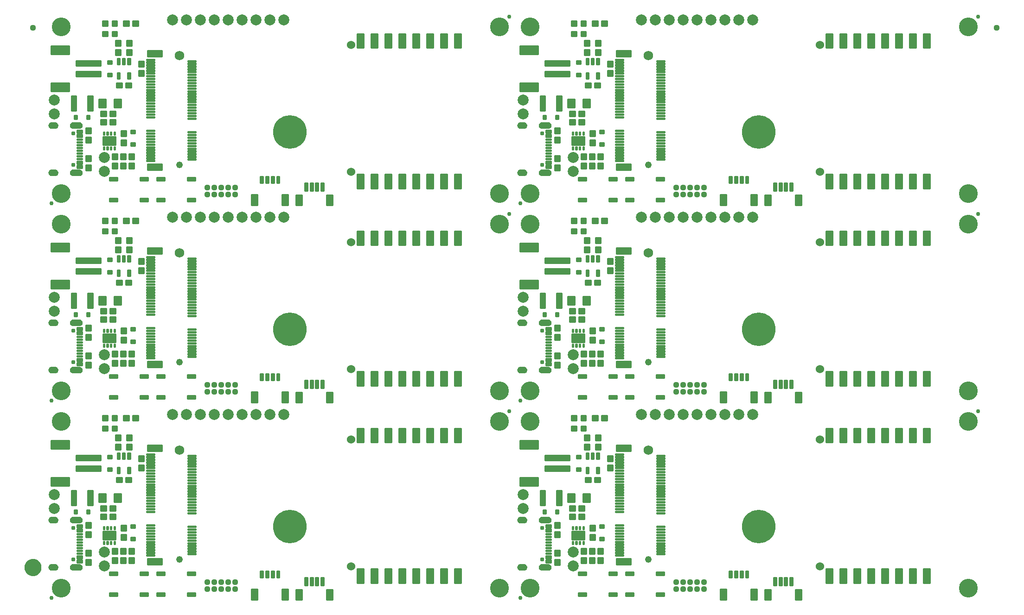
<source format=gts>
G04 EAGLE Gerber RS-274X export*
G75*
%MOMM*%
%FSLAX34Y34*%
%LPD*%
%INSoldermask Top*%
%IPPOS*%
%AMOC8*
5,1,8,0,0,1.08239X$1,22.5*%
G01*
%ADD10C,0.230578*%
%ADD11C,0.225369*%
%ADD12C,0.777000*%
%ADD13C,0.225400*%
%ADD14C,0.762000*%
%ADD15C,3.429000*%
%ADD16C,0.222250*%
%ADD17C,6.127000*%
%ADD18C,0.428259*%
%ADD19C,1.227000*%
%ADD20C,1.727000*%
%ADD21C,0.225588*%
%ADD22C,0.224509*%
%ADD23C,0.229050*%
%ADD24C,2.006600*%
%ADD25C,0.227100*%
%ADD26C,0.223409*%
%ADD27C,0.228319*%
%ADD28C,1.526997*%
%ADD29C,1.127000*%
%ADD30C,1.270000*%
%ADD31C,1.627000*%

G36*
X915014Y865194D02*
X915014Y865194D01*
X915017Y865191D01*
X916139Y865346D01*
X916144Y865351D01*
X916148Y865348D01*
X917219Y865719D01*
X917223Y865725D01*
X917228Y865723D01*
X918205Y866296D01*
X918208Y866302D01*
X918213Y866301D01*
X919060Y867054D01*
X919062Y867061D01*
X919067Y867061D01*
X919751Y867964D01*
X919751Y867971D01*
X919756Y867972D01*
X920251Y868991D01*
X920249Y868998D01*
X920254Y869000D01*
X920541Y870097D01*
X920539Y870101D01*
X920541Y870102D01*
X920539Y870104D01*
X920542Y870106D01*
X920609Y871237D01*
X920607Y871241D01*
X920609Y871243D01*
X920542Y872374D01*
X920537Y872379D01*
X920541Y872383D01*
X920254Y873480D01*
X920248Y873484D01*
X920251Y873489D01*
X919756Y874508D01*
X919750Y874511D01*
X919751Y874516D01*
X919067Y875419D01*
X919060Y875421D01*
X919060Y875426D01*
X918213Y876179D01*
X918206Y876179D01*
X918205Y876184D01*
X917228Y876757D01*
X917221Y876756D01*
X917219Y876761D01*
X916148Y877132D01*
X916142Y877129D01*
X916139Y877134D01*
X915017Y877289D01*
X915012Y877286D01*
X915010Y877289D01*
X903010Y877289D01*
X903005Y877286D01*
X903002Y877289D01*
X901735Y877084D01*
X901729Y877078D01*
X901725Y877081D01*
X900535Y876599D01*
X900531Y876592D01*
X900525Y876594D01*
X899472Y875860D01*
X899470Y875852D01*
X899464Y875853D01*
X898601Y874903D01*
X898600Y874894D01*
X898595Y874894D01*
X897965Y873775D01*
X897966Y873767D01*
X897960Y873765D01*
X897595Y872535D01*
X897598Y872527D01*
X897593Y872524D01*
X897511Y871243D01*
X897514Y871239D01*
X897511Y871237D01*
X897593Y869956D01*
X897599Y869950D01*
X897595Y869945D01*
X897960Y868715D01*
X897967Y868710D01*
X897965Y868705D01*
X898595Y867586D01*
X898602Y867583D01*
X898601Y867577D01*
X899464Y866627D01*
X899472Y866626D01*
X899472Y866620D01*
X900525Y865886D01*
X900533Y865886D01*
X900535Y865881D01*
X901725Y865399D01*
X901732Y865401D01*
X901735Y865396D01*
X903002Y865191D01*
X903007Y865194D01*
X903010Y865191D01*
X915010Y865191D01*
X915014Y865194D01*
G37*
G36*
X59034Y865194D02*
X59034Y865194D01*
X59037Y865191D01*
X60159Y865346D01*
X60164Y865351D01*
X60168Y865348D01*
X61239Y865719D01*
X61243Y865725D01*
X61248Y865723D01*
X62225Y866296D01*
X62228Y866302D01*
X62233Y866301D01*
X63080Y867054D01*
X63082Y867061D01*
X63087Y867061D01*
X63771Y867964D01*
X63771Y867971D01*
X63776Y867972D01*
X64271Y868991D01*
X64269Y868998D01*
X64274Y869000D01*
X64561Y870097D01*
X64559Y870101D01*
X64561Y870102D01*
X64559Y870104D01*
X64562Y870106D01*
X64629Y871237D01*
X64627Y871241D01*
X64629Y871243D01*
X64562Y872374D01*
X64557Y872379D01*
X64561Y872383D01*
X64274Y873480D01*
X64268Y873484D01*
X64271Y873489D01*
X63776Y874508D01*
X63770Y874511D01*
X63771Y874516D01*
X63087Y875419D01*
X63080Y875421D01*
X63080Y875426D01*
X62233Y876179D01*
X62226Y876179D01*
X62225Y876184D01*
X61248Y876757D01*
X61241Y876756D01*
X61239Y876761D01*
X60168Y877132D01*
X60162Y877129D01*
X60159Y877134D01*
X59037Y877289D01*
X59032Y877286D01*
X59030Y877289D01*
X47030Y877289D01*
X47025Y877286D01*
X47022Y877289D01*
X45755Y877084D01*
X45749Y877078D01*
X45745Y877081D01*
X44555Y876599D01*
X44551Y876592D01*
X44545Y876594D01*
X43492Y875860D01*
X43490Y875852D01*
X43484Y875853D01*
X42621Y874903D01*
X42620Y874894D01*
X42615Y874894D01*
X41985Y873775D01*
X41986Y873767D01*
X41980Y873765D01*
X41615Y872535D01*
X41618Y872527D01*
X41613Y872524D01*
X41531Y871243D01*
X41534Y871239D01*
X41531Y871237D01*
X41613Y869956D01*
X41619Y869950D01*
X41615Y869945D01*
X41980Y868715D01*
X41987Y868710D01*
X41985Y868705D01*
X42615Y867586D01*
X42622Y867583D01*
X42621Y867577D01*
X43484Y866627D01*
X43492Y866626D01*
X43492Y866620D01*
X44545Y865886D01*
X44553Y865886D01*
X44555Y865881D01*
X45745Y865399D01*
X45752Y865401D01*
X45755Y865396D01*
X47022Y865191D01*
X47027Y865194D01*
X47030Y865191D01*
X59030Y865191D01*
X59034Y865194D01*
G37*
G36*
X915014Y778794D02*
X915014Y778794D01*
X915017Y778791D01*
X916139Y778946D01*
X916144Y778951D01*
X916148Y778948D01*
X917219Y779319D01*
X917223Y779325D01*
X917228Y779323D01*
X918205Y779896D01*
X918208Y779902D01*
X918213Y779901D01*
X919060Y780654D01*
X919062Y780661D01*
X919067Y780661D01*
X919751Y781564D01*
X919751Y781571D01*
X919756Y781572D01*
X920251Y782591D01*
X920249Y782598D01*
X920254Y782600D01*
X920541Y783697D01*
X920539Y783701D01*
X920541Y783702D01*
X920539Y783704D01*
X920542Y783706D01*
X920609Y784837D01*
X920607Y784841D01*
X920609Y784843D01*
X920542Y785974D01*
X920537Y785979D01*
X920541Y785983D01*
X920254Y787080D01*
X920248Y787084D01*
X920251Y787089D01*
X919756Y788108D01*
X919750Y788111D01*
X919751Y788116D01*
X919067Y789019D01*
X919060Y789021D01*
X919060Y789026D01*
X918213Y789779D01*
X918206Y789779D01*
X918205Y789784D01*
X917228Y790357D01*
X917221Y790356D01*
X917219Y790361D01*
X916148Y790732D01*
X916142Y790729D01*
X916139Y790734D01*
X915017Y790889D01*
X915012Y790886D01*
X915010Y790889D01*
X903010Y790889D01*
X903005Y790886D01*
X903002Y790889D01*
X901735Y790684D01*
X901729Y790678D01*
X901725Y790681D01*
X900535Y790199D01*
X900531Y790192D01*
X900525Y790194D01*
X899472Y789460D01*
X899470Y789452D01*
X899464Y789453D01*
X898601Y788503D01*
X898600Y788494D01*
X898595Y788494D01*
X897965Y787375D01*
X897966Y787367D01*
X897960Y787365D01*
X897595Y786135D01*
X897598Y786127D01*
X897593Y786124D01*
X897511Y784843D01*
X897514Y784839D01*
X897511Y784837D01*
X897593Y783556D01*
X897599Y783550D01*
X897595Y783545D01*
X897960Y782315D01*
X897967Y782310D01*
X897965Y782305D01*
X898595Y781186D01*
X898602Y781183D01*
X898601Y781177D01*
X899464Y780227D01*
X899472Y780226D01*
X899472Y780220D01*
X900525Y779486D01*
X900533Y779486D01*
X900535Y779481D01*
X901725Y778999D01*
X901732Y779001D01*
X901735Y778996D01*
X903002Y778791D01*
X903007Y778794D01*
X903010Y778791D01*
X915010Y778791D01*
X915014Y778794D01*
G37*
G36*
X59034Y778794D02*
X59034Y778794D01*
X59037Y778791D01*
X60159Y778946D01*
X60164Y778951D01*
X60168Y778948D01*
X61239Y779319D01*
X61243Y779325D01*
X61248Y779323D01*
X62225Y779896D01*
X62228Y779902D01*
X62233Y779901D01*
X63080Y780654D01*
X63082Y780661D01*
X63087Y780661D01*
X63771Y781564D01*
X63771Y781571D01*
X63776Y781572D01*
X64271Y782591D01*
X64269Y782598D01*
X64274Y782600D01*
X64561Y783697D01*
X64559Y783701D01*
X64561Y783702D01*
X64559Y783704D01*
X64562Y783706D01*
X64629Y784837D01*
X64627Y784841D01*
X64629Y784843D01*
X64562Y785974D01*
X64557Y785979D01*
X64561Y785983D01*
X64274Y787080D01*
X64268Y787084D01*
X64271Y787089D01*
X63776Y788108D01*
X63770Y788111D01*
X63771Y788116D01*
X63087Y789019D01*
X63080Y789021D01*
X63080Y789026D01*
X62233Y789779D01*
X62226Y789779D01*
X62225Y789784D01*
X61248Y790357D01*
X61241Y790356D01*
X61239Y790361D01*
X60168Y790732D01*
X60162Y790729D01*
X60159Y790734D01*
X59037Y790889D01*
X59032Y790886D01*
X59030Y790889D01*
X47030Y790889D01*
X47025Y790886D01*
X47022Y790889D01*
X45755Y790684D01*
X45749Y790678D01*
X45745Y790681D01*
X44555Y790199D01*
X44551Y790192D01*
X44545Y790194D01*
X43492Y789460D01*
X43490Y789452D01*
X43484Y789453D01*
X42621Y788503D01*
X42620Y788494D01*
X42615Y788494D01*
X41985Y787375D01*
X41986Y787367D01*
X41980Y787365D01*
X41615Y786135D01*
X41618Y786127D01*
X41613Y786124D01*
X41531Y784843D01*
X41534Y784839D01*
X41531Y784837D01*
X41613Y783556D01*
X41619Y783550D01*
X41615Y783545D01*
X41980Y782315D01*
X41987Y782310D01*
X41985Y782305D01*
X42615Y781186D01*
X42622Y781183D01*
X42621Y781177D01*
X43484Y780227D01*
X43492Y780226D01*
X43492Y780220D01*
X44545Y779486D01*
X44553Y779486D01*
X44555Y779481D01*
X45745Y778999D01*
X45752Y779001D01*
X45755Y778996D01*
X47022Y778791D01*
X47027Y778794D01*
X47030Y778791D01*
X59030Y778791D01*
X59034Y778794D01*
G37*
G36*
X59034Y504514D02*
X59034Y504514D01*
X59037Y504511D01*
X60159Y504666D01*
X60164Y504671D01*
X60168Y504668D01*
X61239Y505039D01*
X61243Y505045D01*
X61248Y505043D01*
X62225Y505616D01*
X62228Y505622D01*
X62233Y505621D01*
X63080Y506374D01*
X63082Y506381D01*
X63087Y506381D01*
X63771Y507284D01*
X63771Y507291D01*
X63776Y507292D01*
X64271Y508311D01*
X64269Y508318D01*
X64274Y508320D01*
X64561Y509417D01*
X64559Y509421D01*
X64561Y509422D01*
X64559Y509424D01*
X64562Y509426D01*
X64629Y510557D01*
X64627Y510561D01*
X64629Y510563D01*
X64562Y511694D01*
X64557Y511699D01*
X64561Y511703D01*
X64274Y512800D01*
X64268Y512804D01*
X64271Y512809D01*
X63776Y513828D01*
X63770Y513831D01*
X63771Y513836D01*
X63087Y514739D01*
X63080Y514741D01*
X63080Y514746D01*
X62233Y515499D01*
X62226Y515499D01*
X62225Y515504D01*
X61248Y516077D01*
X61241Y516076D01*
X61239Y516081D01*
X60168Y516452D01*
X60162Y516449D01*
X60159Y516454D01*
X59037Y516609D01*
X59032Y516606D01*
X59030Y516609D01*
X47030Y516609D01*
X47025Y516606D01*
X47022Y516609D01*
X45755Y516404D01*
X45749Y516398D01*
X45745Y516401D01*
X44555Y515919D01*
X44551Y515912D01*
X44545Y515914D01*
X43492Y515180D01*
X43490Y515172D01*
X43484Y515173D01*
X42621Y514223D01*
X42620Y514214D01*
X42615Y514214D01*
X41985Y513095D01*
X41986Y513087D01*
X41980Y513085D01*
X41615Y511855D01*
X41618Y511847D01*
X41613Y511844D01*
X41531Y510563D01*
X41534Y510559D01*
X41531Y510557D01*
X41613Y509276D01*
X41619Y509270D01*
X41615Y509265D01*
X41980Y508035D01*
X41987Y508030D01*
X41985Y508025D01*
X42615Y506906D01*
X42622Y506903D01*
X42621Y506897D01*
X43484Y505947D01*
X43492Y505946D01*
X43492Y505940D01*
X44545Y505206D01*
X44553Y505206D01*
X44555Y505201D01*
X45745Y504719D01*
X45752Y504721D01*
X45755Y504716D01*
X47022Y504511D01*
X47027Y504514D01*
X47030Y504511D01*
X59030Y504511D01*
X59034Y504514D01*
G37*
G36*
X915014Y504514D02*
X915014Y504514D01*
X915017Y504511D01*
X916139Y504666D01*
X916144Y504671D01*
X916148Y504668D01*
X917219Y505039D01*
X917223Y505045D01*
X917228Y505043D01*
X918205Y505616D01*
X918208Y505622D01*
X918213Y505621D01*
X919060Y506374D01*
X919062Y506381D01*
X919067Y506381D01*
X919751Y507284D01*
X919751Y507291D01*
X919756Y507292D01*
X920251Y508311D01*
X920249Y508318D01*
X920254Y508320D01*
X920541Y509417D01*
X920539Y509421D01*
X920541Y509422D01*
X920539Y509424D01*
X920542Y509426D01*
X920609Y510557D01*
X920607Y510561D01*
X920609Y510563D01*
X920542Y511694D01*
X920537Y511699D01*
X920541Y511703D01*
X920254Y512800D01*
X920248Y512804D01*
X920251Y512809D01*
X919756Y513828D01*
X919750Y513831D01*
X919751Y513836D01*
X919067Y514739D01*
X919060Y514741D01*
X919060Y514746D01*
X918213Y515499D01*
X918206Y515499D01*
X918205Y515504D01*
X917228Y516077D01*
X917221Y516076D01*
X917219Y516081D01*
X916148Y516452D01*
X916142Y516449D01*
X916139Y516454D01*
X915017Y516609D01*
X915012Y516606D01*
X915010Y516609D01*
X903010Y516609D01*
X903005Y516606D01*
X903002Y516609D01*
X901735Y516404D01*
X901729Y516398D01*
X901725Y516401D01*
X900535Y515919D01*
X900531Y515912D01*
X900525Y515914D01*
X899472Y515180D01*
X899470Y515172D01*
X899464Y515173D01*
X898601Y514223D01*
X898600Y514214D01*
X898595Y514214D01*
X897965Y513095D01*
X897966Y513087D01*
X897960Y513085D01*
X897595Y511855D01*
X897598Y511847D01*
X897593Y511844D01*
X897511Y510563D01*
X897514Y510559D01*
X897511Y510557D01*
X897593Y509276D01*
X897599Y509270D01*
X897595Y509265D01*
X897960Y508035D01*
X897967Y508030D01*
X897965Y508025D01*
X898595Y506906D01*
X898602Y506903D01*
X898601Y506897D01*
X899464Y505947D01*
X899472Y505946D01*
X899472Y505940D01*
X900525Y505206D01*
X900533Y505206D01*
X900535Y505201D01*
X901725Y504719D01*
X901732Y504721D01*
X901735Y504716D01*
X903002Y504511D01*
X903007Y504514D01*
X903010Y504511D01*
X915010Y504511D01*
X915014Y504514D01*
G37*
G36*
X915014Y418114D02*
X915014Y418114D01*
X915017Y418111D01*
X916139Y418266D01*
X916144Y418271D01*
X916148Y418268D01*
X917219Y418639D01*
X917223Y418645D01*
X917228Y418643D01*
X918205Y419216D01*
X918208Y419222D01*
X918213Y419221D01*
X919060Y419974D01*
X919062Y419981D01*
X919067Y419981D01*
X919751Y420884D01*
X919751Y420891D01*
X919756Y420892D01*
X920251Y421911D01*
X920249Y421918D01*
X920254Y421920D01*
X920541Y423017D01*
X920539Y423021D01*
X920541Y423022D01*
X920539Y423024D01*
X920542Y423026D01*
X920609Y424157D01*
X920607Y424161D01*
X920609Y424163D01*
X920542Y425294D01*
X920537Y425299D01*
X920541Y425303D01*
X920254Y426400D01*
X920248Y426404D01*
X920251Y426409D01*
X919756Y427428D01*
X919750Y427431D01*
X919751Y427436D01*
X919067Y428339D01*
X919060Y428341D01*
X919060Y428346D01*
X918213Y429099D01*
X918206Y429099D01*
X918205Y429104D01*
X917228Y429677D01*
X917221Y429676D01*
X917219Y429681D01*
X916148Y430052D01*
X916142Y430049D01*
X916139Y430054D01*
X915017Y430209D01*
X915012Y430206D01*
X915010Y430209D01*
X903010Y430209D01*
X903005Y430206D01*
X903002Y430209D01*
X901735Y430004D01*
X901729Y429998D01*
X901725Y430001D01*
X900535Y429519D01*
X900531Y429512D01*
X900525Y429514D01*
X899472Y428780D01*
X899470Y428772D01*
X899464Y428773D01*
X898601Y427823D01*
X898600Y427814D01*
X898595Y427814D01*
X897965Y426695D01*
X897966Y426687D01*
X897960Y426685D01*
X897595Y425455D01*
X897598Y425447D01*
X897593Y425444D01*
X897511Y424163D01*
X897514Y424159D01*
X897511Y424157D01*
X897593Y422876D01*
X897599Y422870D01*
X897595Y422865D01*
X897960Y421635D01*
X897967Y421630D01*
X897965Y421625D01*
X898595Y420506D01*
X898602Y420503D01*
X898601Y420497D01*
X899464Y419547D01*
X899472Y419546D01*
X899472Y419540D01*
X900525Y418806D01*
X900533Y418806D01*
X900535Y418801D01*
X901725Y418319D01*
X901732Y418321D01*
X901735Y418316D01*
X903002Y418111D01*
X903007Y418114D01*
X903010Y418111D01*
X915010Y418111D01*
X915014Y418114D01*
G37*
G36*
X59034Y418114D02*
X59034Y418114D01*
X59037Y418111D01*
X60159Y418266D01*
X60164Y418271D01*
X60168Y418268D01*
X61239Y418639D01*
X61243Y418645D01*
X61248Y418643D01*
X62225Y419216D01*
X62228Y419222D01*
X62233Y419221D01*
X63080Y419974D01*
X63082Y419981D01*
X63087Y419981D01*
X63771Y420884D01*
X63771Y420891D01*
X63776Y420892D01*
X64271Y421911D01*
X64269Y421918D01*
X64274Y421920D01*
X64561Y423017D01*
X64559Y423021D01*
X64561Y423022D01*
X64559Y423024D01*
X64562Y423026D01*
X64629Y424157D01*
X64627Y424161D01*
X64629Y424163D01*
X64562Y425294D01*
X64557Y425299D01*
X64561Y425303D01*
X64274Y426400D01*
X64268Y426404D01*
X64271Y426409D01*
X63776Y427428D01*
X63770Y427431D01*
X63771Y427436D01*
X63087Y428339D01*
X63080Y428341D01*
X63080Y428346D01*
X62233Y429099D01*
X62226Y429099D01*
X62225Y429104D01*
X61248Y429677D01*
X61241Y429676D01*
X61239Y429681D01*
X60168Y430052D01*
X60162Y430049D01*
X60159Y430054D01*
X59037Y430209D01*
X59032Y430206D01*
X59030Y430209D01*
X47030Y430209D01*
X47025Y430206D01*
X47022Y430209D01*
X45755Y430004D01*
X45749Y429998D01*
X45745Y430001D01*
X44555Y429519D01*
X44551Y429512D01*
X44545Y429514D01*
X43492Y428780D01*
X43490Y428772D01*
X43484Y428773D01*
X42621Y427823D01*
X42620Y427814D01*
X42615Y427814D01*
X41985Y426695D01*
X41986Y426687D01*
X41980Y426685D01*
X41615Y425455D01*
X41618Y425447D01*
X41613Y425444D01*
X41531Y424163D01*
X41534Y424159D01*
X41531Y424157D01*
X41613Y422876D01*
X41619Y422870D01*
X41615Y422865D01*
X41980Y421635D01*
X41987Y421630D01*
X41985Y421625D01*
X42615Y420506D01*
X42622Y420503D01*
X42621Y420497D01*
X43484Y419547D01*
X43492Y419546D01*
X43492Y419540D01*
X44545Y418806D01*
X44553Y418806D01*
X44555Y418801D01*
X45745Y418319D01*
X45752Y418321D01*
X45755Y418316D01*
X47022Y418111D01*
X47027Y418114D01*
X47030Y418111D01*
X59030Y418111D01*
X59034Y418114D01*
G37*
G36*
X59034Y143834D02*
X59034Y143834D01*
X59037Y143831D01*
X60159Y143986D01*
X60164Y143991D01*
X60168Y143988D01*
X61239Y144359D01*
X61243Y144365D01*
X61248Y144363D01*
X62225Y144936D01*
X62228Y144942D01*
X62233Y144941D01*
X63080Y145694D01*
X63082Y145701D01*
X63087Y145701D01*
X63771Y146604D01*
X63771Y146611D01*
X63776Y146612D01*
X64271Y147631D01*
X64269Y147638D01*
X64274Y147640D01*
X64561Y148737D01*
X64559Y148741D01*
X64561Y148742D01*
X64559Y148744D01*
X64562Y148746D01*
X64629Y149877D01*
X64627Y149881D01*
X64629Y149883D01*
X64562Y151014D01*
X64557Y151019D01*
X64561Y151023D01*
X64274Y152120D01*
X64268Y152124D01*
X64271Y152129D01*
X63776Y153148D01*
X63770Y153151D01*
X63771Y153156D01*
X63087Y154059D01*
X63080Y154061D01*
X63080Y154066D01*
X62233Y154819D01*
X62226Y154819D01*
X62225Y154824D01*
X61248Y155397D01*
X61241Y155396D01*
X61239Y155401D01*
X60168Y155772D01*
X60162Y155769D01*
X60159Y155774D01*
X59037Y155929D01*
X59032Y155926D01*
X59030Y155929D01*
X47030Y155929D01*
X47025Y155926D01*
X47022Y155929D01*
X45755Y155724D01*
X45749Y155718D01*
X45745Y155721D01*
X44555Y155239D01*
X44551Y155232D01*
X44545Y155234D01*
X43492Y154500D01*
X43490Y154492D01*
X43484Y154493D01*
X42621Y153543D01*
X42620Y153534D01*
X42615Y153534D01*
X41985Y152415D01*
X41986Y152407D01*
X41980Y152405D01*
X41615Y151175D01*
X41618Y151167D01*
X41613Y151164D01*
X41531Y149883D01*
X41534Y149879D01*
X41531Y149877D01*
X41613Y148596D01*
X41619Y148590D01*
X41615Y148585D01*
X41980Y147355D01*
X41987Y147350D01*
X41985Y147345D01*
X42615Y146226D01*
X42622Y146223D01*
X42621Y146217D01*
X43484Y145267D01*
X43492Y145266D01*
X43492Y145260D01*
X44545Y144526D01*
X44553Y144526D01*
X44555Y144521D01*
X45745Y144039D01*
X45752Y144041D01*
X45755Y144036D01*
X47022Y143831D01*
X47027Y143834D01*
X47030Y143831D01*
X59030Y143831D01*
X59034Y143834D01*
G37*
G36*
X915014Y143834D02*
X915014Y143834D01*
X915017Y143831D01*
X916139Y143986D01*
X916144Y143991D01*
X916148Y143988D01*
X917219Y144359D01*
X917223Y144365D01*
X917228Y144363D01*
X918205Y144936D01*
X918208Y144942D01*
X918213Y144941D01*
X919060Y145694D01*
X919062Y145701D01*
X919067Y145701D01*
X919751Y146604D01*
X919751Y146611D01*
X919756Y146612D01*
X920251Y147631D01*
X920249Y147638D01*
X920254Y147640D01*
X920541Y148737D01*
X920539Y148741D01*
X920541Y148742D01*
X920539Y148744D01*
X920542Y148746D01*
X920609Y149877D01*
X920607Y149881D01*
X920609Y149883D01*
X920542Y151014D01*
X920537Y151019D01*
X920541Y151023D01*
X920254Y152120D01*
X920248Y152124D01*
X920251Y152129D01*
X919756Y153148D01*
X919750Y153151D01*
X919751Y153156D01*
X919067Y154059D01*
X919060Y154061D01*
X919060Y154066D01*
X918213Y154819D01*
X918206Y154819D01*
X918205Y154824D01*
X917228Y155397D01*
X917221Y155396D01*
X917219Y155401D01*
X916148Y155772D01*
X916142Y155769D01*
X916139Y155774D01*
X915017Y155929D01*
X915012Y155926D01*
X915010Y155929D01*
X903010Y155929D01*
X903005Y155926D01*
X903002Y155929D01*
X901735Y155724D01*
X901729Y155718D01*
X901725Y155721D01*
X900535Y155239D01*
X900531Y155232D01*
X900525Y155234D01*
X899472Y154500D01*
X899470Y154492D01*
X899464Y154493D01*
X898601Y153543D01*
X898600Y153534D01*
X898595Y153534D01*
X897965Y152415D01*
X897966Y152407D01*
X897960Y152405D01*
X897595Y151175D01*
X897598Y151167D01*
X897593Y151164D01*
X897511Y149883D01*
X897514Y149879D01*
X897511Y149877D01*
X897593Y148596D01*
X897599Y148590D01*
X897595Y148585D01*
X897960Y147355D01*
X897967Y147350D01*
X897965Y147345D01*
X898595Y146226D01*
X898602Y146223D01*
X898601Y146217D01*
X899464Y145267D01*
X899472Y145266D01*
X899472Y145260D01*
X900525Y144526D01*
X900533Y144526D01*
X900535Y144521D01*
X901725Y144039D01*
X901732Y144041D01*
X901735Y144036D01*
X903002Y143831D01*
X903007Y143834D01*
X903010Y143831D01*
X915010Y143831D01*
X915014Y143834D01*
G37*
G36*
X59034Y57434D02*
X59034Y57434D01*
X59037Y57431D01*
X60159Y57586D01*
X60164Y57591D01*
X60168Y57588D01*
X61239Y57959D01*
X61243Y57965D01*
X61248Y57963D01*
X62225Y58536D01*
X62228Y58542D01*
X62233Y58541D01*
X63080Y59294D01*
X63082Y59301D01*
X63087Y59301D01*
X63771Y60204D01*
X63771Y60211D01*
X63776Y60212D01*
X64271Y61231D01*
X64269Y61238D01*
X64274Y61240D01*
X64561Y62337D01*
X64559Y62341D01*
X64561Y62342D01*
X64559Y62344D01*
X64562Y62346D01*
X64629Y63477D01*
X64627Y63481D01*
X64629Y63483D01*
X64562Y64614D01*
X64557Y64619D01*
X64561Y64623D01*
X64274Y65720D01*
X64268Y65724D01*
X64271Y65729D01*
X63776Y66748D01*
X63770Y66751D01*
X63771Y66756D01*
X63087Y67659D01*
X63080Y67661D01*
X63080Y67666D01*
X62233Y68419D01*
X62226Y68419D01*
X62225Y68424D01*
X61248Y68997D01*
X61241Y68996D01*
X61239Y69001D01*
X60168Y69372D01*
X60162Y69369D01*
X60159Y69374D01*
X59037Y69529D01*
X59032Y69526D01*
X59030Y69529D01*
X47030Y69529D01*
X47025Y69526D01*
X47022Y69529D01*
X45755Y69324D01*
X45749Y69318D01*
X45745Y69321D01*
X44555Y68839D01*
X44551Y68832D01*
X44545Y68834D01*
X43492Y68100D01*
X43490Y68092D01*
X43484Y68093D01*
X42621Y67143D01*
X42620Y67134D01*
X42615Y67134D01*
X41985Y66015D01*
X41986Y66007D01*
X41980Y66005D01*
X41615Y64775D01*
X41618Y64767D01*
X41613Y64764D01*
X41531Y63483D01*
X41534Y63479D01*
X41531Y63477D01*
X41613Y62196D01*
X41619Y62190D01*
X41615Y62185D01*
X41980Y60955D01*
X41987Y60950D01*
X41985Y60945D01*
X42615Y59826D01*
X42622Y59823D01*
X42621Y59817D01*
X43484Y58867D01*
X43492Y58866D01*
X43492Y58860D01*
X44545Y58126D01*
X44553Y58126D01*
X44555Y58121D01*
X45745Y57639D01*
X45752Y57641D01*
X45755Y57636D01*
X47022Y57431D01*
X47027Y57434D01*
X47030Y57431D01*
X59030Y57431D01*
X59034Y57434D01*
G37*
G36*
X915014Y57434D02*
X915014Y57434D01*
X915017Y57431D01*
X916139Y57586D01*
X916144Y57591D01*
X916148Y57588D01*
X917219Y57959D01*
X917223Y57965D01*
X917228Y57963D01*
X918205Y58536D01*
X918208Y58542D01*
X918213Y58541D01*
X919060Y59294D01*
X919062Y59301D01*
X919067Y59301D01*
X919751Y60204D01*
X919751Y60211D01*
X919756Y60212D01*
X920251Y61231D01*
X920249Y61238D01*
X920254Y61240D01*
X920541Y62337D01*
X920539Y62341D01*
X920541Y62342D01*
X920539Y62344D01*
X920542Y62346D01*
X920609Y63477D01*
X920607Y63481D01*
X920609Y63483D01*
X920542Y64614D01*
X920537Y64619D01*
X920541Y64623D01*
X920254Y65720D01*
X920248Y65724D01*
X920251Y65729D01*
X919756Y66748D01*
X919750Y66751D01*
X919751Y66756D01*
X919067Y67659D01*
X919060Y67661D01*
X919060Y67666D01*
X918213Y68419D01*
X918206Y68419D01*
X918205Y68424D01*
X917228Y68997D01*
X917221Y68996D01*
X917219Y69001D01*
X916148Y69372D01*
X916142Y69369D01*
X916139Y69374D01*
X915017Y69529D01*
X915012Y69526D01*
X915010Y69529D01*
X903010Y69529D01*
X903005Y69526D01*
X903002Y69529D01*
X901735Y69324D01*
X901729Y69318D01*
X901725Y69321D01*
X900535Y68839D01*
X900531Y68832D01*
X900525Y68834D01*
X899472Y68100D01*
X899470Y68092D01*
X899464Y68093D01*
X898601Y67143D01*
X898600Y67134D01*
X898595Y67134D01*
X897965Y66015D01*
X897966Y66007D01*
X897960Y66005D01*
X897595Y64775D01*
X897598Y64767D01*
X897593Y64764D01*
X897511Y63483D01*
X897514Y63479D01*
X897511Y63477D01*
X897593Y62196D01*
X897599Y62190D01*
X897595Y62185D01*
X897960Y60955D01*
X897967Y60950D01*
X897965Y60945D01*
X898595Y59826D01*
X898602Y59823D01*
X898601Y59817D01*
X899464Y58867D01*
X899472Y58866D01*
X899472Y58860D01*
X900525Y58126D01*
X900533Y58126D01*
X900535Y58121D01*
X901725Y57639D01*
X901732Y57641D01*
X901735Y57636D01*
X903002Y57431D01*
X903007Y57434D01*
X903010Y57431D01*
X915010Y57431D01*
X915014Y57434D01*
G37*
G36*
X14233Y865193D02*
X14233Y865193D01*
X14235Y865191D01*
X15411Y865302D01*
X15416Y865307D01*
X15420Y865304D01*
X16552Y865642D01*
X16556Y865648D01*
X16561Y865646D01*
X17605Y866198D01*
X17608Y866205D01*
X17613Y866203D01*
X18529Y866949D01*
X18530Y866956D01*
X18536Y866956D01*
X19289Y867866D01*
X19289Y867873D01*
X19294Y867874D01*
X19855Y868913D01*
X19854Y868918D01*
X19858Y868920D01*
X19857Y868921D01*
X19859Y868922D01*
X20206Y870051D01*
X20206Y870052D01*
X20207Y870053D01*
X20204Y870057D01*
X20208Y870060D01*
X20329Y871235D01*
X20325Y871242D01*
X20329Y871246D01*
X20172Y872586D01*
X20167Y872592D01*
X20170Y872597D01*
X19719Y873868D01*
X19712Y873873D01*
X19714Y873878D01*
X18992Y875017D01*
X18984Y875020D01*
X18985Y875026D01*
X18027Y875976D01*
X18019Y875977D01*
X18018Y875983D01*
X16873Y876696D01*
X16865Y876695D01*
X16863Y876701D01*
X15587Y877141D01*
X15580Y877139D01*
X15577Y877143D01*
X14235Y877289D01*
X14232Y877287D01*
X14230Y877289D01*
X8230Y877289D01*
X8227Y877287D01*
X8224Y877289D01*
X6895Y877134D01*
X6889Y877128D01*
X6885Y877131D01*
X5624Y876684D01*
X5619Y876677D01*
X5614Y876679D01*
X4484Y875962D01*
X4481Y875955D01*
X4475Y875956D01*
X3533Y875006D01*
X3532Y874997D01*
X3526Y874997D01*
X2819Y873861D01*
X2820Y873853D01*
X2814Y873851D01*
X2378Y872586D01*
X2380Y872578D01*
X2375Y872576D01*
X2231Y871245D01*
X2235Y871239D01*
X2231Y871235D01*
X2341Y870069D01*
X2346Y870064D01*
X2343Y870060D01*
X2678Y868937D01*
X2684Y868933D01*
X2682Y868929D01*
X3230Y867893D01*
X3236Y867890D01*
X3235Y867885D01*
X3974Y866977D01*
X3981Y866975D01*
X3981Y866970D01*
X4883Y866223D01*
X4891Y866223D01*
X4891Y866218D01*
X5922Y865661D01*
X5929Y865662D01*
X5931Y865657D01*
X7050Y865313D01*
X7057Y865315D01*
X7060Y865311D01*
X8225Y865191D01*
X8228Y865193D01*
X8230Y865191D01*
X14230Y865191D01*
X14233Y865193D01*
G37*
G36*
X870213Y865193D02*
X870213Y865193D01*
X870215Y865191D01*
X871391Y865302D01*
X871396Y865307D01*
X871400Y865304D01*
X872532Y865642D01*
X872536Y865648D01*
X872541Y865646D01*
X873585Y866198D01*
X873588Y866205D01*
X873593Y866203D01*
X874509Y866949D01*
X874510Y866956D01*
X874516Y866956D01*
X875269Y867866D01*
X875269Y867873D01*
X875274Y867874D01*
X875835Y868913D01*
X875834Y868918D01*
X875838Y868920D01*
X875837Y868921D01*
X875839Y868922D01*
X876186Y870051D01*
X876186Y870052D01*
X876187Y870053D01*
X876184Y870057D01*
X876188Y870060D01*
X876309Y871235D01*
X876305Y871242D01*
X876309Y871246D01*
X876152Y872586D01*
X876147Y872592D01*
X876150Y872597D01*
X875699Y873868D01*
X875692Y873873D01*
X875694Y873878D01*
X874972Y875017D01*
X874964Y875020D01*
X874965Y875026D01*
X874007Y875976D01*
X873999Y875977D01*
X873998Y875983D01*
X872853Y876696D01*
X872845Y876695D01*
X872843Y876701D01*
X871567Y877141D01*
X871560Y877139D01*
X871557Y877143D01*
X870215Y877289D01*
X870212Y877287D01*
X870210Y877289D01*
X864210Y877289D01*
X864207Y877287D01*
X864204Y877289D01*
X862875Y877134D01*
X862869Y877128D01*
X862865Y877131D01*
X861604Y876684D01*
X861599Y876677D01*
X861594Y876679D01*
X860464Y875962D01*
X860461Y875955D01*
X860455Y875956D01*
X859513Y875006D01*
X859512Y874997D01*
X859506Y874997D01*
X858799Y873861D01*
X858800Y873853D01*
X858794Y873851D01*
X858358Y872586D01*
X858360Y872578D01*
X858355Y872576D01*
X858211Y871245D01*
X858215Y871239D01*
X858211Y871235D01*
X858321Y870069D01*
X858326Y870064D01*
X858323Y870060D01*
X858658Y868937D01*
X858664Y868933D01*
X858662Y868929D01*
X859210Y867893D01*
X859216Y867890D01*
X859215Y867885D01*
X859954Y866977D01*
X859961Y866975D01*
X859961Y866970D01*
X860863Y866223D01*
X860871Y866223D01*
X860871Y866218D01*
X861902Y865661D01*
X861909Y865662D01*
X861911Y865657D01*
X863030Y865313D01*
X863037Y865315D01*
X863040Y865311D01*
X864205Y865191D01*
X864208Y865193D01*
X864210Y865191D01*
X870210Y865191D01*
X870213Y865193D01*
G37*
G36*
X14233Y778793D02*
X14233Y778793D01*
X14235Y778791D01*
X15411Y778902D01*
X15416Y778907D01*
X15420Y778904D01*
X16552Y779242D01*
X16556Y779248D01*
X16561Y779246D01*
X17605Y779798D01*
X17608Y779805D01*
X17613Y779803D01*
X18529Y780549D01*
X18530Y780556D01*
X18536Y780556D01*
X19289Y781466D01*
X19289Y781473D01*
X19294Y781474D01*
X19855Y782513D01*
X19854Y782518D01*
X19858Y782520D01*
X19857Y782521D01*
X19859Y782522D01*
X20206Y783651D01*
X20206Y783652D01*
X20207Y783653D01*
X20204Y783657D01*
X20208Y783660D01*
X20329Y784835D01*
X20325Y784842D01*
X20329Y784846D01*
X20172Y786186D01*
X20167Y786192D01*
X20170Y786197D01*
X19719Y787468D01*
X19712Y787473D01*
X19714Y787478D01*
X18992Y788617D01*
X18984Y788620D01*
X18985Y788626D01*
X18027Y789576D01*
X18019Y789577D01*
X18018Y789583D01*
X16873Y790296D01*
X16865Y790295D01*
X16863Y790301D01*
X15587Y790741D01*
X15580Y790739D01*
X15577Y790743D01*
X14235Y790889D01*
X14232Y790887D01*
X14230Y790889D01*
X8230Y790889D01*
X8227Y790887D01*
X8224Y790889D01*
X6895Y790734D01*
X6889Y790728D01*
X6885Y790731D01*
X5624Y790284D01*
X5619Y790277D01*
X5614Y790279D01*
X4484Y789562D01*
X4481Y789555D01*
X4475Y789556D01*
X3533Y788606D01*
X3532Y788597D01*
X3526Y788597D01*
X2819Y787461D01*
X2820Y787453D01*
X2814Y787451D01*
X2378Y786186D01*
X2380Y786178D01*
X2375Y786176D01*
X2231Y784845D01*
X2235Y784839D01*
X2231Y784835D01*
X2341Y783669D01*
X2346Y783664D01*
X2343Y783660D01*
X2678Y782537D01*
X2684Y782533D01*
X2682Y782529D01*
X3230Y781493D01*
X3236Y781490D01*
X3235Y781485D01*
X3974Y780577D01*
X3981Y780575D01*
X3981Y780570D01*
X4883Y779823D01*
X4891Y779823D01*
X4891Y779818D01*
X5922Y779261D01*
X5929Y779262D01*
X5931Y779257D01*
X7050Y778913D01*
X7057Y778915D01*
X7060Y778911D01*
X8225Y778791D01*
X8228Y778793D01*
X8230Y778791D01*
X14230Y778791D01*
X14233Y778793D01*
G37*
G36*
X870213Y778793D02*
X870213Y778793D01*
X870215Y778791D01*
X871391Y778902D01*
X871396Y778907D01*
X871400Y778904D01*
X872532Y779242D01*
X872536Y779248D01*
X872541Y779246D01*
X873585Y779798D01*
X873588Y779805D01*
X873593Y779803D01*
X874509Y780549D01*
X874510Y780556D01*
X874516Y780556D01*
X875269Y781466D01*
X875269Y781473D01*
X875274Y781474D01*
X875835Y782513D01*
X875834Y782518D01*
X875838Y782520D01*
X875837Y782521D01*
X875839Y782522D01*
X876186Y783651D01*
X876186Y783652D01*
X876187Y783653D01*
X876184Y783657D01*
X876188Y783660D01*
X876309Y784835D01*
X876305Y784842D01*
X876309Y784846D01*
X876152Y786186D01*
X876147Y786192D01*
X876150Y786197D01*
X875699Y787468D01*
X875692Y787473D01*
X875694Y787478D01*
X874972Y788617D01*
X874964Y788620D01*
X874965Y788626D01*
X874007Y789576D01*
X873999Y789577D01*
X873998Y789583D01*
X872853Y790296D01*
X872845Y790295D01*
X872843Y790301D01*
X871567Y790741D01*
X871560Y790739D01*
X871557Y790743D01*
X870215Y790889D01*
X870212Y790887D01*
X870210Y790889D01*
X864210Y790889D01*
X864207Y790887D01*
X864204Y790889D01*
X862875Y790734D01*
X862869Y790728D01*
X862865Y790731D01*
X861604Y790284D01*
X861599Y790277D01*
X861594Y790279D01*
X860464Y789562D01*
X860461Y789555D01*
X860455Y789556D01*
X859513Y788606D01*
X859512Y788597D01*
X859506Y788597D01*
X858799Y787461D01*
X858800Y787453D01*
X858794Y787451D01*
X858358Y786186D01*
X858360Y786178D01*
X858355Y786176D01*
X858211Y784845D01*
X858215Y784839D01*
X858211Y784835D01*
X858321Y783669D01*
X858326Y783664D01*
X858323Y783660D01*
X858658Y782537D01*
X858664Y782533D01*
X858662Y782529D01*
X859210Y781493D01*
X859216Y781490D01*
X859215Y781485D01*
X859954Y780577D01*
X859961Y780575D01*
X859961Y780570D01*
X860863Y779823D01*
X860871Y779823D01*
X860871Y779818D01*
X861902Y779261D01*
X861909Y779262D01*
X861911Y779257D01*
X863030Y778913D01*
X863037Y778915D01*
X863040Y778911D01*
X864205Y778791D01*
X864208Y778793D01*
X864210Y778791D01*
X870210Y778791D01*
X870213Y778793D01*
G37*
G36*
X14233Y504513D02*
X14233Y504513D01*
X14235Y504511D01*
X15411Y504622D01*
X15416Y504627D01*
X15420Y504624D01*
X16552Y504962D01*
X16556Y504968D01*
X16561Y504966D01*
X17605Y505518D01*
X17608Y505525D01*
X17613Y505523D01*
X18529Y506269D01*
X18530Y506276D01*
X18536Y506276D01*
X19289Y507186D01*
X19289Y507193D01*
X19294Y507194D01*
X19855Y508233D01*
X19854Y508238D01*
X19858Y508240D01*
X19857Y508241D01*
X19859Y508242D01*
X20206Y509371D01*
X20206Y509372D01*
X20207Y509373D01*
X20204Y509377D01*
X20208Y509380D01*
X20329Y510555D01*
X20325Y510562D01*
X20329Y510566D01*
X20172Y511906D01*
X20167Y511912D01*
X20170Y511917D01*
X19719Y513188D01*
X19712Y513193D01*
X19714Y513198D01*
X18992Y514337D01*
X18984Y514340D01*
X18985Y514346D01*
X18027Y515296D01*
X18019Y515297D01*
X18018Y515303D01*
X16873Y516016D01*
X16865Y516015D01*
X16863Y516021D01*
X15587Y516461D01*
X15580Y516459D01*
X15577Y516463D01*
X14235Y516609D01*
X14232Y516607D01*
X14230Y516609D01*
X8230Y516609D01*
X8227Y516607D01*
X8224Y516609D01*
X6895Y516454D01*
X6889Y516448D01*
X6885Y516451D01*
X5624Y516004D01*
X5619Y515997D01*
X5614Y515999D01*
X4484Y515282D01*
X4481Y515275D01*
X4475Y515276D01*
X3533Y514326D01*
X3532Y514317D01*
X3526Y514317D01*
X2819Y513181D01*
X2820Y513173D01*
X2814Y513171D01*
X2378Y511906D01*
X2380Y511898D01*
X2375Y511896D01*
X2231Y510565D01*
X2235Y510559D01*
X2231Y510555D01*
X2341Y509389D01*
X2346Y509384D01*
X2343Y509380D01*
X2678Y508257D01*
X2684Y508253D01*
X2682Y508249D01*
X3230Y507213D01*
X3236Y507210D01*
X3235Y507205D01*
X3974Y506297D01*
X3981Y506295D01*
X3981Y506290D01*
X4883Y505543D01*
X4891Y505543D01*
X4891Y505538D01*
X5922Y504981D01*
X5929Y504982D01*
X5931Y504977D01*
X7050Y504633D01*
X7057Y504635D01*
X7060Y504631D01*
X8225Y504511D01*
X8228Y504513D01*
X8230Y504511D01*
X14230Y504511D01*
X14233Y504513D01*
G37*
G36*
X870213Y504513D02*
X870213Y504513D01*
X870215Y504511D01*
X871391Y504622D01*
X871396Y504627D01*
X871400Y504624D01*
X872532Y504962D01*
X872536Y504968D01*
X872541Y504966D01*
X873585Y505518D01*
X873588Y505525D01*
X873593Y505523D01*
X874509Y506269D01*
X874510Y506276D01*
X874516Y506276D01*
X875269Y507186D01*
X875269Y507193D01*
X875274Y507194D01*
X875835Y508233D01*
X875834Y508238D01*
X875838Y508240D01*
X875837Y508241D01*
X875839Y508242D01*
X876186Y509371D01*
X876186Y509372D01*
X876187Y509373D01*
X876184Y509377D01*
X876188Y509380D01*
X876309Y510555D01*
X876305Y510562D01*
X876309Y510566D01*
X876152Y511906D01*
X876147Y511912D01*
X876150Y511917D01*
X875699Y513188D01*
X875692Y513193D01*
X875694Y513198D01*
X874972Y514337D01*
X874964Y514340D01*
X874965Y514346D01*
X874007Y515296D01*
X873999Y515297D01*
X873998Y515303D01*
X872853Y516016D01*
X872845Y516015D01*
X872843Y516021D01*
X871567Y516461D01*
X871560Y516459D01*
X871557Y516463D01*
X870215Y516609D01*
X870212Y516607D01*
X870210Y516609D01*
X864210Y516609D01*
X864207Y516607D01*
X864204Y516609D01*
X862875Y516454D01*
X862869Y516448D01*
X862865Y516451D01*
X861604Y516004D01*
X861599Y515997D01*
X861594Y515999D01*
X860464Y515282D01*
X860461Y515275D01*
X860455Y515276D01*
X859513Y514326D01*
X859512Y514317D01*
X859506Y514317D01*
X858799Y513181D01*
X858800Y513173D01*
X858794Y513171D01*
X858358Y511906D01*
X858360Y511898D01*
X858355Y511896D01*
X858211Y510565D01*
X858215Y510559D01*
X858211Y510555D01*
X858321Y509389D01*
X858326Y509384D01*
X858323Y509380D01*
X858658Y508257D01*
X858664Y508253D01*
X858662Y508249D01*
X859210Y507213D01*
X859216Y507210D01*
X859215Y507205D01*
X859954Y506297D01*
X859961Y506295D01*
X859961Y506290D01*
X860863Y505543D01*
X860871Y505543D01*
X860871Y505538D01*
X861902Y504981D01*
X861909Y504982D01*
X861911Y504977D01*
X863030Y504633D01*
X863037Y504635D01*
X863040Y504631D01*
X864205Y504511D01*
X864208Y504513D01*
X864210Y504511D01*
X870210Y504511D01*
X870213Y504513D01*
G37*
G36*
X870213Y418113D02*
X870213Y418113D01*
X870215Y418111D01*
X871391Y418222D01*
X871396Y418227D01*
X871400Y418224D01*
X872532Y418562D01*
X872536Y418568D01*
X872541Y418566D01*
X873585Y419118D01*
X873588Y419125D01*
X873593Y419123D01*
X874509Y419869D01*
X874510Y419876D01*
X874516Y419876D01*
X875269Y420786D01*
X875269Y420793D01*
X875274Y420794D01*
X875835Y421833D01*
X875834Y421838D01*
X875838Y421840D01*
X875837Y421841D01*
X875839Y421842D01*
X876186Y422971D01*
X876186Y422972D01*
X876187Y422973D01*
X876184Y422977D01*
X876188Y422980D01*
X876309Y424155D01*
X876305Y424162D01*
X876309Y424166D01*
X876152Y425506D01*
X876147Y425512D01*
X876150Y425517D01*
X875699Y426788D01*
X875692Y426793D01*
X875694Y426798D01*
X874972Y427937D01*
X874964Y427940D01*
X874965Y427946D01*
X874007Y428896D01*
X873999Y428897D01*
X873998Y428903D01*
X872853Y429616D01*
X872845Y429615D01*
X872843Y429621D01*
X871567Y430061D01*
X871560Y430059D01*
X871557Y430063D01*
X870215Y430209D01*
X870212Y430207D01*
X870210Y430209D01*
X864210Y430209D01*
X864207Y430207D01*
X864204Y430209D01*
X862875Y430054D01*
X862869Y430048D01*
X862865Y430051D01*
X861604Y429604D01*
X861599Y429597D01*
X861594Y429599D01*
X860464Y428882D01*
X860461Y428875D01*
X860455Y428876D01*
X859513Y427926D01*
X859512Y427917D01*
X859506Y427917D01*
X858799Y426781D01*
X858800Y426773D01*
X858794Y426771D01*
X858358Y425506D01*
X858360Y425498D01*
X858355Y425496D01*
X858211Y424165D01*
X858215Y424159D01*
X858211Y424155D01*
X858321Y422989D01*
X858326Y422984D01*
X858323Y422980D01*
X858658Y421857D01*
X858664Y421853D01*
X858662Y421849D01*
X859210Y420813D01*
X859216Y420810D01*
X859215Y420805D01*
X859954Y419897D01*
X859961Y419895D01*
X859961Y419890D01*
X860863Y419143D01*
X860871Y419143D01*
X860871Y419138D01*
X861902Y418581D01*
X861909Y418582D01*
X861911Y418577D01*
X863030Y418233D01*
X863037Y418235D01*
X863040Y418231D01*
X864205Y418111D01*
X864208Y418113D01*
X864210Y418111D01*
X870210Y418111D01*
X870213Y418113D01*
G37*
G36*
X14233Y418113D02*
X14233Y418113D01*
X14235Y418111D01*
X15411Y418222D01*
X15416Y418227D01*
X15420Y418224D01*
X16552Y418562D01*
X16556Y418568D01*
X16561Y418566D01*
X17605Y419118D01*
X17608Y419125D01*
X17613Y419123D01*
X18529Y419869D01*
X18530Y419876D01*
X18536Y419876D01*
X19289Y420786D01*
X19289Y420793D01*
X19294Y420794D01*
X19855Y421833D01*
X19854Y421838D01*
X19858Y421840D01*
X19857Y421841D01*
X19859Y421842D01*
X20206Y422971D01*
X20206Y422972D01*
X20207Y422973D01*
X20204Y422977D01*
X20208Y422980D01*
X20329Y424155D01*
X20325Y424162D01*
X20329Y424166D01*
X20172Y425506D01*
X20167Y425512D01*
X20170Y425517D01*
X19719Y426788D01*
X19712Y426793D01*
X19714Y426798D01*
X18992Y427937D01*
X18984Y427940D01*
X18985Y427946D01*
X18027Y428896D01*
X18019Y428897D01*
X18018Y428903D01*
X16873Y429616D01*
X16865Y429615D01*
X16863Y429621D01*
X15587Y430061D01*
X15580Y430059D01*
X15577Y430063D01*
X14235Y430209D01*
X14232Y430207D01*
X14230Y430209D01*
X8230Y430209D01*
X8227Y430207D01*
X8224Y430209D01*
X6895Y430054D01*
X6889Y430048D01*
X6885Y430051D01*
X5624Y429604D01*
X5619Y429597D01*
X5614Y429599D01*
X4484Y428882D01*
X4481Y428875D01*
X4475Y428876D01*
X3533Y427926D01*
X3532Y427917D01*
X3526Y427917D01*
X2819Y426781D01*
X2820Y426773D01*
X2814Y426771D01*
X2378Y425506D01*
X2380Y425498D01*
X2375Y425496D01*
X2231Y424165D01*
X2235Y424159D01*
X2231Y424155D01*
X2341Y422989D01*
X2346Y422984D01*
X2343Y422980D01*
X2678Y421857D01*
X2684Y421853D01*
X2682Y421849D01*
X3230Y420813D01*
X3236Y420810D01*
X3235Y420805D01*
X3974Y419897D01*
X3981Y419895D01*
X3981Y419890D01*
X4883Y419143D01*
X4891Y419143D01*
X4891Y419138D01*
X5922Y418581D01*
X5929Y418582D01*
X5931Y418577D01*
X7050Y418233D01*
X7057Y418235D01*
X7060Y418231D01*
X8225Y418111D01*
X8228Y418113D01*
X8230Y418111D01*
X14230Y418111D01*
X14233Y418113D01*
G37*
G36*
X870213Y143833D02*
X870213Y143833D01*
X870215Y143831D01*
X871391Y143942D01*
X871396Y143947D01*
X871400Y143944D01*
X872532Y144282D01*
X872536Y144288D01*
X872541Y144286D01*
X873585Y144838D01*
X873588Y144845D01*
X873593Y144843D01*
X874509Y145589D01*
X874510Y145596D01*
X874516Y145596D01*
X875269Y146506D01*
X875269Y146513D01*
X875274Y146514D01*
X875835Y147553D01*
X875834Y147558D01*
X875838Y147560D01*
X875837Y147561D01*
X875839Y147562D01*
X876186Y148691D01*
X876186Y148692D01*
X876187Y148693D01*
X876184Y148697D01*
X876188Y148700D01*
X876309Y149875D01*
X876305Y149882D01*
X876309Y149886D01*
X876152Y151226D01*
X876147Y151232D01*
X876150Y151237D01*
X875699Y152508D01*
X875692Y152513D01*
X875694Y152518D01*
X874972Y153657D01*
X874964Y153660D01*
X874965Y153666D01*
X874007Y154616D01*
X873999Y154617D01*
X873998Y154623D01*
X872853Y155336D01*
X872845Y155335D01*
X872843Y155341D01*
X871567Y155781D01*
X871560Y155779D01*
X871557Y155783D01*
X870215Y155929D01*
X870212Y155927D01*
X870210Y155929D01*
X864210Y155929D01*
X864207Y155927D01*
X864204Y155929D01*
X862875Y155774D01*
X862869Y155768D01*
X862865Y155771D01*
X861604Y155324D01*
X861599Y155317D01*
X861594Y155319D01*
X860464Y154602D01*
X860461Y154595D01*
X860455Y154596D01*
X859513Y153646D01*
X859512Y153637D01*
X859506Y153637D01*
X858799Y152501D01*
X858800Y152493D01*
X858794Y152491D01*
X858358Y151226D01*
X858360Y151218D01*
X858355Y151216D01*
X858211Y149885D01*
X858215Y149879D01*
X858211Y149875D01*
X858321Y148709D01*
X858326Y148704D01*
X858323Y148700D01*
X858658Y147577D01*
X858664Y147573D01*
X858662Y147569D01*
X859210Y146533D01*
X859216Y146530D01*
X859215Y146525D01*
X859954Y145617D01*
X859961Y145615D01*
X859961Y145610D01*
X860863Y144863D01*
X860871Y144863D01*
X860871Y144858D01*
X861902Y144301D01*
X861909Y144302D01*
X861911Y144297D01*
X863030Y143953D01*
X863037Y143955D01*
X863040Y143951D01*
X864205Y143831D01*
X864208Y143833D01*
X864210Y143831D01*
X870210Y143831D01*
X870213Y143833D01*
G37*
G36*
X14233Y143833D02*
X14233Y143833D01*
X14235Y143831D01*
X15411Y143942D01*
X15416Y143947D01*
X15420Y143944D01*
X16552Y144282D01*
X16556Y144288D01*
X16561Y144286D01*
X17605Y144838D01*
X17608Y144845D01*
X17613Y144843D01*
X18529Y145589D01*
X18530Y145596D01*
X18536Y145596D01*
X19289Y146506D01*
X19289Y146513D01*
X19294Y146514D01*
X19855Y147553D01*
X19854Y147558D01*
X19858Y147560D01*
X19857Y147561D01*
X19859Y147562D01*
X20206Y148691D01*
X20206Y148692D01*
X20207Y148693D01*
X20204Y148697D01*
X20208Y148700D01*
X20329Y149875D01*
X20325Y149882D01*
X20329Y149886D01*
X20172Y151226D01*
X20167Y151232D01*
X20170Y151237D01*
X19719Y152508D01*
X19712Y152513D01*
X19714Y152518D01*
X18992Y153657D01*
X18984Y153660D01*
X18985Y153666D01*
X18027Y154616D01*
X18019Y154617D01*
X18018Y154623D01*
X16873Y155336D01*
X16865Y155335D01*
X16863Y155341D01*
X15587Y155781D01*
X15580Y155779D01*
X15577Y155783D01*
X14235Y155929D01*
X14232Y155927D01*
X14230Y155929D01*
X8230Y155929D01*
X8227Y155927D01*
X8224Y155929D01*
X6895Y155774D01*
X6889Y155768D01*
X6885Y155771D01*
X5624Y155324D01*
X5619Y155317D01*
X5614Y155319D01*
X4484Y154602D01*
X4481Y154595D01*
X4475Y154596D01*
X3533Y153646D01*
X3532Y153637D01*
X3526Y153637D01*
X2819Y152501D01*
X2820Y152493D01*
X2814Y152491D01*
X2378Y151226D01*
X2380Y151218D01*
X2375Y151216D01*
X2231Y149885D01*
X2235Y149879D01*
X2231Y149875D01*
X2341Y148709D01*
X2346Y148704D01*
X2343Y148700D01*
X2678Y147577D01*
X2684Y147573D01*
X2682Y147569D01*
X3230Y146533D01*
X3236Y146530D01*
X3235Y146525D01*
X3974Y145617D01*
X3981Y145615D01*
X3981Y145610D01*
X4883Y144863D01*
X4891Y144863D01*
X4891Y144858D01*
X5922Y144301D01*
X5929Y144302D01*
X5931Y144297D01*
X7050Y143953D01*
X7057Y143955D01*
X7060Y143951D01*
X8225Y143831D01*
X8228Y143833D01*
X8230Y143831D01*
X14230Y143831D01*
X14233Y143833D01*
G37*
G36*
X14233Y57433D02*
X14233Y57433D01*
X14235Y57431D01*
X15411Y57542D01*
X15416Y57547D01*
X15420Y57544D01*
X16552Y57882D01*
X16556Y57888D01*
X16561Y57886D01*
X17605Y58438D01*
X17608Y58445D01*
X17613Y58443D01*
X18529Y59189D01*
X18530Y59196D01*
X18536Y59196D01*
X19289Y60106D01*
X19289Y60113D01*
X19294Y60114D01*
X19855Y61153D01*
X19854Y61158D01*
X19858Y61160D01*
X19857Y61161D01*
X19859Y61162D01*
X20206Y62291D01*
X20206Y62292D01*
X20207Y62293D01*
X20204Y62297D01*
X20208Y62300D01*
X20329Y63475D01*
X20325Y63482D01*
X20329Y63486D01*
X20172Y64826D01*
X20167Y64832D01*
X20170Y64837D01*
X19719Y66108D01*
X19712Y66113D01*
X19714Y66118D01*
X18992Y67257D01*
X18984Y67260D01*
X18985Y67266D01*
X18027Y68216D01*
X18019Y68217D01*
X18018Y68223D01*
X16873Y68936D01*
X16865Y68935D01*
X16863Y68941D01*
X15587Y69381D01*
X15580Y69379D01*
X15577Y69383D01*
X14235Y69529D01*
X14232Y69527D01*
X14230Y69529D01*
X8230Y69529D01*
X8227Y69527D01*
X8224Y69529D01*
X6895Y69374D01*
X6889Y69368D01*
X6885Y69371D01*
X5624Y68924D01*
X5619Y68917D01*
X5614Y68919D01*
X4484Y68202D01*
X4481Y68195D01*
X4475Y68196D01*
X3533Y67246D01*
X3532Y67237D01*
X3526Y67237D01*
X2819Y66101D01*
X2820Y66093D01*
X2814Y66091D01*
X2378Y64826D01*
X2380Y64818D01*
X2375Y64816D01*
X2231Y63485D01*
X2235Y63479D01*
X2231Y63475D01*
X2341Y62309D01*
X2346Y62304D01*
X2343Y62300D01*
X2678Y61177D01*
X2684Y61173D01*
X2682Y61169D01*
X3230Y60133D01*
X3236Y60130D01*
X3235Y60125D01*
X3974Y59217D01*
X3981Y59215D01*
X3981Y59210D01*
X4883Y58463D01*
X4891Y58463D01*
X4891Y58458D01*
X5922Y57901D01*
X5929Y57902D01*
X5931Y57897D01*
X7050Y57553D01*
X7057Y57555D01*
X7060Y57551D01*
X8225Y57431D01*
X8228Y57433D01*
X8230Y57431D01*
X14230Y57431D01*
X14233Y57433D01*
G37*
G36*
X870213Y57433D02*
X870213Y57433D01*
X870215Y57431D01*
X871391Y57542D01*
X871396Y57547D01*
X871400Y57544D01*
X872532Y57882D01*
X872536Y57888D01*
X872541Y57886D01*
X873585Y58438D01*
X873588Y58445D01*
X873593Y58443D01*
X874509Y59189D01*
X874510Y59196D01*
X874516Y59196D01*
X875269Y60106D01*
X875269Y60113D01*
X875274Y60114D01*
X875835Y61153D01*
X875834Y61158D01*
X875838Y61160D01*
X875837Y61161D01*
X875839Y61162D01*
X876186Y62291D01*
X876186Y62292D01*
X876187Y62293D01*
X876184Y62297D01*
X876188Y62300D01*
X876309Y63475D01*
X876305Y63482D01*
X876309Y63486D01*
X876152Y64826D01*
X876147Y64832D01*
X876150Y64837D01*
X875699Y66108D01*
X875692Y66113D01*
X875694Y66118D01*
X874972Y67257D01*
X874964Y67260D01*
X874965Y67266D01*
X874007Y68216D01*
X873999Y68217D01*
X873998Y68223D01*
X872853Y68936D01*
X872845Y68935D01*
X872843Y68941D01*
X871567Y69381D01*
X871560Y69379D01*
X871557Y69383D01*
X870215Y69529D01*
X870212Y69527D01*
X870210Y69529D01*
X864210Y69529D01*
X864207Y69527D01*
X864204Y69529D01*
X862875Y69374D01*
X862869Y69368D01*
X862865Y69371D01*
X861604Y68924D01*
X861599Y68917D01*
X861594Y68919D01*
X860464Y68202D01*
X860461Y68195D01*
X860455Y68196D01*
X859513Y67246D01*
X859512Y67237D01*
X859506Y67237D01*
X858799Y66101D01*
X858800Y66093D01*
X858794Y66091D01*
X858358Y64826D01*
X858360Y64818D01*
X858355Y64816D01*
X858211Y63485D01*
X858215Y63479D01*
X858211Y63475D01*
X858321Y62309D01*
X858326Y62304D01*
X858323Y62300D01*
X858658Y61177D01*
X858664Y61173D01*
X858662Y61169D01*
X859210Y60133D01*
X859216Y60130D01*
X859215Y60125D01*
X859954Y59217D01*
X859961Y59215D01*
X859961Y59210D01*
X860863Y58463D01*
X860871Y58463D01*
X860871Y58458D01*
X861902Y57901D01*
X861909Y57902D01*
X861911Y57897D01*
X863030Y57553D01*
X863037Y57555D01*
X863040Y57551D01*
X864205Y57431D01*
X864208Y57433D01*
X864210Y57431D01*
X870210Y57431D01*
X870213Y57433D01*
G37*
D10*
X54348Y98198D02*
X54348Y100162D01*
X63312Y100162D01*
X63312Y98198D01*
X54348Y98198D01*
X54348Y103198D02*
X54348Y105162D01*
X63312Y105162D01*
X63312Y103198D01*
X54348Y103198D01*
D11*
X54322Y76938D02*
X54322Y71922D01*
X54322Y76938D02*
X63338Y76938D01*
X63338Y71922D01*
X54322Y71922D01*
X54322Y74063D02*
X63338Y74063D01*
X63338Y76204D02*
X54322Y76204D01*
X54322Y79672D02*
X54322Y84688D01*
X63338Y84688D01*
X63338Y79672D01*
X54322Y79672D01*
X54322Y81813D02*
X63338Y81813D01*
X63338Y83954D02*
X54322Y83954D01*
D10*
X54348Y88198D02*
X54348Y90162D01*
X63312Y90162D01*
X63312Y88198D01*
X54348Y88198D01*
X54348Y93198D02*
X54348Y95162D01*
X63312Y95162D01*
X63312Y93198D01*
X54348Y93198D01*
X63312Y113198D02*
X63312Y115162D01*
X63312Y113198D02*
X54348Y113198D01*
X54348Y115162D01*
X63312Y115162D01*
X63312Y110162D02*
X63312Y108198D01*
X54348Y108198D01*
X54348Y110162D01*
X63312Y110162D01*
D11*
X63338Y136422D02*
X63338Y141438D01*
X63338Y136422D02*
X54322Y136422D01*
X54322Y141438D01*
X63338Y141438D01*
X63338Y138563D02*
X54322Y138563D01*
X54322Y140704D02*
X63338Y140704D01*
X63338Y133688D02*
X63338Y128672D01*
X54322Y128672D01*
X54322Y133688D01*
X63338Y133688D01*
X63338Y130813D02*
X54322Y130813D01*
X54322Y132954D02*
X63338Y132954D01*
D10*
X63312Y125162D02*
X63312Y123198D01*
X54348Y123198D01*
X54348Y125162D01*
X63312Y125162D01*
X63312Y120162D02*
X63312Y118198D01*
X54348Y118198D01*
X54348Y120162D01*
X63312Y120162D01*
D12*
X47780Y135580D03*
X47780Y77780D03*
D13*
X70422Y135572D02*
X70422Y145588D01*
X79438Y145588D01*
X79438Y135572D01*
X70422Y135572D01*
X70422Y137713D02*
X79438Y137713D01*
X79438Y139854D02*
X70422Y139854D01*
X70422Y141995D02*
X79438Y141995D01*
X79438Y144136D02*
X70422Y144136D01*
X70422Y128588D02*
X70422Y118572D01*
X70422Y128588D02*
X79438Y128588D01*
X79438Y118572D01*
X70422Y118572D01*
X70422Y120713D02*
X79438Y120713D01*
X79438Y122854D02*
X70422Y122854D01*
X70422Y124995D02*
X79438Y124995D01*
X79438Y127136D02*
X70422Y127136D01*
X79438Y77788D02*
X79438Y67772D01*
X70422Y67772D01*
X70422Y77788D01*
X79438Y77788D01*
X79438Y69913D02*
X70422Y69913D01*
X70422Y72054D02*
X79438Y72054D01*
X79438Y74195D02*
X70422Y74195D01*
X70422Y76336D02*
X79438Y76336D01*
X79438Y84772D02*
X79438Y94788D01*
X79438Y84772D02*
X70422Y84772D01*
X70422Y94788D01*
X79438Y94788D01*
X79438Y86913D02*
X70422Y86913D01*
X70422Y89054D02*
X79438Y89054D01*
X79438Y91195D02*
X70422Y91195D01*
X70422Y93336D02*
X79438Y93336D01*
D14*
X7620Y7620D03*
X843280Y349250D03*
D15*
X825500Y330200D03*
X25400Y330200D03*
X825500Y25400D03*
X25400Y25400D03*
D16*
X169386Y17304D02*
X169386Y10636D01*
X169386Y17304D02*
X183674Y17304D01*
X183674Y10636D01*
X169386Y10636D01*
X169386Y12748D02*
X183674Y12748D01*
X183674Y14860D02*
X169386Y14860D01*
X169386Y16972D02*
X183674Y16972D01*
X113506Y17304D02*
X113506Y10636D01*
X113506Y17304D02*
X127794Y17304D01*
X127794Y10636D01*
X113506Y10636D01*
X113506Y12748D02*
X127794Y12748D01*
X127794Y14860D02*
X113506Y14860D01*
X113506Y16972D02*
X127794Y16972D01*
X169386Y48736D02*
X169386Y55404D01*
X183674Y55404D01*
X183674Y48736D01*
X169386Y48736D01*
X169386Y50848D02*
X183674Y50848D01*
X183674Y52960D02*
X169386Y52960D01*
X169386Y55072D02*
X183674Y55072D01*
X113506Y55404D02*
X113506Y48736D01*
X113506Y55404D02*
X127794Y55404D01*
X127794Y48736D01*
X113506Y48736D01*
X113506Y50848D02*
X127794Y50848D01*
X127794Y52960D02*
X113506Y52960D01*
X113506Y55072D02*
X127794Y55072D01*
X255746Y17304D02*
X255746Y10636D01*
X255746Y17304D02*
X270034Y17304D01*
X270034Y10636D01*
X255746Y10636D01*
X255746Y12748D02*
X270034Y12748D01*
X270034Y14860D02*
X255746Y14860D01*
X255746Y16972D02*
X270034Y16972D01*
X199866Y17304D02*
X199866Y10636D01*
X199866Y17304D02*
X214154Y17304D01*
X214154Y10636D01*
X199866Y10636D01*
X199866Y12748D02*
X214154Y12748D01*
X214154Y14860D02*
X199866Y14860D01*
X199866Y16972D02*
X214154Y16972D01*
X255746Y48736D02*
X255746Y55404D01*
X270034Y55404D01*
X270034Y48736D01*
X255746Y48736D01*
X255746Y50848D02*
X270034Y50848D01*
X270034Y52960D02*
X255746Y52960D01*
X255746Y55072D02*
X270034Y55072D01*
X199866Y55404D02*
X199866Y48736D01*
X199866Y55404D02*
X214154Y55404D01*
X214154Y48736D01*
X199866Y48736D01*
X199866Y50848D02*
X214154Y50848D01*
X214154Y52960D02*
X199866Y52960D01*
X199866Y55072D02*
X214154Y55072D01*
D17*
X443270Y137600D03*
D13*
X148908Y332042D02*
X138892Y332042D01*
X138892Y341058D01*
X148908Y341058D01*
X148908Y332042D01*
X148908Y334183D02*
X138892Y334183D01*
X138892Y336324D02*
X148908Y336324D01*
X148908Y338465D02*
X138892Y338465D01*
X138892Y340606D02*
X148908Y340606D01*
X155892Y332042D02*
X165908Y332042D01*
X155892Y332042D02*
X155892Y341058D01*
X165908Y341058D01*
X165908Y332042D01*
X165908Y334183D02*
X155892Y334183D01*
X155892Y336324D02*
X165908Y336324D01*
X165908Y338465D02*
X155892Y338465D01*
X155892Y340606D02*
X165908Y340606D01*
D18*
X109024Y340044D02*
X109024Y333056D01*
X102036Y333056D01*
X102036Y340044D01*
X109024Y340044D01*
X109024Y337125D02*
X102036Y337125D01*
X126564Y340044D02*
X126564Y333056D01*
X119576Y333056D01*
X119576Y340044D01*
X126564Y340044D01*
X126564Y337125D02*
X119576Y337125D01*
D19*
X241300Y77800D03*
D20*
X241300Y277800D03*
D10*
X195782Y86282D02*
X195782Y84318D01*
X181318Y84318D01*
X181318Y86282D01*
X195782Y86282D01*
D21*
X209557Y79807D02*
X209557Y68793D01*
X183043Y68793D01*
X183043Y79807D01*
X209557Y79807D01*
X209557Y70936D02*
X183043Y70936D01*
X183043Y73079D02*
X209557Y73079D01*
X209557Y75222D02*
X183043Y75222D01*
X183043Y77365D02*
X209557Y77365D01*
X209557Y79508D02*
X183043Y79508D01*
X209557Y275793D02*
X209557Y286807D01*
X209557Y275793D02*
X183043Y275793D01*
X183043Y286807D01*
X209557Y286807D01*
X209557Y277936D02*
X183043Y277936D01*
X183043Y280079D02*
X209557Y280079D01*
X209557Y282222D02*
X183043Y282222D01*
X183043Y284365D02*
X209557Y284365D01*
X209557Y286508D02*
X183043Y286508D01*
D10*
X271282Y88782D02*
X271282Y86818D01*
X256818Y86818D01*
X256818Y88782D01*
X271282Y88782D01*
X195782Y89318D02*
X195782Y91282D01*
X195782Y89318D02*
X181318Y89318D01*
X181318Y91282D01*
X195782Y91282D01*
X271282Y91818D02*
X271282Y93782D01*
X271282Y91818D02*
X256818Y91818D01*
X256818Y93782D01*
X271282Y93782D01*
X195782Y94318D02*
X195782Y96282D01*
X195782Y94318D02*
X181318Y94318D01*
X181318Y96282D01*
X195782Y96282D01*
X271282Y96818D02*
X271282Y98782D01*
X271282Y96818D02*
X256818Y96818D01*
X256818Y98782D01*
X271282Y98782D01*
X195782Y99318D02*
X195782Y101282D01*
X195782Y99318D02*
X181318Y99318D01*
X181318Y101282D01*
X195782Y101282D01*
X271282Y101818D02*
X271282Y103782D01*
X271282Y101818D02*
X256818Y101818D01*
X256818Y103782D01*
X271282Y103782D01*
X195782Y104318D02*
X195782Y106282D01*
X195782Y104318D02*
X181318Y104318D01*
X181318Y106282D01*
X195782Y106282D01*
X271282Y106818D02*
X271282Y108782D01*
X271282Y106818D02*
X256818Y106818D01*
X256818Y108782D01*
X271282Y108782D01*
X195782Y109318D02*
X195782Y111282D01*
X195782Y109318D02*
X181318Y109318D01*
X181318Y111282D01*
X195782Y111282D01*
X271282Y111818D02*
X271282Y113782D01*
X271282Y111818D02*
X256818Y111818D01*
X256818Y113782D01*
X271282Y113782D01*
X195782Y114318D02*
X195782Y116282D01*
X195782Y114318D02*
X181318Y114318D01*
X181318Y116282D01*
X195782Y116282D01*
X271282Y116818D02*
X271282Y118782D01*
X271282Y116818D02*
X256818Y116818D01*
X256818Y118782D01*
X271282Y118782D01*
X195782Y119318D02*
X195782Y121282D01*
X195782Y119318D02*
X181318Y119318D01*
X181318Y121282D01*
X195782Y121282D01*
X271282Y121818D02*
X271282Y123782D01*
X271282Y121818D02*
X256818Y121818D01*
X256818Y123782D01*
X271282Y123782D01*
X195782Y124318D02*
X195782Y126282D01*
X195782Y124318D02*
X181318Y124318D01*
X181318Y126282D01*
X195782Y126282D01*
X271282Y126818D02*
X271282Y128782D01*
X271282Y126818D02*
X256818Y126818D01*
X256818Y128782D01*
X271282Y128782D01*
X195782Y129318D02*
X195782Y131282D01*
X195782Y129318D02*
X181318Y129318D01*
X181318Y131282D01*
X195782Y131282D01*
X271282Y131818D02*
X271282Y133782D01*
X271282Y131818D02*
X256818Y131818D01*
X256818Y133782D01*
X271282Y133782D01*
X195782Y134318D02*
X195782Y136282D01*
X195782Y134318D02*
X181318Y134318D01*
X181318Y136282D01*
X195782Y136282D01*
X271282Y136818D02*
X271282Y138782D01*
X271282Y136818D02*
X256818Y136818D01*
X256818Y138782D01*
X271282Y138782D01*
X195782Y139318D02*
X195782Y141282D01*
X195782Y139318D02*
X181318Y139318D01*
X181318Y141282D01*
X195782Y141282D01*
X271282Y161818D02*
X271282Y163782D01*
X271282Y161818D02*
X256818Y161818D01*
X256818Y163782D01*
X271282Y163782D01*
X195782Y164318D02*
X195782Y166282D01*
X195782Y164318D02*
X181318Y164318D01*
X181318Y166282D01*
X195782Y166282D01*
X271282Y166818D02*
X271282Y168782D01*
X271282Y166818D02*
X256818Y166818D01*
X256818Y168782D01*
X271282Y168782D01*
X195782Y169318D02*
X195782Y171282D01*
X195782Y169318D02*
X181318Y169318D01*
X181318Y171282D01*
X195782Y171282D01*
X271282Y171818D02*
X271282Y173782D01*
X271282Y171818D02*
X256818Y171818D01*
X256818Y173782D01*
X271282Y173782D01*
X195782Y174318D02*
X195782Y176282D01*
X195782Y174318D02*
X181318Y174318D01*
X181318Y176282D01*
X195782Y176282D01*
X271282Y176818D02*
X271282Y178782D01*
X271282Y176818D02*
X256818Y176818D01*
X256818Y178782D01*
X271282Y178782D01*
X195782Y179318D02*
X195782Y181282D01*
X195782Y179318D02*
X181318Y179318D01*
X181318Y181282D01*
X195782Y181282D01*
X271282Y181818D02*
X271282Y183782D01*
X271282Y181818D02*
X256818Y181818D01*
X256818Y183782D01*
X271282Y183782D01*
X195782Y184318D02*
X195782Y186282D01*
X195782Y184318D02*
X181318Y184318D01*
X181318Y186282D01*
X195782Y186282D01*
X271282Y186818D02*
X271282Y188782D01*
X271282Y186818D02*
X256818Y186818D01*
X256818Y188782D01*
X271282Y188782D01*
X195782Y189318D02*
X195782Y191282D01*
X195782Y189318D02*
X181318Y189318D01*
X181318Y191282D01*
X195782Y191282D01*
X271282Y191818D02*
X271282Y193782D01*
X271282Y191818D02*
X256818Y191818D01*
X256818Y193782D01*
X271282Y193782D01*
X195782Y194318D02*
X195782Y196282D01*
X195782Y194318D02*
X181318Y194318D01*
X181318Y196282D01*
X195782Y196282D01*
X271282Y196818D02*
X271282Y198782D01*
X271282Y196818D02*
X256818Y196818D01*
X256818Y198782D01*
X271282Y198782D01*
X195782Y199318D02*
X195782Y201282D01*
X195782Y199318D02*
X181318Y199318D01*
X181318Y201282D01*
X195782Y201282D01*
X271282Y201818D02*
X271282Y203782D01*
X271282Y201818D02*
X256818Y201818D01*
X256818Y203782D01*
X271282Y203782D01*
X195782Y204318D02*
X195782Y206282D01*
X195782Y204318D02*
X181318Y204318D01*
X181318Y206282D01*
X195782Y206282D01*
X271282Y206818D02*
X271282Y208782D01*
X271282Y206818D02*
X256818Y206818D01*
X256818Y208782D01*
X271282Y208782D01*
X195782Y209318D02*
X195782Y211282D01*
X195782Y209318D02*
X181318Y209318D01*
X181318Y211282D01*
X195782Y211282D01*
X271282Y211818D02*
X271282Y213782D01*
X271282Y211818D02*
X256818Y211818D01*
X256818Y213782D01*
X271282Y213782D01*
X195782Y214318D02*
X195782Y216282D01*
X195782Y214318D02*
X181318Y214318D01*
X181318Y216282D01*
X195782Y216282D01*
X271282Y216818D02*
X271282Y218782D01*
X271282Y216818D02*
X256818Y216818D01*
X256818Y218782D01*
X271282Y218782D01*
X195782Y219318D02*
X195782Y221282D01*
X195782Y219318D02*
X181318Y219318D01*
X181318Y221282D01*
X195782Y221282D01*
X271282Y221818D02*
X271282Y223782D01*
X271282Y221818D02*
X256818Y221818D01*
X256818Y223782D01*
X271282Y223782D01*
X195782Y224318D02*
X195782Y226282D01*
X195782Y224318D02*
X181318Y224318D01*
X181318Y226282D01*
X195782Y226282D01*
X271282Y226818D02*
X271282Y228782D01*
X271282Y226818D02*
X256818Y226818D01*
X256818Y228782D01*
X271282Y228782D01*
X195782Y229318D02*
X195782Y231282D01*
X195782Y229318D02*
X181318Y229318D01*
X181318Y231282D01*
X195782Y231282D01*
X271282Y231818D02*
X271282Y233782D01*
X271282Y231818D02*
X256818Y231818D01*
X256818Y233782D01*
X271282Y233782D01*
X195782Y234318D02*
X195782Y236282D01*
X195782Y234318D02*
X181318Y234318D01*
X181318Y236282D01*
X195782Y236282D01*
X271282Y236818D02*
X271282Y238782D01*
X271282Y236818D02*
X256818Y236818D01*
X256818Y238782D01*
X271282Y238782D01*
X195782Y239318D02*
X195782Y241282D01*
X195782Y239318D02*
X181318Y239318D01*
X181318Y241282D01*
X195782Y241282D01*
X271282Y241818D02*
X271282Y243782D01*
X271282Y241818D02*
X256818Y241818D01*
X256818Y243782D01*
X271282Y243782D01*
X195782Y244318D02*
X195782Y246282D01*
X195782Y244318D02*
X181318Y244318D01*
X181318Y246282D01*
X195782Y246282D01*
X271282Y246818D02*
X271282Y248782D01*
X271282Y246818D02*
X256818Y246818D01*
X256818Y248782D01*
X271282Y248782D01*
X195782Y249318D02*
X195782Y251282D01*
X195782Y249318D02*
X181318Y249318D01*
X181318Y251282D01*
X195782Y251282D01*
X271282Y251818D02*
X271282Y253782D01*
X271282Y251818D02*
X256818Y251818D01*
X256818Y253782D01*
X271282Y253782D01*
X195782Y254318D02*
X195782Y256282D01*
X195782Y254318D02*
X181318Y254318D01*
X181318Y256282D01*
X195782Y256282D01*
X271282Y256818D02*
X271282Y258782D01*
X271282Y256818D02*
X256818Y256818D01*
X256818Y258782D01*
X271282Y258782D01*
X195782Y259318D02*
X195782Y261282D01*
X195782Y259318D02*
X181318Y259318D01*
X181318Y261282D01*
X195782Y261282D01*
X271282Y261818D02*
X271282Y263782D01*
X271282Y261818D02*
X256818Y261818D01*
X256818Y263782D01*
X271282Y263782D01*
X195782Y264318D02*
X195782Y266282D01*
X195782Y264318D02*
X181318Y264318D01*
X181318Y266282D01*
X195782Y266282D01*
X271282Y266818D02*
X271282Y268782D01*
X271282Y266818D02*
X256818Y266818D01*
X256818Y268782D01*
X271282Y268782D01*
X195782Y269318D02*
X195782Y271282D01*
X195782Y269318D02*
X181318Y269318D01*
X181318Y271282D01*
X195782Y271282D01*
D21*
X372893Y4543D02*
X383907Y4543D01*
X372893Y4543D02*
X372893Y23557D01*
X383907Y23557D01*
X383907Y4543D01*
X383907Y6686D02*
X372893Y6686D01*
X372893Y8829D02*
X383907Y8829D01*
X383907Y10972D02*
X372893Y10972D01*
X372893Y13115D02*
X383907Y13115D01*
X383907Y15258D02*
X372893Y15258D01*
X372893Y17401D02*
X383907Y17401D01*
X383907Y19544D02*
X372893Y19544D01*
X372893Y21687D02*
X383907Y21687D01*
X428893Y4543D02*
X439907Y4543D01*
X428893Y4543D02*
X428893Y23557D01*
X439907Y23557D01*
X439907Y4543D01*
X439907Y6686D02*
X428893Y6686D01*
X428893Y8829D02*
X439907Y8829D01*
X439907Y10972D02*
X428893Y10972D01*
X428893Y13115D02*
X439907Y13115D01*
X439907Y15258D02*
X428893Y15258D01*
X428893Y17401D02*
X439907Y17401D01*
X439907Y19544D02*
X428893Y19544D01*
X428893Y21687D02*
X439907Y21687D01*
D11*
X393908Y44542D02*
X388892Y44542D01*
X388892Y57058D01*
X393908Y57058D01*
X393908Y44542D01*
X393908Y46683D02*
X388892Y46683D01*
X388892Y48824D02*
X393908Y48824D01*
X393908Y50965D02*
X388892Y50965D01*
X388892Y53106D02*
X393908Y53106D01*
X393908Y55247D02*
X388892Y55247D01*
X398892Y44542D02*
X403908Y44542D01*
X398892Y44542D02*
X398892Y57058D01*
X403908Y57058D01*
X403908Y44542D01*
X403908Y46683D02*
X398892Y46683D01*
X398892Y48824D02*
X403908Y48824D01*
X403908Y50965D02*
X398892Y50965D01*
X398892Y53106D02*
X403908Y53106D01*
X403908Y55247D02*
X398892Y55247D01*
X408892Y44542D02*
X413908Y44542D01*
X408892Y44542D02*
X408892Y57058D01*
X413908Y57058D01*
X413908Y44542D01*
X413908Y46683D02*
X408892Y46683D01*
X408892Y48824D02*
X413908Y48824D01*
X413908Y50965D02*
X408892Y50965D01*
X408892Y53106D02*
X413908Y53106D01*
X413908Y55247D02*
X408892Y55247D01*
X418892Y44542D02*
X423908Y44542D01*
X418892Y44542D02*
X418892Y57058D01*
X423908Y57058D01*
X423908Y44542D01*
X423908Y46683D02*
X418892Y46683D01*
X418892Y48824D02*
X423908Y48824D01*
X423908Y50965D02*
X418892Y50965D01*
X418892Y53106D02*
X423908Y53106D01*
X423908Y55247D02*
X418892Y55247D01*
D13*
X97608Y239492D02*
X97608Y248508D01*
X97608Y239492D02*
X52592Y239492D01*
X52592Y248508D01*
X97608Y248508D01*
X97608Y241633D02*
X52592Y241633D01*
X52592Y243774D02*
X97608Y243774D01*
X97608Y245915D02*
X52592Y245915D01*
X52592Y248056D02*
X97608Y248056D01*
X97608Y259492D02*
X97608Y268508D01*
X97608Y259492D02*
X52592Y259492D01*
X52592Y268508D01*
X97608Y268508D01*
X97608Y261633D02*
X52592Y261633D01*
X52592Y263774D02*
X97608Y263774D01*
X97608Y265915D02*
X52592Y265915D01*
X52592Y268056D02*
X97608Y268056D01*
D22*
X39613Y227513D02*
X6587Y227513D01*
X39613Y227513D02*
X39613Y212487D01*
X6587Y212487D01*
X6587Y227513D01*
X6587Y214620D02*
X39613Y214620D01*
X39613Y216753D02*
X6587Y216753D01*
X6587Y218886D02*
X39613Y218886D01*
X39613Y221019D02*
X6587Y221019D01*
X6587Y223152D02*
X39613Y223152D01*
X39613Y225285D02*
X6587Y225285D01*
X6587Y227418D02*
X39613Y227418D01*
X39613Y295513D02*
X6587Y295513D01*
X39613Y295513D02*
X39613Y280487D01*
X6587Y280487D01*
X6587Y295513D01*
X6587Y282620D02*
X39613Y282620D01*
X39613Y284753D02*
X6587Y284753D01*
X6587Y286886D02*
X39613Y286886D01*
X39613Y289019D02*
X6587Y289019D01*
X6587Y291152D02*
X39613Y291152D01*
X39613Y293285D02*
X6587Y293285D01*
X6587Y295418D02*
X39613Y295418D01*
D10*
X102298Y105438D02*
X104262Y105438D01*
X102298Y105438D02*
X102298Y110902D01*
X104262Y110902D01*
X104262Y105438D01*
X104262Y107629D02*
X102298Y107629D01*
X102298Y109820D02*
X104262Y109820D01*
X108798Y105438D02*
X110762Y105438D01*
X108798Y105438D02*
X108798Y110902D01*
X110762Y110902D01*
X110762Y105438D01*
X110762Y107629D02*
X108798Y107629D01*
X108798Y109820D02*
X110762Y109820D01*
X115298Y105438D02*
X117262Y105438D01*
X115298Y105438D02*
X115298Y110902D01*
X117262Y110902D01*
X117262Y105438D01*
X117262Y107629D02*
X115298Y107629D01*
X115298Y109820D02*
X117262Y109820D01*
X121798Y105438D02*
X123762Y105438D01*
X121798Y105438D02*
X121798Y110902D01*
X123762Y110902D01*
X123762Y105438D01*
X123762Y107629D02*
X121798Y107629D01*
X121798Y109820D02*
X123762Y109820D01*
X123762Y138402D02*
X121798Y138402D01*
X123762Y138402D02*
X123762Y132938D01*
X121798Y132938D01*
X121798Y138402D01*
X121798Y135129D02*
X123762Y135129D01*
X123762Y137320D02*
X121798Y137320D01*
X117262Y138402D02*
X115298Y138402D01*
X117262Y138402D02*
X117262Y132938D01*
X115298Y132938D01*
X115298Y138402D01*
X115298Y135129D02*
X117262Y135129D01*
X117262Y137320D02*
X115298Y137320D01*
X110762Y138402D02*
X108798Y138402D01*
X110762Y138402D02*
X110762Y132938D01*
X108798Y132938D01*
X108798Y138402D01*
X108798Y135129D02*
X110762Y135129D01*
X110762Y137320D02*
X108798Y137320D01*
X104262Y138402D02*
X102298Y138402D01*
X104262Y138402D02*
X104262Y132938D01*
X102298Y132938D01*
X102298Y138402D01*
X102298Y135129D02*
X104262Y135129D01*
X104262Y137320D02*
X102298Y137320D01*
D22*
X101767Y114407D02*
X124293Y114407D01*
X101767Y114407D02*
X101767Y129433D01*
X124293Y129433D01*
X124293Y114407D01*
X124293Y116540D02*
X101767Y116540D01*
X101767Y118673D02*
X124293Y118673D01*
X124293Y120806D02*
X101767Y120806D01*
X101767Y122939D02*
X124293Y122939D01*
X124293Y125072D02*
X101767Y125072D01*
X101767Y127205D02*
X124293Y127205D01*
X124293Y129338D02*
X101767Y129338D01*
D13*
X97372Y151702D02*
X107388Y151702D01*
X97372Y151702D02*
X97372Y160718D01*
X107388Y160718D01*
X107388Y151702D01*
X107388Y153843D02*
X97372Y153843D01*
X97372Y155984D02*
X107388Y155984D01*
X107388Y158125D02*
X97372Y158125D01*
X97372Y160266D02*
X107388Y160266D01*
X114372Y151702D02*
X124388Y151702D01*
X114372Y151702D02*
X114372Y160718D01*
X124388Y160718D01*
X124388Y151702D01*
X124388Y153843D02*
X114372Y153843D01*
X114372Y155984D02*
X124388Y155984D01*
X124388Y158125D02*
X114372Y158125D01*
X114372Y160266D02*
X124388Y160266D01*
X107388Y166942D02*
X97372Y166942D01*
X97372Y175958D01*
X107388Y175958D01*
X107388Y166942D01*
X107388Y169083D02*
X97372Y169083D01*
X97372Y171224D02*
X107388Y171224D01*
X107388Y173365D02*
X97372Y173365D01*
X97372Y175506D02*
X107388Y175506D01*
X114372Y166942D02*
X124388Y166942D01*
X114372Y166942D02*
X114372Y175958D01*
X124388Y175958D01*
X124388Y166942D01*
X124388Y169083D02*
X114372Y169083D01*
X114372Y171224D02*
X124388Y171224D01*
X124388Y173365D02*
X114372Y173365D01*
X114372Y175506D02*
X124388Y175506D01*
D23*
X121810Y183010D02*
X121810Y197990D01*
X134790Y197990D01*
X134790Y183010D01*
X121810Y183010D01*
X121810Y185186D02*
X134790Y185186D01*
X134790Y187362D02*
X121810Y187362D01*
X121810Y189538D02*
X134790Y189538D01*
X134790Y191714D02*
X121810Y191714D01*
X121810Y193890D02*
X134790Y193890D01*
X134790Y196066D02*
X121810Y196066D01*
X93810Y197990D02*
X93810Y183010D01*
X93810Y197990D02*
X106790Y197990D01*
X106790Y183010D01*
X93810Y183010D01*
X93810Y185186D02*
X106790Y185186D01*
X106790Y187362D02*
X93810Y187362D01*
X93810Y189538D02*
X106790Y189538D01*
X106790Y191714D02*
X93810Y191714D01*
X93810Y193890D02*
X106790Y193890D01*
X106790Y196066D02*
X93810Y196066D01*
D24*
X104140Y91440D03*
X104140Y66040D03*
D13*
X135192Y130492D02*
X135192Y140508D01*
X144208Y140508D01*
X144208Y130492D01*
X135192Y130492D01*
X135192Y132633D02*
X144208Y132633D01*
X144208Y134774D02*
X135192Y134774D01*
X135192Y136915D02*
X144208Y136915D01*
X144208Y139056D02*
X135192Y139056D01*
X135192Y123508D02*
X135192Y113492D01*
X135192Y123508D02*
X144208Y123508D01*
X144208Y113492D01*
X135192Y113492D01*
X135192Y115633D02*
X144208Y115633D01*
X144208Y117774D02*
X135192Y117774D01*
X135192Y119915D02*
X144208Y119915D01*
X144208Y122056D02*
X135192Y122056D01*
D25*
X152560Y135850D02*
X152560Y141150D01*
X159860Y141150D01*
X159860Y135850D01*
X152560Y135850D01*
X152560Y138007D02*
X159860Y138007D01*
X159860Y140164D02*
X152560Y140164D01*
X152560Y118150D02*
X152560Y112850D01*
X152560Y118150D02*
X159860Y118150D01*
X159860Y112850D01*
X152560Y112850D01*
X152560Y115007D02*
X159860Y115007D01*
X159860Y117164D02*
X152560Y117164D01*
D13*
X118682Y98208D02*
X118682Y88192D01*
X118682Y98208D02*
X127698Y98208D01*
X127698Y88192D01*
X118682Y88192D01*
X118682Y90333D02*
X127698Y90333D01*
X127698Y92474D02*
X118682Y92474D01*
X118682Y94615D02*
X127698Y94615D01*
X127698Y96756D02*
X118682Y96756D01*
X118682Y81208D02*
X118682Y71192D01*
X118682Y81208D02*
X127698Y81208D01*
X127698Y71192D01*
X118682Y71192D01*
X118682Y73333D02*
X127698Y73333D01*
X127698Y75474D02*
X118682Y75474D01*
X118682Y77615D02*
X127698Y77615D01*
X127698Y79756D02*
X118682Y79756D01*
X133922Y88192D02*
X133922Y98208D01*
X142938Y98208D01*
X142938Y88192D01*
X133922Y88192D01*
X133922Y90333D02*
X142938Y90333D01*
X142938Y92474D02*
X133922Y92474D01*
X133922Y94615D02*
X142938Y94615D01*
X142938Y96756D02*
X133922Y96756D01*
X133922Y81208D02*
X133922Y71192D01*
X133922Y81208D02*
X142938Y81208D01*
X142938Y71192D01*
X133922Y71192D01*
X133922Y73333D02*
X142938Y73333D01*
X142938Y75474D02*
X133922Y75474D01*
X133922Y77615D02*
X142938Y77615D01*
X142938Y79756D02*
X133922Y79756D01*
X149162Y88192D02*
X149162Y98208D01*
X158178Y98208D01*
X158178Y88192D01*
X149162Y88192D01*
X149162Y90333D02*
X158178Y90333D01*
X158178Y92474D02*
X149162Y92474D01*
X149162Y94615D02*
X158178Y94615D01*
X158178Y96756D02*
X149162Y96756D01*
X149162Y81208D02*
X149162Y71192D01*
X149162Y81208D02*
X158178Y81208D01*
X158178Y71192D01*
X149162Y71192D01*
X149162Y73333D02*
X158178Y73333D01*
X158178Y75474D02*
X149162Y75474D01*
X149162Y77615D02*
X158178Y77615D01*
X158178Y79756D02*
X149162Y79756D01*
X53008Y176992D02*
X43992Y176992D01*
X43992Y204008D01*
X53008Y204008D01*
X53008Y176992D01*
X53008Y179133D02*
X43992Y179133D01*
X43992Y181274D02*
X53008Y181274D01*
X53008Y183415D02*
X43992Y183415D01*
X43992Y185556D02*
X53008Y185556D01*
X53008Y187697D02*
X43992Y187697D01*
X43992Y189838D02*
X53008Y189838D01*
X53008Y191979D02*
X43992Y191979D01*
X43992Y194120D02*
X53008Y194120D01*
X53008Y196261D02*
X43992Y196261D01*
X43992Y198402D02*
X53008Y198402D01*
X53008Y200543D02*
X43992Y200543D01*
X43992Y202684D02*
X53008Y202684D01*
X73992Y176992D02*
X83008Y176992D01*
X73992Y176992D02*
X73992Y204008D01*
X83008Y204008D01*
X83008Y176992D01*
X83008Y179133D02*
X73992Y179133D01*
X73992Y181274D02*
X83008Y181274D01*
X83008Y183415D02*
X73992Y183415D01*
X73992Y185556D02*
X83008Y185556D01*
X83008Y187697D02*
X73992Y187697D01*
X73992Y189838D02*
X83008Y189838D01*
X83008Y191979D02*
X73992Y191979D01*
X73992Y194120D02*
X83008Y194120D01*
X83008Y196261D02*
X73992Y196261D01*
X73992Y198402D02*
X83008Y198402D01*
X83008Y200543D02*
X73992Y200543D01*
X73992Y202684D02*
X83008Y202684D01*
D26*
X146932Y272519D02*
X151468Y272519D01*
X151468Y261483D01*
X146932Y261483D01*
X146932Y272519D01*
X146932Y263605D02*
X151468Y263605D01*
X151468Y265727D02*
X146932Y265727D01*
X146932Y267849D02*
X151468Y267849D01*
X151468Y269971D02*
X146932Y269971D01*
X146932Y272093D02*
X151468Y272093D01*
X141968Y272519D02*
X137432Y272519D01*
X141968Y272519D02*
X141968Y261483D01*
X137432Y261483D01*
X137432Y272519D01*
X137432Y263605D02*
X141968Y263605D01*
X141968Y265727D02*
X137432Y265727D01*
X137432Y267849D02*
X141968Y267849D01*
X141968Y269971D02*
X137432Y269971D01*
X137432Y272093D02*
X141968Y272093D01*
X132468Y272519D02*
X127932Y272519D01*
X132468Y272519D02*
X132468Y261483D01*
X127932Y261483D01*
X127932Y272519D01*
X127932Y263605D02*
X132468Y263605D01*
X132468Y265727D02*
X127932Y265727D01*
X127932Y267849D02*
X132468Y267849D01*
X132468Y269971D02*
X127932Y269971D01*
X127932Y272093D02*
X132468Y272093D01*
X132468Y246517D02*
X127932Y246517D01*
X132468Y246517D02*
X132468Y235481D01*
X127932Y235481D01*
X127932Y246517D01*
X127932Y237603D02*
X132468Y237603D01*
X132468Y239725D02*
X127932Y239725D01*
X127932Y241847D02*
X132468Y241847D01*
X132468Y243969D02*
X127932Y243969D01*
X127932Y246091D02*
X132468Y246091D01*
X146932Y246517D02*
X151468Y246517D01*
X151468Y235481D01*
X146932Y235481D01*
X146932Y246517D01*
X146932Y237603D02*
X151468Y237603D01*
X151468Y239725D02*
X146932Y239725D01*
X146932Y241847D02*
X151468Y241847D01*
X151468Y243969D02*
X146932Y243969D01*
X146932Y246091D02*
X151468Y246091D01*
D13*
X166942Y257492D02*
X166942Y267508D01*
X175958Y267508D01*
X175958Y257492D01*
X166942Y257492D01*
X166942Y259633D02*
X175958Y259633D01*
X175958Y261774D02*
X166942Y261774D01*
X166942Y263915D02*
X175958Y263915D01*
X175958Y266056D02*
X166942Y266056D01*
X166942Y250508D02*
X166942Y240492D01*
X166942Y250508D02*
X175958Y250508D01*
X175958Y240492D01*
X166942Y240492D01*
X166942Y242633D02*
X175958Y242633D01*
X175958Y244774D02*
X166942Y244774D01*
X166942Y246915D02*
X175958Y246915D01*
X175958Y249056D02*
X166942Y249056D01*
X134048Y278592D02*
X134048Y288608D01*
X134048Y278592D02*
X125032Y278592D01*
X125032Y288608D01*
X134048Y288608D01*
X134048Y280733D02*
X125032Y280733D01*
X125032Y282874D02*
X134048Y282874D01*
X134048Y285015D02*
X125032Y285015D01*
X125032Y287156D02*
X134048Y287156D01*
X134048Y295592D02*
X134048Y305608D01*
X134048Y295592D02*
X125032Y295592D01*
X125032Y305608D01*
X134048Y305608D01*
X134048Y297733D02*
X125032Y297733D01*
X125032Y299874D02*
X134048Y299874D01*
X134048Y302015D02*
X125032Y302015D01*
X125032Y304156D02*
X134048Y304156D01*
X136208Y219012D02*
X126192Y219012D01*
X126192Y228028D01*
X136208Y228028D01*
X136208Y219012D01*
X136208Y221153D02*
X126192Y221153D01*
X126192Y223294D02*
X136208Y223294D01*
X136208Y225435D02*
X126192Y225435D01*
X126192Y227576D02*
X136208Y227576D01*
X143192Y219012D02*
X153208Y219012D01*
X143192Y219012D02*
X143192Y228028D01*
X153208Y228028D01*
X153208Y219012D01*
X153208Y221153D02*
X143192Y221153D01*
X143192Y223294D02*
X153208Y223294D01*
X153208Y225435D02*
X143192Y225435D01*
X143192Y227576D02*
X153208Y227576D01*
D25*
X117950Y239850D02*
X117950Y245150D01*
X117950Y239850D02*
X110650Y239850D01*
X110650Y245150D01*
X117950Y245150D01*
X117950Y242007D02*
X110650Y242007D01*
X110650Y244164D02*
X117950Y244164D01*
X117950Y262850D02*
X117950Y268150D01*
X117950Y262850D02*
X110650Y262850D01*
X110650Y268150D01*
X117950Y268150D01*
X117950Y265007D02*
X110650Y265007D01*
X110650Y267164D02*
X117950Y267164D01*
D18*
X119576Y314006D02*
X119576Y320994D01*
X126564Y320994D01*
X126564Y314006D01*
X119576Y314006D01*
X119576Y318075D02*
X126564Y318075D01*
X102036Y320994D02*
X102036Y314006D01*
X102036Y320994D02*
X109024Y320994D01*
X109024Y314006D01*
X102036Y314006D01*
X102036Y318075D02*
X109024Y318075D01*
D13*
X145352Y305608D02*
X145352Y295592D01*
X145352Y305608D02*
X154368Y305608D01*
X154368Y295592D01*
X145352Y295592D01*
X145352Y297733D02*
X154368Y297733D01*
X154368Y299874D02*
X145352Y299874D01*
X145352Y302015D02*
X154368Y302015D01*
X154368Y304156D02*
X145352Y304156D01*
X145352Y288608D02*
X145352Y278592D01*
X145352Y288608D02*
X154368Y288608D01*
X154368Y278592D01*
X145352Y278592D01*
X145352Y280733D02*
X154368Y280733D01*
X154368Y282874D02*
X145352Y282874D01*
X145352Y285015D02*
X154368Y285015D01*
X154368Y287156D02*
X145352Y287156D01*
D24*
X12700Y196850D03*
X12700Y171450D03*
D25*
X72350Y168750D02*
X77650Y168750D01*
X77650Y161450D01*
X72350Y161450D01*
X72350Y168750D01*
X72350Y163607D02*
X77650Y163607D01*
X77650Y165764D02*
X72350Y165764D01*
X72350Y167921D02*
X77650Y167921D01*
X54650Y168750D02*
X49350Y168750D01*
X54650Y168750D02*
X54650Y161450D01*
X49350Y161450D01*
X49350Y168750D01*
X49350Y163607D02*
X54650Y163607D01*
X54650Y165764D02*
X49350Y165764D01*
X49350Y167921D02*
X54650Y167921D01*
D11*
X499952Y45228D02*
X504968Y45228D01*
X504968Y30712D01*
X499952Y30712D01*
X499952Y45228D01*
X499952Y32853D02*
X504968Y32853D01*
X504968Y34994D02*
X499952Y34994D01*
X499952Y37135D02*
X504968Y37135D01*
X504968Y39276D02*
X499952Y39276D01*
X499952Y41417D02*
X504968Y41417D01*
X504968Y43558D02*
X499952Y43558D01*
X494968Y45228D02*
X489952Y45228D01*
X494968Y45228D02*
X494968Y30712D01*
X489952Y30712D01*
X489952Y45228D01*
X489952Y32853D02*
X494968Y32853D01*
X494968Y34994D02*
X489952Y34994D01*
X489952Y37135D02*
X494968Y37135D01*
X494968Y39276D02*
X489952Y39276D01*
X489952Y41417D02*
X494968Y41417D01*
X494968Y43558D02*
X489952Y43558D01*
X484968Y45228D02*
X479952Y45228D01*
X484968Y45228D02*
X484968Y30712D01*
X479952Y30712D01*
X479952Y45228D01*
X479952Y32853D02*
X484968Y32853D01*
X484968Y34994D02*
X479952Y34994D01*
X479952Y37135D02*
X484968Y37135D01*
X484968Y39276D02*
X479952Y39276D01*
X479952Y41417D02*
X484968Y41417D01*
X484968Y43558D02*
X479952Y43558D01*
X474968Y45228D02*
X469952Y45228D01*
X474968Y45228D02*
X474968Y30712D01*
X469952Y30712D01*
X469952Y45228D01*
X469952Y32853D02*
X474968Y32853D01*
X474968Y34994D02*
X469952Y34994D01*
X469952Y37135D02*
X474968Y37135D01*
X474968Y39276D02*
X469952Y39276D01*
X469952Y41417D02*
X474968Y41417D01*
X474968Y43558D02*
X469952Y43558D01*
D21*
X509953Y23227D02*
X520967Y23227D01*
X520967Y4213D01*
X509953Y4213D01*
X509953Y23227D01*
X509953Y6356D02*
X520967Y6356D01*
X520967Y8499D02*
X509953Y8499D01*
X509953Y10642D02*
X520967Y10642D01*
X520967Y12785D02*
X509953Y12785D01*
X509953Y14928D02*
X520967Y14928D01*
X520967Y17071D02*
X509953Y17071D01*
X509953Y19214D02*
X520967Y19214D01*
X520967Y21357D02*
X509953Y21357D01*
X464967Y23227D02*
X453953Y23227D01*
X464967Y23227D02*
X464967Y4213D01*
X453953Y4213D01*
X453953Y23227D01*
X453953Y6356D02*
X464967Y6356D01*
X464967Y8499D02*
X453953Y8499D01*
X453953Y10642D02*
X464967Y10642D01*
X464967Y12785D02*
X453953Y12785D01*
X453953Y14928D02*
X464967Y14928D01*
X464967Y17071D02*
X453953Y17071D01*
X453953Y19214D02*
X464967Y19214D01*
X464967Y21357D02*
X453953Y21357D01*
D24*
X228600Y342900D03*
X254000Y342900D03*
X279400Y342900D03*
X304800Y342900D03*
X330200Y342900D03*
X355600Y342900D03*
X381000Y342900D03*
X406400Y342900D03*
X431800Y342900D03*
D27*
X755294Y317794D02*
X755294Y291806D01*
X743306Y291806D01*
X743306Y317794D01*
X755294Y317794D01*
X755294Y293975D02*
X743306Y293975D01*
X743306Y296144D02*
X755294Y296144D01*
X755294Y298313D02*
X743306Y298313D01*
X743306Y300482D02*
X755294Y300482D01*
X755294Y302651D02*
X743306Y302651D01*
X743306Y304820D02*
X755294Y304820D01*
X755294Y306989D02*
X743306Y306989D01*
X743306Y309158D02*
X755294Y309158D01*
X755294Y311327D02*
X743306Y311327D01*
X743306Y313496D02*
X755294Y313496D01*
X755294Y315665D02*
X743306Y315665D01*
X729894Y317794D02*
X729894Y291806D01*
X717906Y291806D01*
X717906Y317794D01*
X729894Y317794D01*
X729894Y293975D02*
X717906Y293975D01*
X717906Y296144D02*
X729894Y296144D01*
X729894Y298313D02*
X717906Y298313D01*
X717906Y300482D02*
X729894Y300482D01*
X729894Y302651D02*
X717906Y302651D01*
X717906Y304820D02*
X729894Y304820D01*
X729894Y306989D02*
X717906Y306989D01*
X717906Y309158D02*
X729894Y309158D01*
X729894Y311327D02*
X717906Y311327D01*
X717906Y313496D02*
X729894Y313496D01*
X729894Y315665D02*
X717906Y315665D01*
X704494Y317794D02*
X704494Y291806D01*
X692506Y291806D01*
X692506Y317794D01*
X704494Y317794D01*
X704494Y293975D02*
X692506Y293975D01*
X692506Y296144D02*
X704494Y296144D01*
X704494Y298313D02*
X692506Y298313D01*
X692506Y300482D02*
X704494Y300482D01*
X704494Y302651D02*
X692506Y302651D01*
X692506Y304820D02*
X704494Y304820D01*
X704494Y306989D02*
X692506Y306989D01*
X692506Y309158D02*
X704494Y309158D01*
X704494Y311327D02*
X692506Y311327D01*
X692506Y313496D02*
X704494Y313496D01*
X704494Y315665D02*
X692506Y315665D01*
X679094Y317794D02*
X679094Y291806D01*
X667106Y291806D01*
X667106Y317794D01*
X679094Y317794D01*
X679094Y293975D02*
X667106Y293975D01*
X667106Y296144D02*
X679094Y296144D01*
X679094Y298313D02*
X667106Y298313D01*
X667106Y300482D02*
X679094Y300482D01*
X679094Y302651D02*
X667106Y302651D01*
X667106Y304820D02*
X679094Y304820D01*
X679094Y306989D02*
X667106Y306989D01*
X667106Y309158D02*
X679094Y309158D01*
X679094Y311327D02*
X667106Y311327D01*
X667106Y313496D02*
X679094Y313496D01*
X679094Y315665D02*
X667106Y315665D01*
X653694Y317794D02*
X653694Y291806D01*
X641706Y291806D01*
X641706Y317794D01*
X653694Y317794D01*
X653694Y293975D02*
X641706Y293975D01*
X641706Y296144D02*
X653694Y296144D01*
X653694Y298313D02*
X641706Y298313D01*
X641706Y300482D02*
X653694Y300482D01*
X653694Y302651D02*
X641706Y302651D01*
X641706Y304820D02*
X653694Y304820D01*
X653694Y306989D02*
X641706Y306989D01*
X641706Y309158D02*
X653694Y309158D01*
X653694Y311327D02*
X641706Y311327D01*
X641706Y313496D02*
X653694Y313496D01*
X653694Y315665D02*
X641706Y315665D01*
X628294Y317794D02*
X628294Y291806D01*
X616306Y291806D01*
X616306Y317794D01*
X628294Y317794D01*
X628294Y293975D02*
X616306Y293975D01*
X616306Y296144D02*
X628294Y296144D01*
X628294Y298313D02*
X616306Y298313D01*
X616306Y300482D02*
X628294Y300482D01*
X628294Y302651D02*
X616306Y302651D01*
X616306Y304820D02*
X628294Y304820D01*
X628294Y306989D02*
X616306Y306989D01*
X616306Y309158D02*
X628294Y309158D01*
X628294Y311327D02*
X616306Y311327D01*
X616306Y313496D02*
X628294Y313496D01*
X628294Y315665D02*
X616306Y315665D01*
X602894Y317794D02*
X602894Y291806D01*
X590906Y291806D01*
X590906Y317794D01*
X602894Y317794D01*
X602894Y293975D02*
X590906Y293975D01*
X590906Y296144D02*
X602894Y296144D01*
X602894Y298313D02*
X590906Y298313D01*
X590906Y300482D02*
X602894Y300482D01*
X602894Y302651D02*
X590906Y302651D01*
X590906Y304820D02*
X602894Y304820D01*
X602894Y306989D02*
X590906Y306989D01*
X590906Y309158D02*
X602894Y309158D01*
X602894Y311327D02*
X590906Y311327D01*
X590906Y313496D02*
X602894Y313496D01*
X602894Y315665D02*
X590906Y315665D01*
X577494Y317794D02*
X577494Y291806D01*
X565506Y291806D01*
X565506Y317794D01*
X577494Y317794D01*
X577494Y293975D02*
X565506Y293975D01*
X565506Y296144D02*
X577494Y296144D01*
X577494Y298313D02*
X565506Y298313D01*
X565506Y300482D02*
X577494Y300482D01*
X577494Y302651D02*
X565506Y302651D01*
X565506Y304820D02*
X577494Y304820D01*
X577494Y306989D02*
X565506Y306989D01*
X565506Y309158D02*
X577494Y309158D01*
X577494Y311327D02*
X565506Y311327D01*
X565506Y313496D02*
X577494Y313496D01*
X577494Y315665D02*
X565506Y315665D01*
X755294Y60594D02*
X755294Y34606D01*
X743306Y34606D01*
X743306Y60594D01*
X755294Y60594D01*
X755294Y36775D02*
X743306Y36775D01*
X743306Y38944D02*
X755294Y38944D01*
X755294Y41113D02*
X743306Y41113D01*
X743306Y43282D02*
X755294Y43282D01*
X755294Y45451D02*
X743306Y45451D01*
X743306Y47620D02*
X755294Y47620D01*
X755294Y49789D02*
X743306Y49789D01*
X743306Y51958D02*
X755294Y51958D01*
X755294Y54127D02*
X743306Y54127D01*
X743306Y56296D02*
X755294Y56296D01*
X755294Y58465D02*
X743306Y58465D01*
X729894Y60594D02*
X729894Y34606D01*
X717906Y34606D01*
X717906Y60594D01*
X729894Y60594D01*
X729894Y36775D02*
X717906Y36775D01*
X717906Y38944D02*
X729894Y38944D01*
X729894Y41113D02*
X717906Y41113D01*
X717906Y43282D02*
X729894Y43282D01*
X729894Y45451D02*
X717906Y45451D01*
X717906Y47620D02*
X729894Y47620D01*
X729894Y49789D02*
X717906Y49789D01*
X717906Y51958D02*
X729894Y51958D01*
X729894Y54127D02*
X717906Y54127D01*
X717906Y56296D02*
X729894Y56296D01*
X729894Y58465D02*
X717906Y58465D01*
X704494Y60594D02*
X704494Y34606D01*
X692506Y34606D01*
X692506Y60594D01*
X704494Y60594D01*
X704494Y36775D02*
X692506Y36775D01*
X692506Y38944D02*
X704494Y38944D01*
X704494Y41113D02*
X692506Y41113D01*
X692506Y43282D02*
X704494Y43282D01*
X704494Y45451D02*
X692506Y45451D01*
X692506Y47620D02*
X704494Y47620D01*
X704494Y49789D02*
X692506Y49789D01*
X692506Y51958D02*
X704494Y51958D01*
X704494Y54127D02*
X692506Y54127D01*
X692506Y56296D02*
X704494Y56296D01*
X704494Y58465D02*
X692506Y58465D01*
X679094Y60594D02*
X679094Y34606D01*
X667106Y34606D01*
X667106Y60594D01*
X679094Y60594D01*
X679094Y36775D02*
X667106Y36775D01*
X667106Y38944D02*
X679094Y38944D01*
X679094Y41113D02*
X667106Y41113D01*
X667106Y43282D02*
X679094Y43282D01*
X679094Y45451D02*
X667106Y45451D01*
X667106Y47620D02*
X679094Y47620D01*
X679094Y49789D02*
X667106Y49789D01*
X667106Y51958D02*
X679094Y51958D01*
X679094Y54127D02*
X667106Y54127D01*
X667106Y56296D02*
X679094Y56296D01*
X679094Y58465D02*
X667106Y58465D01*
X653694Y60594D02*
X653694Y34606D01*
X641706Y34606D01*
X641706Y60594D01*
X653694Y60594D01*
X653694Y36775D02*
X641706Y36775D01*
X641706Y38944D02*
X653694Y38944D01*
X653694Y41113D02*
X641706Y41113D01*
X641706Y43282D02*
X653694Y43282D01*
X653694Y45451D02*
X641706Y45451D01*
X641706Y47620D02*
X653694Y47620D01*
X653694Y49789D02*
X641706Y49789D01*
X641706Y51958D02*
X653694Y51958D01*
X653694Y54127D02*
X641706Y54127D01*
X641706Y56296D02*
X653694Y56296D01*
X653694Y58465D02*
X641706Y58465D01*
X628294Y60594D02*
X628294Y34606D01*
X616306Y34606D01*
X616306Y60594D01*
X628294Y60594D01*
X628294Y36775D02*
X616306Y36775D01*
X616306Y38944D02*
X628294Y38944D01*
X628294Y41113D02*
X616306Y41113D01*
X616306Y43282D02*
X628294Y43282D01*
X628294Y45451D02*
X616306Y45451D01*
X616306Y47620D02*
X628294Y47620D01*
X628294Y49789D02*
X616306Y49789D01*
X616306Y51958D02*
X628294Y51958D01*
X628294Y54127D02*
X616306Y54127D01*
X616306Y56296D02*
X628294Y56296D01*
X628294Y58465D02*
X616306Y58465D01*
X602894Y60594D02*
X602894Y34606D01*
X590906Y34606D01*
X590906Y60594D01*
X602894Y60594D01*
X602894Y36775D02*
X590906Y36775D01*
X590906Y38944D02*
X602894Y38944D01*
X602894Y41113D02*
X590906Y41113D01*
X590906Y43282D02*
X602894Y43282D01*
X602894Y45451D02*
X590906Y45451D01*
X590906Y47620D02*
X602894Y47620D01*
X602894Y49789D02*
X590906Y49789D01*
X590906Y51958D02*
X602894Y51958D01*
X602894Y54127D02*
X590906Y54127D01*
X590906Y56296D02*
X602894Y56296D01*
X602894Y58465D02*
X590906Y58465D01*
X577494Y60594D02*
X577494Y34606D01*
X565506Y34606D01*
X565506Y60594D01*
X577494Y60594D01*
X577494Y36775D02*
X565506Y36775D01*
X565506Y38944D02*
X577494Y38944D01*
X577494Y41113D02*
X565506Y41113D01*
X565506Y43282D02*
X577494Y43282D01*
X577494Y45451D02*
X565506Y45451D01*
X565506Y47620D02*
X577494Y47620D01*
X577494Y49789D02*
X565506Y49789D01*
X565506Y51958D02*
X577494Y51958D01*
X577494Y54127D02*
X565506Y54127D01*
X565506Y56296D02*
X577494Y56296D01*
X577494Y58465D02*
X565506Y58465D01*
D28*
X554990Y296944D03*
X554990Y64944D03*
D29*
X330200Y36830D03*
X317500Y36830D03*
X304800Y36830D03*
X292100Y36830D03*
X342900Y36830D03*
X330200Y24130D03*
X317500Y24130D03*
X304800Y24130D03*
X292100Y24130D03*
X342900Y24130D03*
D10*
X910328Y98198D02*
X910328Y100162D01*
X919292Y100162D01*
X919292Y98198D01*
X910328Y98198D01*
X910328Y103198D02*
X910328Y105162D01*
X919292Y105162D01*
X919292Y103198D01*
X910328Y103198D01*
D11*
X910302Y76938D02*
X910302Y71922D01*
X910302Y76938D02*
X919318Y76938D01*
X919318Y71922D01*
X910302Y71922D01*
X910302Y74063D02*
X919318Y74063D01*
X919318Y76204D02*
X910302Y76204D01*
X910302Y79672D02*
X910302Y84688D01*
X919318Y84688D01*
X919318Y79672D01*
X910302Y79672D01*
X910302Y81813D02*
X919318Y81813D01*
X919318Y83954D02*
X910302Y83954D01*
D10*
X910328Y88198D02*
X910328Y90162D01*
X919292Y90162D01*
X919292Y88198D01*
X910328Y88198D01*
X910328Y93198D02*
X910328Y95162D01*
X919292Y95162D01*
X919292Y93198D01*
X910328Y93198D01*
X919292Y113198D02*
X919292Y115162D01*
X919292Y113198D02*
X910328Y113198D01*
X910328Y115162D01*
X919292Y115162D01*
X919292Y110162D02*
X919292Y108198D01*
X910328Y108198D01*
X910328Y110162D01*
X919292Y110162D01*
D11*
X919318Y136422D02*
X919318Y141438D01*
X919318Y136422D02*
X910302Y136422D01*
X910302Y141438D01*
X919318Y141438D01*
X919318Y138563D02*
X910302Y138563D01*
X910302Y140704D02*
X919318Y140704D01*
X919318Y133688D02*
X919318Y128672D01*
X910302Y128672D01*
X910302Y133688D01*
X919318Y133688D01*
X919318Y130813D02*
X910302Y130813D01*
X910302Y132954D02*
X919318Y132954D01*
D10*
X919292Y125162D02*
X919292Y123198D01*
X910328Y123198D01*
X910328Y125162D01*
X919292Y125162D01*
X919292Y120162D02*
X919292Y118198D01*
X910328Y118198D01*
X910328Y120162D01*
X919292Y120162D01*
D12*
X903760Y135580D03*
X903760Y77780D03*
D13*
X926402Y135572D02*
X926402Y145588D01*
X935418Y145588D01*
X935418Y135572D01*
X926402Y135572D01*
X926402Y137713D02*
X935418Y137713D01*
X935418Y139854D02*
X926402Y139854D01*
X926402Y141995D02*
X935418Y141995D01*
X935418Y144136D02*
X926402Y144136D01*
X926402Y128588D02*
X926402Y118572D01*
X926402Y128588D02*
X935418Y128588D01*
X935418Y118572D01*
X926402Y118572D01*
X926402Y120713D02*
X935418Y120713D01*
X935418Y122854D02*
X926402Y122854D01*
X926402Y124995D02*
X935418Y124995D01*
X935418Y127136D02*
X926402Y127136D01*
X935418Y77788D02*
X935418Y67772D01*
X926402Y67772D01*
X926402Y77788D01*
X935418Y77788D01*
X935418Y69913D02*
X926402Y69913D01*
X926402Y72054D02*
X935418Y72054D01*
X935418Y74195D02*
X926402Y74195D01*
X926402Y76336D02*
X935418Y76336D01*
X935418Y84772D02*
X935418Y94788D01*
X935418Y84772D02*
X926402Y84772D01*
X926402Y94788D01*
X935418Y94788D01*
X935418Y86913D02*
X926402Y86913D01*
X926402Y89054D02*
X935418Y89054D01*
X935418Y91195D02*
X926402Y91195D01*
X926402Y93336D02*
X935418Y93336D01*
D14*
X863600Y7620D03*
X1699260Y349250D03*
D15*
X1681480Y330200D03*
X881380Y330200D03*
X1681480Y25400D03*
X881380Y25400D03*
D16*
X1025366Y17304D02*
X1025366Y10636D01*
X1025366Y17304D02*
X1039654Y17304D01*
X1039654Y10636D01*
X1025366Y10636D01*
X1025366Y12748D02*
X1039654Y12748D01*
X1039654Y14860D02*
X1025366Y14860D01*
X1025366Y16972D02*
X1039654Y16972D01*
X969486Y17304D02*
X969486Y10636D01*
X969486Y17304D02*
X983774Y17304D01*
X983774Y10636D01*
X969486Y10636D01*
X969486Y12748D02*
X983774Y12748D01*
X983774Y14860D02*
X969486Y14860D01*
X969486Y16972D02*
X983774Y16972D01*
X1025366Y48736D02*
X1025366Y55404D01*
X1039654Y55404D01*
X1039654Y48736D01*
X1025366Y48736D01*
X1025366Y50848D02*
X1039654Y50848D01*
X1039654Y52960D02*
X1025366Y52960D01*
X1025366Y55072D02*
X1039654Y55072D01*
X969486Y55404D02*
X969486Y48736D01*
X969486Y55404D02*
X983774Y55404D01*
X983774Y48736D01*
X969486Y48736D01*
X969486Y50848D02*
X983774Y50848D01*
X983774Y52960D02*
X969486Y52960D01*
X969486Y55072D02*
X983774Y55072D01*
X1111726Y17304D02*
X1111726Y10636D01*
X1111726Y17304D02*
X1126014Y17304D01*
X1126014Y10636D01*
X1111726Y10636D01*
X1111726Y12748D02*
X1126014Y12748D01*
X1126014Y14860D02*
X1111726Y14860D01*
X1111726Y16972D02*
X1126014Y16972D01*
X1055846Y17304D02*
X1055846Y10636D01*
X1055846Y17304D02*
X1070134Y17304D01*
X1070134Y10636D01*
X1055846Y10636D01*
X1055846Y12748D02*
X1070134Y12748D01*
X1070134Y14860D02*
X1055846Y14860D01*
X1055846Y16972D02*
X1070134Y16972D01*
X1111726Y48736D02*
X1111726Y55404D01*
X1126014Y55404D01*
X1126014Y48736D01*
X1111726Y48736D01*
X1111726Y50848D02*
X1126014Y50848D01*
X1126014Y52960D02*
X1111726Y52960D01*
X1111726Y55072D02*
X1126014Y55072D01*
X1055846Y55404D02*
X1055846Y48736D01*
X1055846Y55404D02*
X1070134Y55404D01*
X1070134Y48736D01*
X1055846Y48736D01*
X1055846Y50848D02*
X1070134Y50848D01*
X1070134Y52960D02*
X1055846Y52960D01*
X1055846Y55072D02*
X1070134Y55072D01*
D17*
X1299250Y137600D03*
D13*
X1004888Y332042D02*
X994872Y332042D01*
X994872Y341058D01*
X1004888Y341058D01*
X1004888Y332042D01*
X1004888Y334183D02*
X994872Y334183D01*
X994872Y336324D02*
X1004888Y336324D01*
X1004888Y338465D02*
X994872Y338465D01*
X994872Y340606D02*
X1004888Y340606D01*
X1011872Y332042D02*
X1021888Y332042D01*
X1011872Y332042D02*
X1011872Y341058D01*
X1021888Y341058D01*
X1021888Y332042D01*
X1021888Y334183D02*
X1011872Y334183D01*
X1011872Y336324D02*
X1021888Y336324D01*
X1021888Y338465D02*
X1011872Y338465D01*
X1011872Y340606D02*
X1021888Y340606D01*
D18*
X965004Y340044D02*
X965004Y333056D01*
X958016Y333056D01*
X958016Y340044D01*
X965004Y340044D01*
X965004Y337125D02*
X958016Y337125D01*
X982544Y340044D02*
X982544Y333056D01*
X975556Y333056D01*
X975556Y340044D01*
X982544Y340044D01*
X982544Y337125D02*
X975556Y337125D01*
D19*
X1097280Y77800D03*
D20*
X1097280Y277800D03*
D10*
X1051762Y86282D02*
X1051762Y84318D01*
X1037298Y84318D01*
X1037298Y86282D01*
X1051762Y86282D01*
D21*
X1065537Y79807D02*
X1065537Y68793D01*
X1039023Y68793D01*
X1039023Y79807D01*
X1065537Y79807D01*
X1065537Y70936D02*
X1039023Y70936D01*
X1039023Y73079D02*
X1065537Y73079D01*
X1065537Y75222D02*
X1039023Y75222D01*
X1039023Y77365D02*
X1065537Y77365D01*
X1065537Y79508D02*
X1039023Y79508D01*
X1065537Y275793D02*
X1065537Y286807D01*
X1065537Y275793D02*
X1039023Y275793D01*
X1039023Y286807D01*
X1065537Y286807D01*
X1065537Y277936D02*
X1039023Y277936D01*
X1039023Y280079D02*
X1065537Y280079D01*
X1065537Y282222D02*
X1039023Y282222D01*
X1039023Y284365D02*
X1065537Y284365D01*
X1065537Y286508D02*
X1039023Y286508D01*
D10*
X1127262Y88782D02*
X1127262Y86818D01*
X1112798Y86818D01*
X1112798Y88782D01*
X1127262Y88782D01*
X1051762Y89318D02*
X1051762Y91282D01*
X1051762Y89318D02*
X1037298Y89318D01*
X1037298Y91282D01*
X1051762Y91282D01*
X1127262Y91818D02*
X1127262Y93782D01*
X1127262Y91818D02*
X1112798Y91818D01*
X1112798Y93782D01*
X1127262Y93782D01*
X1051762Y94318D02*
X1051762Y96282D01*
X1051762Y94318D02*
X1037298Y94318D01*
X1037298Y96282D01*
X1051762Y96282D01*
X1127262Y96818D02*
X1127262Y98782D01*
X1127262Y96818D02*
X1112798Y96818D01*
X1112798Y98782D01*
X1127262Y98782D01*
X1051762Y99318D02*
X1051762Y101282D01*
X1051762Y99318D02*
X1037298Y99318D01*
X1037298Y101282D01*
X1051762Y101282D01*
X1127262Y101818D02*
X1127262Y103782D01*
X1127262Y101818D02*
X1112798Y101818D01*
X1112798Y103782D01*
X1127262Y103782D01*
X1051762Y104318D02*
X1051762Y106282D01*
X1051762Y104318D02*
X1037298Y104318D01*
X1037298Y106282D01*
X1051762Y106282D01*
X1127262Y106818D02*
X1127262Y108782D01*
X1127262Y106818D02*
X1112798Y106818D01*
X1112798Y108782D01*
X1127262Y108782D01*
X1051762Y109318D02*
X1051762Y111282D01*
X1051762Y109318D02*
X1037298Y109318D01*
X1037298Y111282D01*
X1051762Y111282D01*
X1127262Y111818D02*
X1127262Y113782D01*
X1127262Y111818D02*
X1112798Y111818D01*
X1112798Y113782D01*
X1127262Y113782D01*
X1051762Y114318D02*
X1051762Y116282D01*
X1051762Y114318D02*
X1037298Y114318D01*
X1037298Y116282D01*
X1051762Y116282D01*
X1127262Y116818D02*
X1127262Y118782D01*
X1127262Y116818D02*
X1112798Y116818D01*
X1112798Y118782D01*
X1127262Y118782D01*
X1051762Y119318D02*
X1051762Y121282D01*
X1051762Y119318D02*
X1037298Y119318D01*
X1037298Y121282D01*
X1051762Y121282D01*
X1127262Y121818D02*
X1127262Y123782D01*
X1127262Y121818D02*
X1112798Y121818D01*
X1112798Y123782D01*
X1127262Y123782D01*
X1051762Y124318D02*
X1051762Y126282D01*
X1051762Y124318D02*
X1037298Y124318D01*
X1037298Y126282D01*
X1051762Y126282D01*
X1127262Y126818D02*
X1127262Y128782D01*
X1127262Y126818D02*
X1112798Y126818D01*
X1112798Y128782D01*
X1127262Y128782D01*
X1051762Y129318D02*
X1051762Y131282D01*
X1051762Y129318D02*
X1037298Y129318D01*
X1037298Y131282D01*
X1051762Y131282D01*
X1127262Y131818D02*
X1127262Y133782D01*
X1127262Y131818D02*
X1112798Y131818D01*
X1112798Y133782D01*
X1127262Y133782D01*
X1051762Y134318D02*
X1051762Y136282D01*
X1051762Y134318D02*
X1037298Y134318D01*
X1037298Y136282D01*
X1051762Y136282D01*
X1127262Y136818D02*
X1127262Y138782D01*
X1127262Y136818D02*
X1112798Y136818D01*
X1112798Y138782D01*
X1127262Y138782D01*
X1051762Y139318D02*
X1051762Y141282D01*
X1051762Y139318D02*
X1037298Y139318D01*
X1037298Y141282D01*
X1051762Y141282D01*
X1127262Y161818D02*
X1127262Y163782D01*
X1127262Y161818D02*
X1112798Y161818D01*
X1112798Y163782D01*
X1127262Y163782D01*
X1051762Y164318D02*
X1051762Y166282D01*
X1051762Y164318D02*
X1037298Y164318D01*
X1037298Y166282D01*
X1051762Y166282D01*
X1127262Y166818D02*
X1127262Y168782D01*
X1127262Y166818D02*
X1112798Y166818D01*
X1112798Y168782D01*
X1127262Y168782D01*
X1051762Y169318D02*
X1051762Y171282D01*
X1051762Y169318D02*
X1037298Y169318D01*
X1037298Y171282D01*
X1051762Y171282D01*
X1127262Y171818D02*
X1127262Y173782D01*
X1127262Y171818D02*
X1112798Y171818D01*
X1112798Y173782D01*
X1127262Y173782D01*
X1051762Y174318D02*
X1051762Y176282D01*
X1051762Y174318D02*
X1037298Y174318D01*
X1037298Y176282D01*
X1051762Y176282D01*
X1127262Y176818D02*
X1127262Y178782D01*
X1127262Y176818D02*
X1112798Y176818D01*
X1112798Y178782D01*
X1127262Y178782D01*
X1051762Y179318D02*
X1051762Y181282D01*
X1051762Y179318D02*
X1037298Y179318D01*
X1037298Y181282D01*
X1051762Y181282D01*
X1127262Y181818D02*
X1127262Y183782D01*
X1127262Y181818D02*
X1112798Y181818D01*
X1112798Y183782D01*
X1127262Y183782D01*
X1051762Y184318D02*
X1051762Y186282D01*
X1051762Y184318D02*
X1037298Y184318D01*
X1037298Y186282D01*
X1051762Y186282D01*
X1127262Y186818D02*
X1127262Y188782D01*
X1127262Y186818D02*
X1112798Y186818D01*
X1112798Y188782D01*
X1127262Y188782D01*
X1051762Y189318D02*
X1051762Y191282D01*
X1051762Y189318D02*
X1037298Y189318D01*
X1037298Y191282D01*
X1051762Y191282D01*
X1127262Y191818D02*
X1127262Y193782D01*
X1127262Y191818D02*
X1112798Y191818D01*
X1112798Y193782D01*
X1127262Y193782D01*
X1051762Y194318D02*
X1051762Y196282D01*
X1051762Y194318D02*
X1037298Y194318D01*
X1037298Y196282D01*
X1051762Y196282D01*
X1127262Y196818D02*
X1127262Y198782D01*
X1127262Y196818D02*
X1112798Y196818D01*
X1112798Y198782D01*
X1127262Y198782D01*
X1051762Y199318D02*
X1051762Y201282D01*
X1051762Y199318D02*
X1037298Y199318D01*
X1037298Y201282D01*
X1051762Y201282D01*
X1127262Y201818D02*
X1127262Y203782D01*
X1127262Y201818D02*
X1112798Y201818D01*
X1112798Y203782D01*
X1127262Y203782D01*
X1051762Y204318D02*
X1051762Y206282D01*
X1051762Y204318D02*
X1037298Y204318D01*
X1037298Y206282D01*
X1051762Y206282D01*
X1127262Y206818D02*
X1127262Y208782D01*
X1127262Y206818D02*
X1112798Y206818D01*
X1112798Y208782D01*
X1127262Y208782D01*
X1051762Y209318D02*
X1051762Y211282D01*
X1051762Y209318D02*
X1037298Y209318D01*
X1037298Y211282D01*
X1051762Y211282D01*
X1127262Y211818D02*
X1127262Y213782D01*
X1127262Y211818D02*
X1112798Y211818D01*
X1112798Y213782D01*
X1127262Y213782D01*
X1051762Y214318D02*
X1051762Y216282D01*
X1051762Y214318D02*
X1037298Y214318D01*
X1037298Y216282D01*
X1051762Y216282D01*
X1127262Y216818D02*
X1127262Y218782D01*
X1127262Y216818D02*
X1112798Y216818D01*
X1112798Y218782D01*
X1127262Y218782D01*
X1051762Y219318D02*
X1051762Y221282D01*
X1051762Y219318D02*
X1037298Y219318D01*
X1037298Y221282D01*
X1051762Y221282D01*
X1127262Y221818D02*
X1127262Y223782D01*
X1127262Y221818D02*
X1112798Y221818D01*
X1112798Y223782D01*
X1127262Y223782D01*
X1051762Y224318D02*
X1051762Y226282D01*
X1051762Y224318D02*
X1037298Y224318D01*
X1037298Y226282D01*
X1051762Y226282D01*
X1127262Y226818D02*
X1127262Y228782D01*
X1127262Y226818D02*
X1112798Y226818D01*
X1112798Y228782D01*
X1127262Y228782D01*
X1051762Y229318D02*
X1051762Y231282D01*
X1051762Y229318D02*
X1037298Y229318D01*
X1037298Y231282D01*
X1051762Y231282D01*
X1127262Y231818D02*
X1127262Y233782D01*
X1127262Y231818D02*
X1112798Y231818D01*
X1112798Y233782D01*
X1127262Y233782D01*
X1051762Y234318D02*
X1051762Y236282D01*
X1051762Y234318D02*
X1037298Y234318D01*
X1037298Y236282D01*
X1051762Y236282D01*
X1127262Y236818D02*
X1127262Y238782D01*
X1127262Y236818D02*
X1112798Y236818D01*
X1112798Y238782D01*
X1127262Y238782D01*
X1051762Y239318D02*
X1051762Y241282D01*
X1051762Y239318D02*
X1037298Y239318D01*
X1037298Y241282D01*
X1051762Y241282D01*
X1127262Y241818D02*
X1127262Y243782D01*
X1127262Y241818D02*
X1112798Y241818D01*
X1112798Y243782D01*
X1127262Y243782D01*
X1051762Y244318D02*
X1051762Y246282D01*
X1051762Y244318D02*
X1037298Y244318D01*
X1037298Y246282D01*
X1051762Y246282D01*
X1127262Y246818D02*
X1127262Y248782D01*
X1127262Y246818D02*
X1112798Y246818D01*
X1112798Y248782D01*
X1127262Y248782D01*
X1051762Y249318D02*
X1051762Y251282D01*
X1051762Y249318D02*
X1037298Y249318D01*
X1037298Y251282D01*
X1051762Y251282D01*
X1127262Y251818D02*
X1127262Y253782D01*
X1127262Y251818D02*
X1112798Y251818D01*
X1112798Y253782D01*
X1127262Y253782D01*
X1051762Y254318D02*
X1051762Y256282D01*
X1051762Y254318D02*
X1037298Y254318D01*
X1037298Y256282D01*
X1051762Y256282D01*
X1127262Y256818D02*
X1127262Y258782D01*
X1127262Y256818D02*
X1112798Y256818D01*
X1112798Y258782D01*
X1127262Y258782D01*
X1051762Y259318D02*
X1051762Y261282D01*
X1051762Y259318D02*
X1037298Y259318D01*
X1037298Y261282D01*
X1051762Y261282D01*
X1127262Y261818D02*
X1127262Y263782D01*
X1127262Y261818D02*
X1112798Y261818D01*
X1112798Y263782D01*
X1127262Y263782D01*
X1051762Y264318D02*
X1051762Y266282D01*
X1051762Y264318D02*
X1037298Y264318D01*
X1037298Y266282D01*
X1051762Y266282D01*
X1127262Y266818D02*
X1127262Y268782D01*
X1127262Y266818D02*
X1112798Y266818D01*
X1112798Y268782D01*
X1127262Y268782D01*
X1051762Y269318D02*
X1051762Y271282D01*
X1051762Y269318D02*
X1037298Y269318D01*
X1037298Y271282D01*
X1051762Y271282D01*
D21*
X1228873Y4543D02*
X1239887Y4543D01*
X1228873Y4543D02*
X1228873Y23557D01*
X1239887Y23557D01*
X1239887Y4543D01*
X1239887Y6686D02*
X1228873Y6686D01*
X1228873Y8829D02*
X1239887Y8829D01*
X1239887Y10972D02*
X1228873Y10972D01*
X1228873Y13115D02*
X1239887Y13115D01*
X1239887Y15258D02*
X1228873Y15258D01*
X1228873Y17401D02*
X1239887Y17401D01*
X1239887Y19544D02*
X1228873Y19544D01*
X1228873Y21687D02*
X1239887Y21687D01*
X1284873Y4543D02*
X1295887Y4543D01*
X1284873Y4543D02*
X1284873Y23557D01*
X1295887Y23557D01*
X1295887Y4543D01*
X1295887Y6686D02*
X1284873Y6686D01*
X1284873Y8829D02*
X1295887Y8829D01*
X1295887Y10972D02*
X1284873Y10972D01*
X1284873Y13115D02*
X1295887Y13115D01*
X1295887Y15258D02*
X1284873Y15258D01*
X1284873Y17401D02*
X1295887Y17401D01*
X1295887Y19544D02*
X1284873Y19544D01*
X1284873Y21687D02*
X1295887Y21687D01*
D11*
X1249888Y44542D02*
X1244872Y44542D01*
X1244872Y57058D01*
X1249888Y57058D01*
X1249888Y44542D01*
X1249888Y46683D02*
X1244872Y46683D01*
X1244872Y48824D02*
X1249888Y48824D01*
X1249888Y50965D02*
X1244872Y50965D01*
X1244872Y53106D02*
X1249888Y53106D01*
X1249888Y55247D02*
X1244872Y55247D01*
X1254872Y44542D02*
X1259888Y44542D01*
X1254872Y44542D02*
X1254872Y57058D01*
X1259888Y57058D01*
X1259888Y44542D01*
X1259888Y46683D02*
X1254872Y46683D01*
X1254872Y48824D02*
X1259888Y48824D01*
X1259888Y50965D02*
X1254872Y50965D01*
X1254872Y53106D02*
X1259888Y53106D01*
X1259888Y55247D02*
X1254872Y55247D01*
X1264872Y44542D02*
X1269888Y44542D01*
X1264872Y44542D02*
X1264872Y57058D01*
X1269888Y57058D01*
X1269888Y44542D01*
X1269888Y46683D02*
X1264872Y46683D01*
X1264872Y48824D02*
X1269888Y48824D01*
X1269888Y50965D02*
X1264872Y50965D01*
X1264872Y53106D02*
X1269888Y53106D01*
X1269888Y55247D02*
X1264872Y55247D01*
X1274872Y44542D02*
X1279888Y44542D01*
X1274872Y44542D02*
X1274872Y57058D01*
X1279888Y57058D01*
X1279888Y44542D01*
X1279888Y46683D02*
X1274872Y46683D01*
X1274872Y48824D02*
X1279888Y48824D01*
X1279888Y50965D02*
X1274872Y50965D01*
X1274872Y53106D02*
X1279888Y53106D01*
X1279888Y55247D02*
X1274872Y55247D01*
D13*
X953588Y239492D02*
X953588Y248508D01*
X953588Y239492D02*
X908572Y239492D01*
X908572Y248508D01*
X953588Y248508D01*
X953588Y241633D02*
X908572Y241633D01*
X908572Y243774D02*
X953588Y243774D01*
X953588Y245915D02*
X908572Y245915D01*
X908572Y248056D02*
X953588Y248056D01*
X953588Y259492D02*
X953588Y268508D01*
X953588Y259492D02*
X908572Y259492D01*
X908572Y268508D01*
X953588Y268508D01*
X953588Y261633D02*
X908572Y261633D01*
X908572Y263774D02*
X953588Y263774D01*
X953588Y265915D02*
X908572Y265915D01*
X908572Y268056D02*
X953588Y268056D01*
D22*
X895593Y227513D02*
X862567Y227513D01*
X895593Y227513D02*
X895593Y212487D01*
X862567Y212487D01*
X862567Y227513D01*
X862567Y214620D02*
X895593Y214620D01*
X895593Y216753D02*
X862567Y216753D01*
X862567Y218886D02*
X895593Y218886D01*
X895593Y221019D02*
X862567Y221019D01*
X862567Y223152D02*
X895593Y223152D01*
X895593Y225285D02*
X862567Y225285D01*
X862567Y227418D02*
X895593Y227418D01*
X895593Y295513D02*
X862567Y295513D01*
X895593Y295513D02*
X895593Y280487D01*
X862567Y280487D01*
X862567Y295513D01*
X862567Y282620D02*
X895593Y282620D01*
X895593Y284753D02*
X862567Y284753D01*
X862567Y286886D02*
X895593Y286886D01*
X895593Y289019D02*
X862567Y289019D01*
X862567Y291152D02*
X895593Y291152D01*
X895593Y293285D02*
X862567Y293285D01*
X862567Y295418D02*
X895593Y295418D01*
D10*
X958278Y105438D02*
X960242Y105438D01*
X958278Y105438D02*
X958278Y110902D01*
X960242Y110902D01*
X960242Y105438D01*
X960242Y107629D02*
X958278Y107629D01*
X958278Y109820D02*
X960242Y109820D01*
X964778Y105438D02*
X966742Y105438D01*
X964778Y105438D02*
X964778Y110902D01*
X966742Y110902D01*
X966742Y105438D01*
X966742Y107629D02*
X964778Y107629D01*
X964778Y109820D02*
X966742Y109820D01*
X971278Y105438D02*
X973242Y105438D01*
X971278Y105438D02*
X971278Y110902D01*
X973242Y110902D01*
X973242Y105438D01*
X973242Y107629D02*
X971278Y107629D01*
X971278Y109820D02*
X973242Y109820D01*
X977778Y105438D02*
X979742Y105438D01*
X977778Y105438D02*
X977778Y110902D01*
X979742Y110902D01*
X979742Y105438D01*
X979742Y107629D02*
X977778Y107629D01*
X977778Y109820D02*
X979742Y109820D01*
X979742Y138402D02*
X977778Y138402D01*
X979742Y138402D02*
X979742Y132938D01*
X977778Y132938D01*
X977778Y138402D01*
X977778Y135129D02*
X979742Y135129D01*
X979742Y137320D02*
X977778Y137320D01*
X973242Y138402D02*
X971278Y138402D01*
X973242Y138402D02*
X973242Y132938D01*
X971278Y132938D01*
X971278Y138402D01*
X971278Y135129D02*
X973242Y135129D01*
X973242Y137320D02*
X971278Y137320D01*
X966742Y138402D02*
X964778Y138402D01*
X966742Y138402D02*
X966742Y132938D01*
X964778Y132938D01*
X964778Y138402D01*
X964778Y135129D02*
X966742Y135129D01*
X966742Y137320D02*
X964778Y137320D01*
X960242Y138402D02*
X958278Y138402D01*
X960242Y138402D02*
X960242Y132938D01*
X958278Y132938D01*
X958278Y138402D01*
X958278Y135129D02*
X960242Y135129D01*
X960242Y137320D02*
X958278Y137320D01*
D22*
X957747Y114407D02*
X980273Y114407D01*
X957747Y114407D02*
X957747Y129433D01*
X980273Y129433D01*
X980273Y114407D01*
X980273Y116540D02*
X957747Y116540D01*
X957747Y118673D02*
X980273Y118673D01*
X980273Y120806D02*
X957747Y120806D01*
X957747Y122939D02*
X980273Y122939D01*
X980273Y125072D02*
X957747Y125072D01*
X957747Y127205D02*
X980273Y127205D01*
X980273Y129338D02*
X957747Y129338D01*
D13*
X953352Y151702D02*
X963368Y151702D01*
X953352Y151702D02*
X953352Y160718D01*
X963368Y160718D01*
X963368Y151702D01*
X963368Y153843D02*
X953352Y153843D01*
X953352Y155984D02*
X963368Y155984D01*
X963368Y158125D02*
X953352Y158125D01*
X953352Y160266D02*
X963368Y160266D01*
X970352Y151702D02*
X980368Y151702D01*
X970352Y151702D02*
X970352Y160718D01*
X980368Y160718D01*
X980368Y151702D01*
X980368Y153843D02*
X970352Y153843D01*
X970352Y155984D02*
X980368Y155984D01*
X980368Y158125D02*
X970352Y158125D01*
X970352Y160266D02*
X980368Y160266D01*
X963368Y166942D02*
X953352Y166942D01*
X953352Y175958D01*
X963368Y175958D01*
X963368Y166942D01*
X963368Y169083D02*
X953352Y169083D01*
X953352Y171224D02*
X963368Y171224D01*
X963368Y173365D02*
X953352Y173365D01*
X953352Y175506D02*
X963368Y175506D01*
X970352Y166942D02*
X980368Y166942D01*
X970352Y166942D02*
X970352Y175958D01*
X980368Y175958D01*
X980368Y166942D01*
X980368Y169083D02*
X970352Y169083D01*
X970352Y171224D02*
X980368Y171224D01*
X980368Y173365D02*
X970352Y173365D01*
X970352Y175506D02*
X980368Y175506D01*
D23*
X977790Y183010D02*
X977790Y197990D01*
X990770Y197990D01*
X990770Y183010D01*
X977790Y183010D01*
X977790Y185186D02*
X990770Y185186D01*
X990770Y187362D02*
X977790Y187362D01*
X977790Y189538D02*
X990770Y189538D01*
X990770Y191714D02*
X977790Y191714D01*
X977790Y193890D02*
X990770Y193890D01*
X990770Y196066D02*
X977790Y196066D01*
X949790Y197990D02*
X949790Y183010D01*
X949790Y197990D02*
X962770Y197990D01*
X962770Y183010D01*
X949790Y183010D01*
X949790Y185186D02*
X962770Y185186D01*
X962770Y187362D02*
X949790Y187362D01*
X949790Y189538D02*
X962770Y189538D01*
X962770Y191714D02*
X949790Y191714D01*
X949790Y193890D02*
X962770Y193890D01*
X962770Y196066D02*
X949790Y196066D01*
D24*
X960120Y91440D03*
X960120Y66040D03*
D13*
X991172Y130492D02*
X991172Y140508D01*
X1000188Y140508D01*
X1000188Y130492D01*
X991172Y130492D01*
X991172Y132633D02*
X1000188Y132633D01*
X1000188Y134774D02*
X991172Y134774D01*
X991172Y136915D02*
X1000188Y136915D01*
X1000188Y139056D02*
X991172Y139056D01*
X991172Y123508D02*
X991172Y113492D01*
X991172Y123508D02*
X1000188Y123508D01*
X1000188Y113492D01*
X991172Y113492D01*
X991172Y115633D02*
X1000188Y115633D01*
X1000188Y117774D02*
X991172Y117774D01*
X991172Y119915D02*
X1000188Y119915D01*
X1000188Y122056D02*
X991172Y122056D01*
D25*
X1008540Y135850D02*
X1008540Y141150D01*
X1015840Y141150D01*
X1015840Y135850D01*
X1008540Y135850D01*
X1008540Y138007D02*
X1015840Y138007D01*
X1015840Y140164D02*
X1008540Y140164D01*
X1008540Y118150D02*
X1008540Y112850D01*
X1008540Y118150D02*
X1015840Y118150D01*
X1015840Y112850D01*
X1008540Y112850D01*
X1008540Y115007D02*
X1015840Y115007D01*
X1015840Y117164D02*
X1008540Y117164D01*
D13*
X974662Y98208D02*
X974662Y88192D01*
X974662Y98208D02*
X983678Y98208D01*
X983678Y88192D01*
X974662Y88192D01*
X974662Y90333D02*
X983678Y90333D01*
X983678Y92474D02*
X974662Y92474D01*
X974662Y94615D02*
X983678Y94615D01*
X983678Y96756D02*
X974662Y96756D01*
X974662Y81208D02*
X974662Y71192D01*
X974662Y81208D02*
X983678Y81208D01*
X983678Y71192D01*
X974662Y71192D01*
X974662Y73333D02*
X983678Y73333D01*
X983678Y75474D02*
X974662Y75474D01*
X974662Y77615D02*
X983678Y77615D01*
X983678Y79756D02*
X974662Y79756D01*
X989902Y88192D02*
X989902Y98208D01*
X998918Y98208D01*
X998918Y88192D01*
X989902Y88192D01*
X989902Y90333D02*
X998918Y90333D01*
X998918Y92474D02*
X989902Y92474D01*
X989902Y94615D02*
X998918Y94615D01*
X998918Y96756D02*
X989902Y96756D01*
X989902Y81208D02*
X989902Y71192D01*
X989902Y81208D02*
X998918Y81208D01*
X998918Y71192D01*
X989902Y71192D01*
X989902Y73333D02*
X998918Y73333D01*
X998918Y75474D02*
X989902Y75474D01*
X989902Y77615D02*
X998918Y77615D01*
X998918Y79756D02*
X989902Y79756D01*
X1005142Y88192D02*
X1005142Y98208D01*
X1014158Y98208D01*
X1014158Y88192D01*
X1005142Y88192D01*
X1005142Y90333D02*
X1014158Y90333D01*
X1014158Y92474D02*
X1005142Y92474D01*
X1005142Y94615D02*
X1014158Y94615D01*
X1014158Y96756D02*
X1005142Y96756D01*
X1005142Y81208D02*
X1005142Y71192D01*
X1005142Y81208D02*
X1014158Y81208D01*
X1014158Y71192D01*
X1005142Y71192D01*
X1005142Y73333D02*
X1014158Y73333D01*
X1014158Y75474D02*
X1005142Y75474D01*
X1005142Y77615D02*
X1014158Y77615D01*
X1014158Y79756D02*
X1005142Y79756D01*
X908988Y176992D02*
X899972Y176992D01*
X899972Y204008D01*
X908988Y204008D01*
X908988Y176992D01*
X908988Y179133D02*
X899972Y179133D01*
X899972Y181274D02*
X908988Y181274D01*
X908988Y183415D02*
X899972Y183415D01*
X899972Y185556D02*
X908988Y185556D01*
X908988Y187697D02*
X899972Y187697D01*
X899972Y189838D02*
X908988Y189838D01*
X908988Y191979D02*
X899972Y191979D01*
X899972Y194120D02*
X908988Y194120D01*
X908988Y196261D02*
X899972Y196261D01*
X899972Y198402D02*
X908988Y198402D01*
X908988Y200543D02*
X899972Y200543D01*
X899972Y202684D02*
X908988Y202684D01*
X929972Y176992D02*
X938988Y176992D01*
X929972Y176992D02*
X929972Y204008D01*
X938988Y204008D01*
X938988Y176992D01*
X938988Y179133D02*
X929972Y179133D01*
X929972Y181274D02*
X938988Y181274D01*
X938988Y183415D02*
X929972Y183415D01*
X929972Y185556D02*
X938988Y185556D01*
X938988Y187697D02*
X929972Y187697D01*
X929972Y189838D02*
X938988Y189838D01*
X938988Y191979D02*
X929972Y191979D01*
X929972Y194120D02*
X938988Y194120D01*
X938988Y196261D02*
X929972Y196261D01*
X929972Y198402D02*
X938988Y198402D01*
X938988Y200543D02*
X929972Y200543D01*
X929972Y202684D02*
X938988Y202684D01*
D26*
X1002912Y272519D02*
X1007448Y272519D01*
X1007448Y261483D01*
X1002912Y261483D01*
X1002912Y272519D01*
X1002912Y263605D02*
X1007448Y263605D01*
X1007448Y265727D02*
X1002912Y265727D01*
X1002912Y267849D02*
X1007448Y267849D01*
X1007448Y269971D02*
X1002912Y269971D01*
X1002912Y272093D02*
X1007448Y272093D01*
X997948Y272519D02*
X993412Y272519D01*
X997948Y272519D02*
X997948Y261483D01*
X993412Y261483D01*
X993412Y272519D01*
X993412Y263605D02*
X997948Y263605D01*
X997948Y265727D02*
X993412Y265727D01*
X993412Y267849D02*
X997948Y267849D01*
X997948Y269971D02*
X993412Y269971D01*
X993412Y272093D02*
X997948Y272093D01*
X988448Y272519D02*
X983912Y272519D01*
X988448Y272519D02*
X988448Y261483D01*
X983912Y261483D01*
X983912Y272519D01*
X983912Y263605D02*
X988448Y263605D01*
X988448Y265727D02*
X983912Y265727D01*
X983912Y267849D02*
X988448Y267849D01*
X988448Y269971D02*
X983912Y269971D01*
X983912Y272093D02*
X988448Y272093D01*
X988448Y246517D02*
X983912Y246517D01*
X988448Y246517D02*
X988448Y235481D01*
X983912Y235481D01*
X983912Y246517D01*
X983912Y237603D02*
X988448Y237603D01*
X988448Y239725D02*
X983912Y239725D01*
X983912Y241847D02*
X988448Y241847D01*
X988448Y243969D02*
X983912Y243969D01*
X983912Y246091D02*
X988448Y246091D01*
X1002912Y246517D02*
X1007448Y246517D01*
X1007448Y235481D01*
X1002912Y235481D01*
X1002912Y246517D01*
X1002912Y237603D02*
X1007448Y237603D01*
X1007448Y239725D02*
X1002912Y239725D01*
X1002912Y241847D02*
X1007448Y241847D01*
X1007448Y243969D02*
X1002912Y243969D01*
X1002912Y246091D02*
X1007448Y246091D01*
D13*
X1022922Y257492D02*
X1022922Y267508D01*
X1031938Y267508D01*
X1031938Y257492D01*
X1022922Y257492D01*
X1022922Y259633D02*
X1031938Y259633D01*
X1031938Y261774D02*
X1022922Y261774D01*
X1022922Y263915D02*
X1031938Y263915D01*
X1031938Y266056D02*
X1022922Y266056D01*
X1022922Y250508D02*
X1022922Y240492D01*
X1022922Y250508D02*
X1031938Y250508D01*
X1031938Y240492D01*
X1022922Y240492D01*
X1022922Y242633D02*
X1031938Y242633D01*
X1031938Y244774D02*
X1022922Y244774D01*
X1022922Y246915D02*
X1031938Y246915D01*
X1031938Y249056D02*
X1022922Y249056D01*
X990028Y278592D02*
X990028Y288608D01*
X990028Y278592D02*
X981012Y278592D01*
X981012Y288608D01*
X990028Y288608D01*
X990028Y280733D02*
X981012Y280733D01*
X981012Y282874D02*
X990028Y282874D01*
X990028Y285015D02*
X981012Y285015D01*
X981012Y287156D02*
X990028Y287156D01*
X990028Y295592D02*
X990028Y305608D01*
X990028Y295592D02*
X981012Y295592D01*
X981012Y305608D01*
X990028Y305608D01*
X990028Y297733D02*
X981012Y297733D01*
X981012Y299874D02*
X990028Y299874D01*
X990028Y302015D02*
X981012Y302015D01*
X981012Y304156D02*
X990028Y304156D01*
X992188Y219012D02*
X982172Y219012D01*
X982172Y228028D01*
X992188Y228028D01*
X992188Y219012D01*
X992188Y221153D02*
X982172Y221153D01*
X982172Y223294D02*
X992188Y223294D01*
X992188Y225435D02*
X982172Y225435D01*
X982172Y227576D02*
X992188Y227576D01*
X999172Y219012D02*
X1009188Y219012D01*
X999172Y219012D02*
X999172Y228028D01*
X1009188Y228028D01*
X1009188Y219012D01*
X1009188Y221153D02*
X999172Y221153D01*
X999172Y223294D02*
X1009188Y223294D01*
X1009188Y225435D02*
X999172Y225435D01*
X999172Y227576D02*
X1009188Y227576D01*
D25*
X973930Y239850D02*
X973930Y245150D01*
X973930Y239850D02*
X966630Y239850D01*
X966630Y245150D01*
X973930Y245150D01*
X973930Y242007D02*
X966630Y242007D01*
X966630Y244164D02*
X973930Y244164D01*
X973930Y262850D02*
X973930Y268150D01*
X973930Y262850D02*
X966630Y262850D01*
X966630Y268150D01*
X973930Y268150D01*
X973930Y265007D02*
X966630Y265007D01*
X966630Y267164D02*
X973930Y267164D01*
D18*
X975556Y314006D02*
X975556Y320994D01*
X982544Y320994D01*
X982544Y314006D01*
X975556Y314006D01*
X975556Y318075D02*
X982544Y318075D01*
X958016Y320994D02*
X958016Y314006D01*
X958016Y320994D02*
X965004Y320994D01*
X965004Y314006D01*
X958016Y314006D01*
X958016Y318075D02*
X965004Y318075D01*
D13*
X1001332Y305608D02*
X1001332Y295592D01*
X1001332Y305608D02*
X1010348Y305608D01*
X1010348Y295592D01*
X1001332Y295592D01*
X1001332Y297733D02*
X1010348Y297733D01*
X1010348Y299874D02*
X1001332Y299874D01*
X1001332Y302015D02*
X1010348Y302015D01*
X1010348Y304156D02*
X1001332Y304156D01*
X1001332Y288608D02*
X1001332Y278592D01*
X1001332Y288608D02*
X1010348Y288608D01*
X1010348Y278592D01*
X1001332Y278592D01*
X1001332Y280733D02*
X1010348Y280733D01*
X1010348Y282874D02*
X1001332Y282874D01*
X1001332Y285015D02*
X1010348Y285015D01*
X1010348Y287156D02*
X1001332Y287156D01*
D24*
X868680Y196850D03*
X868680Y171450D03*
D25*
X928330Y168750D02*
X933630Y168750D01*
X933630Y161450D01*
X928330Y161450D01*
X928330Y168750D01*
X928330Y163607D02*
X933630Y163607D01*
X933630Y165764D02*
X928330Y165764D01*
X928330Y167921D02*
X933630Y167921D01*
X910630Y168750D02*
X905330Y168750D01*
X910630Y168750D02*
X910630Y161450D01*
X905330Y161450D01*
X905330Y168750D01*
X905330Y163607D02*
X910630Y163607D01*
X910630Y165764D02*
X905330Y165764D01*
X905330Y167921D02*
X910630Y167921D01*
D11*
X1355932Y45228D02*
X1360948Y45228D01*
X1360948Y30712D01*
X1355932Y30712D01*
X1355932Y45228D01*
X1355932Y32853D02*
X1360948Y32853D01*
X1360948Y34994D02*
X1355932Y34994D01*
X1355932Y37135D02*
X1360948Y37135D01*
X1360948Y39276D02*
X1355932Y39276D01*
X1355932Y41417D02*
X1360948Y41417D01*
X1360948Y43558D02*
X1355932Y43558D01*
X1350948Y45228D02*
X1345932Y45228D01*
X1350948Y45228D02*
X1350948Y30712D01*
X1345932Y30712D01*
X1345932Y45228D01*
X1345932Y32853D02*
X1350948Y32853D01*
X1350948Y34994D02*
X1345932Y34994D01*
X1345932Y37135D02*
X1350948Y37135D01*
X1350948Y39276D02*
X1345932Y39276D01*
X1345932Y41417D02*
X1350948Y41417D01*
X1350948Y43558D02*
X1345932Y43558D01*
X1340948Y45228D02*
X1335932Y45228D01*
X1340948Y45228D02*
X1340948Y30712D01*
X1335932Y30712D01*
X1335932Y45228D01*
X1335932Y32853D02*
X1340948Y32853D01*
X1340948Y34994D02*
X1335932Y34994D01*
X1335932Y37135D02*
X1340948Y37135D01*
X1340948Y39276D02*
X1335932Y39276D01*
X1335932Y41417D02*
X1340948Y41417D01*
X1340948Y43558D02*
X1335932Y43558D01*
X1330948Y45228D02*
X1325932Y45228D01*
X1330948Y45228D02*
X1330948Y30712D01*
X1325932Y30712D01*
X1325932Y45228D01*
X1325932Y32853D02*
X1330948Y32853D01*
X1330948Y34994D02*
X1325932Y34994D01*
X1325932Y37135D02*
X1330948Y37135D01*
X1330948Y39276D02*
X1325932Y39276D01*
X1325932Y41417D02*
X1330948Y41417D01*
X1330948Y43558D02*
X1325932Y43558D01*
D21*
X1365933Y23227D02*
X1376947Y23227D01*
X1376947Y4213D01*
X1365933Y4213D01*
X1365933Y23227D01*
X1365933Y6356D02*
X1376947Y6356D01*
X1376947Y8499D02*
X1365933Y8499D01*
X1365933Y10642D02*
X1376947Y10642D01*
X1376947Y12785D02*
X1365933Y12785D01*
X1365933Y14928D02*
X1376947Y14928D01*
X1376947Y17071D02*
X1365933Y17071D01*
X1365933Y19214D02*
X1376947Y19214D01*
X1376947Y21357D02*
X1365933Y21357D01*
X1320947Y23227D02*
X1309933Y23227D01*
X1320947Y23227D02*
X1320947Y4213D01*
X1309933Y4213D01*
X1309933Y23227D01*
X1309933Y6356D02*
X1320947Y6356D01*
X1320947Y8499D02*
X1309933Y8499D01*
X1309933Y10642D02*
X1320947Y10642D01*
X1320947Y12785D02*
X1309933Y12785D01*
X1309933Y14928D02*
X1320947Y14928D01*
X1320947Y17071D02*
X1309933Y17071D01*
X1309933Y19214D02*
X1320947Y19214D01*
X1320947Y21357D02*
X1309933Y21357D01*
D24*
X1084580Y342900D03*
X1109980Y342900D03*
X1135380Y342900D03*
X1160780Y342900D03*
X1186180Y342900D03*
X1211580Y342900D03*
X1236980Y342900D03*
X1262380Y342900D03*
X1287780Y342900D03*
D27*
X1611274Y317794D02*
X1611274Y291806D01*
X1599286Y291806D01*
X1599286Y317794D01*
X1611274Y317794D01*
X1611274Y293975D02*
X1599286Y293975D01*
X1599286Y296144D02*
X1611274Y296144D01*
X1611274Y298313D02*
X1599286Y298313D01*
X1599286Y300482D02*
X1611274Y300482D01*
X1611274Y302651D02*
X1599286Y302651D01*
X1599286Y304820D02*
X1611274Y304820D01*
X1611274Y306989D02*
X1599286Y306989D01*
X1599286Y309158D02*
X1611274Y309158D01*
X1611274Y311327D02*
X1599286Y311327D01*
X1599286Y313496D02*
X1611274Y313496D01*
X1611274Y315665D02*
X1599286Y315665D01*
X1585874Y317794D02*
X1585874Y291806D01*
X1573886Y291806D01*
X1573886Y317794D01*
X1585874Y317794D01*
X1585874Y293975D02*
X1573886Y293975D01*
X1573886Y296144D02*
X1585874Y296144D01*
X1585874Y298313D02*
X1573886Y298313D01*
X1573886Y300482D02*
X1585874Y300482D01*
X1585874Y302651D02*
X1573886Y302651D01*
X1573886Y304820D02*
X1585874Y304820D01*
X1585874Y306989D02*
X1573886Y306989D01*
X1573886Y309158D02*
X1585874Y309158D01*
X1585874Y311327D02*
X1573886Y311327D01*
X1573886Y313496D02*
X1585874Y313496D01*
X1585874Y315665D02*
X1573886Y315665D01*
X1560474Y317794D02*
X1560474Y291806D01*
X1548486Y291806D01*
X1548486Y317794D01*
X1560474Y317794D01*
X1560474Y293975D02*
X1548486Y293975D01*
X1548486Y296144D02*
X1560474Y296144D01*
X1560474Y298313D02*
X1548486Y298313D01*
X1548486Y300482D02*
X1560474Y300482D01*
X1560474Y302651D02*
X1548486Y302651D01*
X1548486Y304820D02*
X1560474Y304820D01*
X1560474Y306989D02*
X1548486Y306989D01*
X1548486Y309158D02*
X1560474Y309158D01*
X1560474Y311327D02*
X1548486Y311327D01*
X1548486Y313496D02*
X1560474Y313496D01*
X1560474Y315665D02*
X1548486Y315665D01*
X1535074Y317794D02*
X1535074Y291806D01*
X1523086Y291806D01*
X1523086Y317794D01*
X1535074Y317794D01*
X1535074Y293975D02*
X1523086Y293975D01*
X1523086Y296144D02*
X1535074Y296144D01*
X1535074Y298313D02*
X1523086Y298313D01*
X1523086Y300482D02*
X1535074Y300482D01*
X1535074Y302651D02*
X1523086Y302651D01*
X1523086Y304820D02*
X1535074Y304820D01*
X1535074Y306989D02*
X1523086Y306989D01*
X1523086Y309158D02*
X1535074Y309158D01*
X1535074Y311327D02*
X1523086Y311327D01*
X1523086Y313496D02*
X1535074Y313496D01*
X1535074Y315665D02*
X1523086Y315665D01*
X1509674Y317794D02*
X1509674Y291806D01*
X1497686Y291806D01*
X1497686Y317794D01*
X1509674Y317794D01*
X1509674Y293975D02*
X1497686Y293975D01*
X1497686Y296144D02*
X1509674Y296144D01*
X1509674Y298313D02*
X1497686Y298313D01*
X1497686Y300482D02*
X1509674Y300482D01*
X1509674Y302651D02*
X1497686Y302651D01*
X1497686Y304820D02*
X1509674Y304820D01*
X1509674Y306989D02*
X1497686Y306989D01*
X1497686Y309158D02*
X1509674Y309158D01*
X1509674Y311327D02*
X1497686Y311327D01*
X1497686Y313496D02*
X1509674Y313496D01*
X1509674Y315665D02*
X1497686Y315665D01*
X1484274Y317794D02*
X1484274Y291806D01*
X1472286Y291806D01*
X1472286Y317794D01*
X1484274Y317794D01*
X1484274Y293975D02*
X1472286Y293975D01*
X1472286Y296144D02*
X1484274Y296144D01*
X1484274Y298313D02*
X1472286Y298313D01*
X1472286Y300482D02*
X1484274Y300482D01*
X1484274Y302651D02*
X1472286Y302651D01*
X1472286Y304820D02*
X1484274Y304820D01*
X1484274Y306989D02*
X1472286Y306989D01*
X1472286Y309158D02*
X1484274Y309158D01*
X1484274Y311327D02*
X1472286Y311327D01*
X1472286Y313496D02*
X1484274Y313496D01*
X1484274Y315665D02*
X1472286Y315665D01*
X1458874Y317794D02*
X1458874Y291806D01*
X1446886Y291806D01*
X1446886Y317794D01*
X1458874Y317794D01*
X1458874Y293975D02*
X1446886Y293975D01*
X1446886Y296144D02*
X1458874Y296144D01*
X1458874Y298313D02*
X1446886Y298313D01*
X1446886Y300482D02*
X1458874Y300482D01*
X1458874Y302651D02*
X1446886Y302651D01*
X1446886Y304820D02*
X1458874Y304820D01*
X1458874Y306989D02*
X1446886Y306989D01*
X1446886Y309158D02*
X1458874Y309158D01*
X1458874Y311327D02*
X1446886Y311327D01*
X1446886Y313496D02*
X1458874Y313496D01*
X1458874Y315665D02*
X1446886Y315665D01*
X1433474Y317794D02*
X1433474Y291806D01*
X1421486Y291806D01*
X1421486Y317794D01*
X1433474Y317794D01*
X1433474Y293975D02*
X1421486Y293975D01*
X1421486Y296144D02*
X1433474Y296144D01*
X1433474Y298313D02*
X1421486Y298313D01*
X1421486Y300482D02*
X1433474Y300482D01*
X1433474Y302651D02*
X1421486Y302651D01*
X1421486Y304820D02*
X1433474Y304820D01*
X1433474Y306989D02*
X1421486Y306989D01*
X1421486Y309158D02*
X1433474Y309158D01*
X1433474Y311327D02*
X1421486Y311327D01*
X1421486Y313496D02*
X1433474Y313496D01*
X1433474Y315665D02*
X1421486Y315665D01*
X1611274Y60594D02*
X1611274Y34606D01*
X1599286Y34606D01*
X1599286Y60594D01*
X1611274Y60594D01*
X1611274Y36775D02*
X1599286Y36775D01*
X1599286Y38944D02*
X1611274Y38944D01*
X1611274Y41113D02*
X1599286Y41113D01*
X1599286Y43282D02*
X1611274Y43282D01*
X1611274Y45451D02*
X1599286Y45451D01*
X1599286Y47620D02*
X1611274Y47620D01*
X1611274Y49789D02*
X1599286Y49789D01*
X1599286Y51958D02*
X1611274Y51958D01*
X1611274Y54127D02*
X1599286Y54127D01*
X1599286Y56296D02*
X1611274Y56296D01*
X1611274Y58465D02*
X1599286Y58465D01*
X1585874Y60594D02*
X1585874Y34606D01*
X1573886Y34606D01*
X1573886Y60594D01*
X1585874Y60594D01*
X1585874Y36775D02*
X1573886Y36775D01*
X1573886Y38944D02*
X1585874Y38944D01*
X1585874Y41113D02*
X1573886Y41113D01*
X1573886Y43282D02*
X1585874Y43282D01*
X1585874Y45451D02*
X1573886Y45451D01*
X1573886Y47620D02*
X1585874Y47620D01*
X1585874Y49789D02*
X1573886Y49789D01*
X1573886Y51958D02*
X1585874Y51958D01*
X1585874Y54127D02*
X1573886Y54127D01*
X1573886Y56296D02*
X1585874Y56296D01*
X1585874Y58465D02*
X1573886Y58465D01*
X1560474Y60594D02*
X1560474Y34606D01*
X1548486Y34606D01*
X1548486Y60594D01*
X1560474Y60594D01*
X1560474Y36775D02*
X1548486Y36775D01*
X1548486Y38944D02*
X1560474Y38944D01*
X1560474Y41113D02*
X1548486Y41113D01*
X1548486Y43282D02*
X1560474Y43282D01*
X1560474Y45451D02*
X1548486Y45451D01*
X1548486Y47620D02*
X1560474Y47620D01*
X1560474Y49789D02*
X1548486Y49789D01*
X1548486Y51958D02*
X1560474Y51958D01*
X1560474Y54127D02*
X1548486Y54127D01*
X1548486Y56296D02*
X1560474Y56296D01*
X1560474Y58465D02*
X1548486Y58465D01*
X1535074Y60594D02*
X1535074Y34606D01*
X1523086Y34606D01*
X1523086Y60594D01*
X1535074Y60594D01*
X1535074Y36775D02*
X1523086Y36775D01*
X1523086Y38944D02*
X1535074Y38944D01*
X1535074Y41113D02*
X1523086Y41113D01*
X1523086Y43282D02*
X1535074Y43282D01*
X1535074Y45451D02*
X1523086Y45451D01*
X1523086Y47620D02*
X1535074Y47620D01*
X1535074Y49789D02*
X1523086Y49789D01*
X1523086Y51958D02*
X1535074Y51958D01*
X1535074Y54127D02*
X1523086Y54127D01*
X1523086Y56296D02*
X1535074Y56296D01*
X1535074Y58465D02*
X1523086Y58465D01*
X1509674Y60594D02*
X1509674Y34606D01*
X1497686Y34606D01*
X1497686Y60594D01*
X1509674Y60594D01*
X1509674Y36775D02*
X1497686Y36775D01*
X1497686Y38944D02*
X1509674Y38944D01*
X1509674Y41113D02*
X1497686Y41113D01*
X1497686Y43282D02*
X1509674Y43282D01*
X1509674Y45451D02*
X1497686Y45451D01*
X1497686Y47620D02*
X1509674Y47620D01*
X1509674Y49789D02*
X1497686Y49789D01*
X1497686Y51958D02*
X1509674Y51958D01*
X1509674Y54127D02*
X1497686Y54127D01*
X1497686Y56296D02*
X1509674Y56296D01*
X1509674Y58465D02*
X1497686Y58465D01*
X1484274Y60594D02*
X1484274Y34606D01*
X1472286Y34606D01*
X1472286Y60594D01*
X1484274Y60594D01*
X1484274Y36775D02*
X1472286Y36775D01*
X1472286Y38944D02*
X1484274Y38944D01*
X1484274Y41113D02*
X1472286Y41113D01*
X1472286Y43282D02*
X1484274Y43282D01*
X1484274Y45451D02*
X1472286Y45451D01*
X1472286Y47620D02*
X1484274Y47620D01*
X1484274Y49789D02*
X1472286Y49789D01*
X1472286Y51958D02*
X1484274Y51958D01*
X1484274Y54127D02*
X1472286Y54127D01*
X1472286Y56296D02*
X1484274Y56296D01*
X1484274Y58465D02*
X1472286Y58465D01*
X1458874Y60594D02*
X1458874Y34606D01*
X1446886Y34606D01*
X1446886Y60594D01*
X1458874Y60594D01*
X1458874Y36775D02*
X1446886Y36775D01*
X1446886Y38944D02*
X1458874Y38944D01*
X1458874Y41113D02*
X1446886Y41113D01*
X1446886Y43282D02*
X1458874Y43282D01*
X1458874Y45451D02*
X1446886Y45451D01*
X1446886Y47620D02*
X1458874Y47620D01*
X1458874Y49789D02*
X1446886Y49789D01*
X1446886Y51958D02*
X1458874Y51958D01*
X1458874Y54127D02*
X1446886Y54127D01*
X1446886Y56296D02*
X1458874Y56296D01*
X1458874Y58465D02*
X1446886Y58465D01*
X1433474Y60594D02*
X1433474Y34606D01*
X1421486Y34606D01*
X1421486Y60594D01*
X1433474Y60594D01*
X1433474Y36775D02*
X1421486Y36775D01*
X1421486Y38944D02*
X1433474Y38944D01*
X1433474Y41113D02*
X1421486Y41113D01*
X1421486Y43282D02*
X1433474Y43282D01*
X1433474Y45451D02*
X1421486Y45451D01*
X1421486Y47620D02*
X1433474Y47620D01*
X1433474Y49789D02*
X1421486Y49789D01*
X1421486Y51958D02*
X1433474Y51958D01*
X1433474Y54127D02*
X1421486Y54127D01*
X1421486Y56296D02*
X1433474Y56296D01*
X1433474Y58465D02*
X1421486Y58465D01*
D28*
X1410970Y296944D03*
X1410970Y64944D03*
D29*
X1186180Y36830D03*
X1173480Y36830D03*
X1160780Y36830D03*
X1148080Y36830D03*
X1198880Y36830D03*
X1186180Y24130D03*
X1173480Y24130D03*
X1160780Y24130D03*
X1148080Y24130D03*
X1198880Y24130D03*
D10*
X54348Y458878D02*
X54348Y460842D01*
X63312Y460842D01*
X63312Y458878D01*
X54348Y458878D01*
X54348Y463878D02*
X54348Y465842D01*
X63312Y465842D01*
X63312Y463878D01*
X54348Y463878D01*
D11*
X54322Y437618D02*
X54322Y432602D01*
X54322Y437618D02*
X63338Y437618D01*
X63338Y432602D01*
X54322Y432602D01*
X54322Y434743D02*
X63338Y434743D01*
X63338Y436884D02*
X54322Y436884D01*
X54322Y440352D02*
X54322Y445368D01*
X63338Y445368D01*
X63338Y440352D01*
X54322Y440352D01*
X54322Y442493D02*
X63338Y442493D01*
X63338Y444634D02*
X54322Y444634D01*
D10*
X54348Y448878D02*
X54348Y450842D01*
X63312Y450842D01*
X63312Y448878D01*
X54348Y448878D01*
X54348Y453878D02*
X54348Y455842D01*
X63312Y455842D01*
X63312Y453878D01*
X54348Y453878D01*
X63312Y473878D02*
X63312Y475842D01*
X63312Y473878D02*
X54348Y473878D01*
X54348Y475842D01*
X63312Y475842D01*
X63312Y470842D02*
X63312Y468878D01*
X54348Y468878D01*
X54348Y470842D01*
X63312Y470842D01*
D11*
X63338Y497102D02*
X63338Y502118D01*
X63338Y497102D02*
X54322Y497102D01*
X54322Y502118D01*
X63338Y502118D01*
X63338Y499243D02*
X54322Y499243D01*
X54322Y501384D02*
X63338Y501384D01*
X63338Y494368D02*
X63338Y489352D01*
X54322Y489352D01*
X54322Y494368D01*
X63338Y494368D01*
X63338Y491493D02*
X54322Y491493D01*
X54322Y493634D02*
X63338Y493634D01*
D10*
X63312Y485842D02*
X63312Y483878D01*
X54348Y483878D01*
X54348Y485842D01*
X63312Y485842D01*
X63312Y480842D02*
X63312Y478878D01*
X54348Y478878D01*
X54348Y480842D01*
X63312Y480842D01*
D12*
X47780Y496260D03*
X47780Y438460D03*
D13*
X70422Y496252D02*
X70422Y506268D01*
X79438Y506268D01*
X79438Y496252D01*
X70422Y496252D01*
X70422Y498393D02*
X79438Y498393D01*
X79438Y500534D02*
X70422Y500534D01*
X70422Y502675D02*
X79438Y502675D01*
X79438Y504816D02*
X70422Y504816D01*
X70422Y489268D02*
X70422Y479252D01*
X70422Y489268D02*
X79438Y489268D01*
X79438Y479252D01*
X70422Y479252D01*
X70422Y481393D02*
X79438Y481393D01*
X79438Y483534D02*
X70422Y483534D01*
X70422Y485675D02*
X79438Y485675D01*
X79438Y487816D02*
X70422Y487816D01*
X79438Y438468D02*
X79438Y428452D01*
X70422Y428452D01*
X70422Y438468D01*
X79438Y438468D01*
X79438Y430593D02*
X70422Y430593D01*
X70422Y432734D02*
X79438Y432734D01*
X79438Y434875D02*
X70422Y434875D01*
X70422Y437016D02*
X79438Y437016D01*
X79438Y445452D02*
X79438Y455468D01*
X79438Y445452D02*
X70422Y445452D01*
X70422Y455468D01*
X79438Y455468D01*
X79438Y447593D02*
X70422Y447593D01*
X70422Y449734D02*
X79438Y449734D01*
X79438Y451875D02*
X70422Y451875D01*
X70422Y454016D02*
X79438Y454016D01*
D14*
X7620Y368300D03*
X843280Y709930D03*
D15*
X825500Y690880D03*
X25400Y690880D03*
X825500Y386080D03*
X25400Y386080D03*
D16*
X169386Y377984D02*
X169386Y371316D01*
X169386Y377984D02*
X183674Y377984D01*
X183674Y371316D01*
X169386Y371316D01*
X169386Y373428D02*
X183674Y373428D01*
X183674Y375540D02*
X169386Y375540D01*
X169386Y377652D02*
X183674Y377652D01*
X113506Y377984D02*
X113506Y371316D01*
X113506Y377984D02*
X127794Y377984D01*
X127794Y371316D01*
X113506Y371316D01*
X113506Y373428D02*
X127794Y373428D01*
X127794Y375540D02*
X113506Y375540D01*
X113506Y377652D02*
X127794Y377652D01*
X169386Y409416D02*
X169386Y416084D01*
X183674Y416084D01*
X183674Y409416D01*
X169386Y409416D01*
X169386Y411528D02*
X183674Y411528D01*
X183674Y413640D02*
X169386Y413640D01*
X169386Y415752D02*
X183674Y415752D01*
X113506Y416084D02*
X113506Y409416D01*
X113506Y416084D02*
X127794Y416084D01*
X127794Y409416D01*
X113506Y409416D01*
X113506Y411528D02*
X127794Y411528D01*
X127794Y413640D02*
X113506Y413640D01*
X113506Y415752D02*
X127794Y415752D01*
X255746Y377984D02*
X255746Y371316D01*
X255746Y377984D02*
X270034Y377984D01*
X270034Y371316D01*
X255746Y371316D01*
X255746Y373428D02*
X270034Y373428D01*
X270034Y375540D02*
X255746Y375540D01*
X255746Y377652D02*
X270034Y377652D01*
X199866Y377984D02*
X199866Y371316D01*
X199866Y377984D02*
X214154Y377984D01*
X214154Y371316D01*
X199866Y371316D01*
X199866Y373428D02*
X214154Y373428D01*
X214154Y375540D02*
X199866Y375540D01*
X199866Y377652D02*
X214154Y377652D01*
X255746Y409416D02*
X255746Y416084D01*
X270034Y416084D01*
X270034Y409416D01*
X255746Y409416D01*
X255746Y411528D02*
X270034Y411528D01*
X270034Y413640D02*
X255746Y413640D01*
X255746Y415752D02*
X270034Y415752D01*
X199866Y416084D02*
X199866Y409416D01*
X199866Y416084D02*
X214154Y416084D01*
X214154Y409416D01*
X199866Y409416D01*
X199866Y411528D02*
X214154Y411528D01*
X214154Y413640D02*
X199866Y413640D01*
X199866Y415752D02*
X214154Y415752D01*
D17*
X443270Y498280D03*
D13*
X148908Y692722D02*
X138892Y692722D01*
X138892Y701738D01*
X148908Y701738D01*
X148908Y692722D01*
X148908Y694863D02*
X138892Y694863D01*
X138892Y697004D02*
X148908Y697004D01*
X148908Y699145D02*
X138892Y699145D01*
X138892Y701286D02*
X148908Y701286D01*
X155892Y692722D02*
X165908Y692722D01*
X155892Y692722D02*
X155892Y701738D01*
X165908Y701738D01*
X165908Y692722D01*
X165908Y694863D02*
X155892Y694863D01*
X155892Y697004D02*
X165908Y697004D01*
X165908Y699145D02*
X155892Y699145D01*
X155892Y701286D02*
X165908Y701286D01*
D18*
X109024Y700724D02*
X109024Y693736D01*
X102036Y693736D01*
X102036Y700724D01*
X109024Y700724D01*
X109024Y697805D02*
X102036Y697805D01*
X126564Y700724D02*
X126564Y693736D01*
X119576Y693736D01*
X119576Y700724D01*
X126564Y700724D01*
X126564Y697805D02*
X119576Y697805D01*
D19*
X241300Y438480D03*
D20*
X241300Y638480D03*
D10*
X195782Y446962D02*
X195782Y444998D01*
X181318Y444998D01*
X181318Y446962D01*
X195782Y446962D01*
D21*
X209557Y440487D02*
X209557Y429473D01*
X183043Y429473D01*
X183043Y440487D01*
X209557Y440487D01*
X209557Y431616D02*
X183043Y431616D01*
X183043Y433759D02*
X209557Y433759D01*
X209557Y435902D02*
X183043Y435902D01*
X183043Y438045D02*
X209557Y438045D01*
X209557Y440188D02*
X183043Y440188D01*
X209557Y636473D02*
X209557Y647487D01*
X209557Y636473D02*
X183043Y636473D01*
X183043Y647487D01*
X209557Y647487D01*
X209557Y638616D02*
X183043Y638616D01*
X183043Y640759D02*
X209557Y640759D01*
X209557Y642902D02*
X183043Y642902D01*
X183043Y645045D02*
X209557Y645045D01*
X209557Y647188D02*
X183043Y647188D01*
D10*
X271282Y449462D02*
X271282Y447498D01*
X256818Y447498D01*
X256818Y449462D01*
X271282Y449462D01*
X195782Y449998D02*
X195782Y451962D01*
X195782Y449998D02*
X181318Y449998D01*
X181318Y451962D01*
X195782Y451962D01*
X271282Y452498D02*
X271282Y454462D01*
X271282Y452498D02*
X256818Y452498D01*
X256818Y454462D01*
X271282Y454462D01*
X195782Y454998D02*
X195782Y456962D01*
X195782Y454998D02*
X181318Y454998D01*
X181318Y456962D01*
X195782Y456962D01*
X271282Y457498D02*
X271282Y459462D01*
X271282Y457498D02*
X256818Y457498D01*
X256818Y459462D01*
X271282Y459462D01*
X195782Y459998D02*
X195782Y461962D01*
X195782Y459998D02*
X181318Y459998D01*
X181318Y461962D01*
X195782Y461962D01*
X271282Y462498D02*
X271282Y464462D01*
X271282Y462498D02*
X256818Y462498D01*
X256818Y464462D01*
X271282Y464462D01*
X195782Y464998D02*
X195782Y466962D01*
X195782Y464998D02*
X181318Y464998D01*
X181318Y466962D01*
X195782Y466962D01*
X271282Y467498D02*
X271282Y469462D01*
X271282Y467498D02*
X256818Y467498D01*
X256818Y469462D01*
X271282Y469462D01*
X195782Y469998D02*
X195782Y471962D01*
X195782Y469998D02*
X181318Y469998D01*
X181318Y471962D01*
X195782Y471962D01*
X271282Y472498D02*
X271282Y474462D01*
X271282Y472498D02*
X256818Y472498D01*
X256818Y474462D01*
X271282Y474462D01*
X195782Y474998D02*
X195782Y476962D01*
X195782Y474998D02*
X181318Y474998D01*
X181318Y476962D01*
X195782Y476962D01*
X271282Y477498D02*
X271282Y479462D01*
X271282Y477498D02*
X256818Y477498D01*
X256818Y479462D01*
X271282Y479462D01*
X195782Y479998D02*
X195782Y481962D01*
X195782Y479998D02*
X181318Y479998D01*
X181318Y481962D01*
X195782Y481962D01*
X271282Y482498D02*
X271282Y484462D01*
X271282Y482498D02*
X256818Y482498D01*
X256818Y484462D01*
X271282Y484462D01*
X195782Y484998D02*
X195782Y486962D01*
X195782Y484998D02*
X181318Y484998D01*
X181318Y486962D01*
X195782Y486962D01*
X271282Y487498D02*
X271282Y489462D01*
X271282Y487498D02*
X256818Y487498D01*
X256818Y489462D01*
X271282Y489462D01*
X195782Y489998D02*
X195782Y491962D01*
X195782Y489998D02*
X181318Y489998D01*
X181318Y491962D01*
X195782Y491962D01*
X271282Y492498D02*
X271282Y494462D01*
X271282Y492498D02*
X256818Y492498D01*
X256818Y494462D01*
X271282Y494462D01*
X195782Y494998D02*
X195782Y496962D01*
X195782Y494998D02*
X181318Y494998D01*
X181318Y496962D01*
X195782Y496962D01*
X271282Y497498D02*
X271282Y499462D01*
X271282Y497498D02*
X256818Y497498D01*
X256818Y499462D01*
X271282Y499462D01*
X195782Y499998D02*
X195782Y501962D01*
X195782Y499998D02*
X181318Y499998D01*
X181318Y501962D01*
X195782Y501962D01*
X271282Y522498D02*
X271282Y524462D01*
X271282Y522498D02*
X256818Y522498D01*
X256818Y524462D01*
X271282Y524462D01*
X195782Y524998D02*
X195782Y526962D01*
X195782Y524998D02*
X181318Y524998D01*
X181318Y526962D01*
X195782Y526962D01*
X271282Y527498D02*
X271282Y529462D01*
X271282Y527498D02*
X256818Y527498D01*
X256818Y529462D01*
X271282Y529462D01*
X195782Y529998D02*
X195782Y531962D01*
X195782Y529998D02*
X181318Y529998D01*
X181318Y531962D01*
X195782Y531962D01*
X271282Y532498D02*
X271282Y534462D01*
X271282Y532498D02*
X256818Y532498D01*
X256818Y534462D01*
X271282Y534462D01*
X195782Y534998D02*
X195782Y536962D01*
X195782Y534998D02*
X181318Y534998D01*
X181318Y536962D01*
X195782Y536962D01*
X271282Y537498D02*
X271282Y539462D01*
X271282Y537498D02*
X256818Y537498D01*
X256818Y539462D01*
X271282Y539462D01*
X195782Y539998D02*
X195782Y541962D01*
X195782Y539998D02*
X181318Y539998D01*
X181318Y541962D01*
X195782Y541962D01*
X271282Y542498D02*
X271282Y544462D01*
X271282Y542498D02*
X256818Y542498D01*
X256818Y544462D01*
X271282Y544462D01*
X195782Y544998D02*
X195782Y546962D01*
X195782Y544998D02*
X181318Y544998D01*
X181318Y546962D01*
X195782Y546962D01*
X271282Y547498D02*
X271282Y549462D01*
X271282Y547498D02*
X256818Y547498D01*
X256818Y549462D01*
X271282Y549462D01*
X195782Y549998D02*
X195782Y551962D01*
X195782Y549998D02*
X181318Y549998D01*
X181318Y551962D01*
X195782Y551962D01*
X271282Y552498D02*
X271282Y554462D01*
X271282Y552498D02*
X256818Y552498D01*
X256818Y554462D01*
X271282Y554462D01*
X195782Y554998D02*
X195782Y556962D01*
X195782Y554998D02*
X181318Y554998D01*
X181318Y556962D01*
X195782Y556962D01*
X271282Y557498D02*
X271282Y559462D01*
X271282Y557498D02*
X256818Y557498D01*
X256818Y559462D01*
X271282Y559462D01*
X195782Y559998D02*
X195782Y561962D01*
X195782Y559998D02*
X181318Y559998D01*
X181318Y561962D01*
X195782Y561962D01*
X271282Y562498D02*
X271282Y564462D01*
X271282Y562498D02*
X256818Y562498D01*
X256818Y564462D01*
X271282Y564462D01*
X195782Y564998D02*
X195782Y566962D01*
X195782Y564998D02*
X181318Y564998D01*
X181318Y566962D01*
X195782Y566962D01*
X271282Y567498D02*
X271282Y569462D01*
X271282Y567498D02*
X256818Y567498D01*
X256818Y569462D01*
X271282Y569462D01*
X195782Y569998D02*
X195782Y571962D01*
X195782Y569998D02*
X181318Y569998D01*
X181318Y571962D01*
X195782Y571962D01*
X271282Y572498D02*
X271282Y574462D01*
X271282Y572498D02*
X256818Y572498D01*
X256818Y574462D01*
X271282Y574462D01*
X195782Y574998D02*
X195782Y576962D01*
X195782Y574998D02*
X181318Y574998D01*
X181318Y576962D01*
X195782Y576962D01*
X271282Y577498D02*
X271282Y579462D01*
X271282Y577498D02*
X256818Y577498D01*
X256818Y579462D01*
X271282Y579462D01*
X195782Y579998D02*
X195782Y581962D01*
X195782Y579998D02*
X181318Y579998D01*
X181318Y581962D01*
X195782Y581962D01*
X271282Y582498D02*
X271282Y584462D01*
X271282Y582498D02*
X256818Y582498D01*
X256818Y584462D01*
X271282Y584462D01*
X195782Y584998D02*
X195782Y586962D01*
X195782Y584998D02*
X181318Y584998D01*
X181318Y586962D01*
X195782Y586962D01*
X271282Y587498D02*
X271282Y589462D01*
X271282Y587498D02*
X256818Y587498D01*
X256818Y589462D01*
X271282Y589462D01*
X195782Y589998D02*
X195782Y591962D01*
X195782Y589998D02*
X181318Y589998D01*
X181318Y591962D01*
X195782Y591962D01*
X271282Y592498D02*
X271282Y594462D01*
X271282Y592498D02*
X256818Y592498D01*
X256818Y594462D01*
X271282Y594462D01*
X195782Y594998D02*
X195782Y596962D01*
X195782Y594998D02*
X181318Y594998D01*
X181318Y596962D01*
X195782Y596962D01*
X271282Y597498D02*
X271282Y599462D01*
X271282Y597498D02*
X256818Y597498D01*
X256818Y599462D01*
X271282Y599462D01*
X195782Y599998D02*
X195782Y601962D01*
X195782Y599998D02*
X181318Y599998D01*
X181318Y601962D01*
X195782Y601962D01*
X271282Y602498D02*
X271282Y604462D01*
X271282Y602498D02*
X256818Y602498D01*
X256818Y604462D01*
X271282Y604462D01*
X195782Y604998D02*
X195782Y606962D01*
X195782Y604998D02*
X181318Y604998D01*
X181318Y606962D01*
X195782Y606962D01*
X271282Y607498D02*
X271282Y609462D01*
X271282Y607498D02*
X256818Y607498D01*
X256818Y609462D01*
X271282Y609462D01*
X195782Y609998D02*
X195782Y611962D01*
X195782Y609998D02*
X181318Y609998D01*
X181318Y611962D01*
X195782Y611962D01*
X271282Y612498D02*
X271282Y614462D01*
X271282Y612498D02*
X256818Y612498D01*
X256818Y614462D01*
X271282Y614462D01*
X195782Y614998D02*
X195782Y616962D01*
X195782Y614998D02*
X181318Y614998D01*
X181318Y616962D01*
X195782Y616962D01*
X271282Y617498D02*
X271282Y619462D01*
X271282Y617498D02*
X256818Y617498D01*
X256818Y619462D01*
X271282Y619462D01*
X195782Y619998D02*
X195782Y621962D01*
X195782Y619998D02*
X181318Y619998D01*
X181318Y621962D01*
X195782Y621962D01*
X271282Y622498D02*
X271282Y624462D01*
X271282Y622498D02*
X256818Y622498D01*
X256818Y624462D01*
X271282Y624462D01*
X195782Y624998D02*
X195782Y626962D01*
X195782Y624998D02*
X181318Y624998D01*
X181318Y626962D01*
X195782Y626962D01*
X271282Y627498D02*
X271282Y629462D01*
X271282Y627498D02*
X256818Y627498D01*
X256818Y629462D01*
X271282Y629462D01*
X195782Y629998D02*
X195782Y631962D01*
X195782Y629998D02*
X181318Y629998D01*
X181318Y631962D01*
X195782Y631962D01*
D21*
X372893Y365223D02*
X383907Y365223D01*
X372893Y365223D02*
X372893Y384237D01*
X383907Y384237D01*
X383907Y365223D01*
X383907Y367366D02*
X372893Y367366D01*
X372893Y369509D02*
X383907Y369509D01*
X383907Y371652D02*
X372893Y371652D01*
X372893Y373795D02*
X383907Y373795D01*
X383907Y375938D02*
X372893Y375938D01*
X372893Y378081D02*
X383907Y378081D01*
X383907Y380224D02*
X372893Y380224D01*
X372893Y382367D02*
X383907Y382367D01*
X428893Y365223D02*
X439907Y365223D01*
X428893Y365223D02*
X428893Y384237D01*
X439907Y384237D01*
X439907Y365223D01*
X439907Y367366D02*
X428893Y367366D01*
X428893Y369509D02*
X439907Y369509D01*
X439907Y371652D02*
X428893Y371652D01*
X428893Y373795D02*
X439907Y373795D01*
X439907Y375938D02*
X428893Y375938D01*
X428893Y378081D02*
X439907Y378081D01*
X439907Y380224D02*
X428893Y380224D01*
X428893Y382367D02*
X439907Y382367D01*
D11*
X393908Y405222D02*
X388892Y405222D01*
X388892Y417738D01*
X393908Y417738D01*
X393908Y405222D01*
X393908Y407363D02*
X388892Y407363D01*
X388892Y409504D02*
X393908Y409504D01*
X393908Y411645D02*
X388892Y411645D01*
X388892Y413786D02*
X393908Y413786D01*
X393908Y415927D02*
X388892Y415927D01*
X398892Y405222D02*
X403908Y405222D01*
X398892Y405222D02*
X398892Y417738D01*
X403908Y417738D01*
X403908Y405222D01*
X403908Y407363D02*
X398892Y407363D01*
X398892Y409504D02*
X403908Y409504D01*
X403908Y411645D02*
X398892Y411645D01*
X398892Y413786D02*
X403908Y413786D01*
X403908Y415927D02*
X398892Y415927D01*
X408892Y405222D02*
X413908Y405222D01*
X408892Y405222D02*
X408892Y417738D01*
X413908Y417738D01*
X413908Y405222D01*
X413908Y407363D02*
X408892Y407363D01*
X408892Y409504D02*
X413908Y409504D01*
X413908Y411645D02*
X408892Y411645D01*
X408892Y413786D02*
X413908Y413786D01*
X413908Y415927D02*
X408892Y415927D01*
X418892Y405222D02*
X423908Y405222D01*
X418892Y405222D02*
X418892Y417738D01*
X423908Y417738D01*
X423908Y405222D01*
X423908Y407363D02*
X418892Y407363D01*
X418892Y409504D02*
X423908Y409504D01*
X423908Y411645D02*
X418892Y411645D01*
X418892Y413786D02*
X423908Y413786D01*
X423908Y415927D02*
X418892Y415927D01*
D13*
X97608Y600172D02*
X97608Y609188D01*
X97608Y600172D02*
X52592Y600172D01*
X52592Y609188D01*
X97608Y609188D01*
X97608Y602313D02*
X52592Y602313D01*
X52592Y604454D02*
X97608Y604454D01*
X97608Y606595D02*
X52592Y606595D01*
X52592Y608736D02*
X97608Y608736D01*
X97608Y620172D02*
X97608Y629188D01*
X97608Y620172D02*
X52592Y620172D01*
X52592Y629188D01*
X97608Y629188D01*
X97608Y622313D02*
X52592Y622313D01*
X52592Y624454D02*
X97608Y624454D01*
X97608Y626595D02*
X52592Y626595D01*
X52592Y628736D02*
X97608Y628736D01*
D22*
X39613Y588193D02*
X6587Y588193D01*
X39613Y588193D02*
X39613Y573167D01*
X6587Y573167D01*
X6587Y588193D01*
X6587Y575300D02*
X39613Y575300D01*
X39613Y577433D02*
X6587Y577433D01*
X6587Y579566D02*
X39613Y579566D01*
X39613Y581699D02*
X6587Y581699D01*
X6587Y583832D02*
X39613Y583832D01*
X39613Y585965D02*
X6587Y585965D01*
X6587Y588098D02*
X39613Y588098D01*
X39613Y656193D02*
X6587Y656193D01*
X39613Y656193D02*
X39613Y641167D01*
X6587Y641167D01*
X6587Y656193D01*
X6587Y643300D02*
X39613Y643300D01*
X39613Y645433D02*
X6587Y645433D01*
X6587Y647566D02*
X39613Y647566D01*
X39613Y649699D02*
X6587Y649699D01*
X6587Y651832D02*
X39613Y651832D01*
X39613Y653965D02*
X6587Y653965D01*
X6587Y656098D02*
X39613Y656098D01*
D10*
X102298Y466118D02*
X104262Y466118D01*
X102298Y466118D02*
X102298Y471582D01*
X104262Y471582D01*
X104262Y466118D01*
X104262Y468309D02*
X102298Y468309D01*
X102298Y470500D02*
X104262Y470500D01*
X108798Y466118D02*
X110762Y466118D01*
X108798Y466118D02*
X108798Y471582D01*
X110762Y471582D01*
X110762Y466118D01*
X110762Y468309D02*
X108798Y468309D01*
X108798Y470500D02*
X110762Y470500D01*
X115298Y466118D02*
X117262Y466118D01*
X115298Y466118D02*
X115298Y471582D01*
X117262Y471582D01*
X117262Y466118D01*
X117262Y468309D02*
X115298Y468309D01*
X115298Y470500D02*
X117262Y470500D01*
X121798Y466118D02*
X123762Y466118D01*
X121798Y466118D02*
X121798Y471582D01*
X123762Y471582D01*
X123762Y466118D01*
X123762Y468309D02*
X121798Y468309D01*
X121798Y470500D02*
X123762Y470500D01*
X123762Y499082D02*
X121798Y499082D01*
X123762Y499082D02*
X123762Y493618D01*
X121798Y493618D01*
X121798Y499082D01*
X121798Y495809D02*
X123762Y495809D01*
X123762Y498000D02*
X121798Y498000D01*
X117262Y499082D02*
X115298Y499082D01*
X117262Y499082D02*
X117262Y493618D01*
X115298Y493618D01*
X115298Y499082D01*
X115298Y495809D02*
X117262Y495809D01*
X117262Y498000D02*
X115298Y498000D01*
X110762Y499082D02*
X108798Y499082D01*
X110762Y499082D02*
X110762Y493618D01*
X108798Y493618D01*
X108798Y499082D01*
X108798Y495809D02*
X110762Y495809D01*
X110762Y498000D02*
X108798Y498000D01*
X104262Y499082D02*
X102298Y499082D01*
X104262Y499082D02*
X104262Y493618D01*
X102298Y493618D01*
X102298Y499082D01*
X102298Y495809D02*
X104262Y495809D01*
X104262Y498000D02*
X102298Y498000D01*
D22*
X101767Y475087D02*
X124293Y475087D01*
X101767Y475087D02*
X101767Y490113D01*
X124293Y490113D01*
X124293Y475087D01*
X124293Y477220D02*
X101767Y477220D01*
X101767Y479353D02*
X124293Y479353D01*
X124293Y481486D02*
X101767Y481486D01*
X101767Y483619D02*
X124293Y483619D01*
X124293Y485752D02*
X101767Y485752D01*
X101767Y487885D02*
X124293Y487885D01*
X124293Y490018D02*
X101767Y490018D01*
D13*
X97372Y512382D02*
X107388Y512382D01*
X97372Y512382D02*
X97372Y521398D01*
X107388Y521398D01*
X107388Y512382D01*
X107388Y514523D02*
X97372Y514523D01*
X97372Y516664D02*
X107388Y516664D01*
X107388Y518805D02*
X97372Y518805D01*
X97372Y520946D02*
X107388Y520946D01*
X114372Y512382D02*
X124388Y512382D01*
X114372Y512382D02*
X114372Y521398D01*
X124388Y521398D01*
X124388Y512382D01*
X124388Y514523D02*
X114372Y514523D01*
X114372Y516664D02*
X124388Y516664D01*
X124388Y518805D02*
X114372Y518805D01*
X114372Y520946D02*
X124388Y520946D01*
X107388Y527622D02*
X97372Y527622D01*
X97372Y536638D01*
X107388Y536638D01*
X107388Y527622D01*
X107388Y529763D02*
X97372Y529763D01*
X97372Y531904D02*
X107388Y531904D01*
X107388Y534045D02*
X97372Y534045D01*
X97372Y536186D02*
X107388Y536186D01*
X114372Y527622D02*
X124388Y527622D01*
X114372Y527622D02*
X114372Y536638D01*
X124388Y536638D01*
X124388Y527622D01*
X124388Y529763D02*
X114372Y529763D01*
X114372Y531904D02*
X124388Y531904D01*
X124388Y534045D02*
X114372Y534045D01*
X114372Y536186D02*
X124388Y536186D01*
D23*
X121810Y543690D02*
X121810Y558670D01*
X134790Y558670D01*
X134790Y543690D01*
X121810Y543690D01*
X121810Y545866D02*
X134790Y545866D01*
X134790Y548042D02*
X121810Y548042D01*
X121810Y550218D02*
X134790Y550218D01*
X134790Y552394D02*
X121810Y552394D01*
X121810Y554570D02*
X134790Y554570D01*
X134790Y556746D02*
X121810Y556746D01*
X93810Y558670D02*
X93810Y543690D01*
X93810Y558670D02*
X106790Y558670D01*
X106790Y543690D01*
X93810Y543690D01*
X93810Y545866D02*
X106790Y545866D01*
X106790Y548042D02*
X93810Y548042D01*
X93810Y550218D02*
X106790Y550218D01*
X106790Y552394D02*
X93810Y552394D01*
X93810Y554570D02*
X106790Y554570D01*
X106790Y556746D02*
X93810Y556746D01*
D24*
X104140Y452120D03*
X104140Y426720D03*
D13*
X135192Y491172D02*
X135192Y501188D01*
X144208Y501188D01*
X144208Y491172D01*
X135192Y491172D01*
X135192Y493313D02*
X144208Y493313D01*
X144208Y495454D02*
X135192Y495454D01*
X135192Y497595D02*
X144208Y497595D01*
X144208Y499736D02*
X135192Y499736D01*
X135192Y484188D02*
X135192Y474172D01*
X135192Y484188D02*
X144208Y484188D01*
X144208Y474172D01*
X135192Y474172D01*
X135192Y476313D02*
X144208Y476313D01*
X144208Y478454D02*
X135192Y478454D01*
X135192Y480595D02*
X144208Y480595D01*
X144208Y482736D02*
X135192Y482736D01*
D25*
X152560Y496530D02*
X152560Y501830D01*
X159860Y501830D01*
X159860Y496530D01*
X152560Y496530D01*
X152560Y498687D02*
X159860Y498687D01*
X159860Y500844D02*
X152560Y500844D01*
X152560Y478830D02*
X152560Y473530D01*
X152560Y478830D02*
X159860Y478830D01*
X159860Y473530D01*
X152560Y473530D01*
X152560Y475687D02*
X159860Y475687D01*
X159860Y477844D02*
X152560Y477844D01*
D13*
X118682Y458888D02*
X118682Y448872D01*
X118682Y458888D02*
X127698Y458888D01*
X127698Y448872D01*
X118682Y448872D01*
X118682Y451013D02*
X127698Y451013D01*
X127698Y453154D02*
X118682Y453154D01*
X118682Y455295D02*
X127698Y455295D01*
X127698Y457436D02*
X118682Y457436D01*
X118682Y441888D02*
X118682Y431872D01*
X118682Y441888D02*
X127698Y441888D01*
X127698Y431872D01*
X118682Y431872D01*
X118682Y434013D02*
X127698Y434013D01*
X127698Y436154D02*
X118682Y436154D01*
X118682Y438295D02*
X127698Y438295D01*
X127698Y440436D02*
X118682Y440436D01*
X133922Y448872D02*
X133922Y458888D01*
X142938Y458888D01*
X142938Y448872D01*
X133922Y448872D01*
X133922Y451013D02*
X142938Y451013D01*
X142938Y453154D02*
X133922Y453154D01*
X133922Y455295D02*
X142938Y455295D01*
X142938Y457436D02*
X133922Y457436D01*
X133922Y441888D02*
X133922Y431872D01*
X133922Y441888D02*
X142938Y441888D01*
X142938Y431872D01*
X133922Y431872D01*
X133922Y434013D02*
X142938Y434013D01*
X142938Y436154D02*
X133922Y436154D01*
X133922Y438295D02*
X142938Y438295D01*
X142938Y440436D02*
X133922Y440436D01*
X149162Y448872D02*
X149162Y458888D01*
X158178Y458888D01*
X158178Y448872D01*
X149162Y448872D01*
X149162Y451013D02*
X158178Y451013D01*
X158178Y453154D02*
X149162Y453154D01*
X149162Y455295D02*
X158178Y455295D01*
X158178Y457436D02*
X149162Y457436D01*
X149162Y441888D02*
X149162Y431872D01*
X149162Y441888D02*
X158178Y441888D01*
X158178Y431872D01*
X149162Y431872D01*
X149162Y434013D02*
X158178Y434013D01*
X158178Y436154D02*
X149162Y436154D01*
X149162Y438295D02*
X158178Y438295D01*
X158178Y440436D02*
X149162Y440436D01*
X53008Y537672D02*
X43992Y537672D01*
X43992Y564688D01*
X53008Y564688D01*
X53008Y537672D01*
X53008Y539813D02*
X43992Y539813D01*
X43992Y541954D02*
X53008Y541954D01*
X53008Y544095D02*
X43992Y544095D01*
X43992Y546236D02*
X53008Y546236D01*
X53008Y548377D02*
X43992Y548377D01*
X43992Y550518D02*
X53008Y550518D01*
X53008Y552659D02*
X43992Y552659D01*
X43992Y554800D02*
X53008Y554800D01*
X53008Y556941D02*
X43992Y556941D01*
X43992Y559082D02*
X53008Y559082D01*
X53008Y561223D02*
X43992Y561223D01*
X43992Y563364D02*
X53008Y563364D01*
X73992Y537672D02*
X83008Y537672D01*
X73992Y537672D02*
X73992Y564688D01*
X83008Y564688D01*
X83008Y537672D01*
X83008Y539813D02*
X73992Y539813D01*
X73992Y541954D02*
X83008Y541954D01*
X83008Y544095D02*
X73992Y544095D01*
X73992Y546236D02*
X83008Y546236D01*
X83008Y548377D02*
X73992Y548377D01*
X73992Y550518D02*
X83008Y550518D01*
X83008Y552659D02*
X73992Y552659D01*
X73992Y554800D02*
X83008Y554800D01*
X83008Y556941D02*
X73992Y556941D01*
X73992Y559082D02*
X83008Y559082D01*
X83008Y561223D02*
X73992Y561223D01*
X73992Y563364D02*
X83008Y563364D01*
D26*
X146932Y633199D02*
X151468Y633199D01*
X151468Y622163D01*
X146932Y622163D01*
X146932Y633199D01*
X146932Y624285D02*
X151468Y624285D01*
X151468Y626407D02*
X146932Y626407D01*
X146932Y628529D02*
X151468Y628529D01*
X151468Y630651D02*
X146932Y630651D01*
X146932Y632773D02*
X151468Y632773D01*
X141968Y633199D02*
X137432Y633199D01*
X141968Y633199D02*
X141968Y622163D01*
X137432Y622163D01*
X137432Y633199D01*
X137432Y624285D02*
X141968Y624285D01*
X141968Y626407D02*
X137432Y626407D01*
X137432Y628529D02*
X141968Y628529D01*
X141968Y630651D02*
X137432Y630651D01*
X137432Y632773D02*
X141968Y632773D01*
X132468Y633199D02*
X127932Y633199D01*
X132468Y633199D02*
X132468Y622163D01*
X127932Y622163D01*
X127932Y633199D01*
X127932Y624285D02*
X132468Y624285D01*
X132468Y626407D02*
X127932Y626407D01*
X127932Y628529D02*
X132468Y628529D01*
X132468Y630651D02*
X127932Y630651D01*
X127932Y632773D02*
X132468Y632773D01*
X132468Y607197D02*
X127932Y607197D01*
X132468Y607197D02*
X132468Y596161D01*
X127932Y596161D01*
X127932Y607197D01*
X127932Y598283D02*
X132468Y598283D01*
X132468Y600405D02*
X127932Y600405D01*
X127932Y602527D02*
X132468Y602527D01*
X132468Y604649D02*
X127932Y604649D01*
X127932Y606771D02*
X132468Y606771D01*
X146932Y607197D02*
X151468Y607197D01*
X151468Y596161D01*
X146932Y596161D01*
X146932Y607197D01*
X146932Y598283D02*
X151468Y598283D01*
X151468Y600405D02*
X146932Y600405D01*
X146932Y602527D02*
X151468Y602527D01*
X151468Y604649D02*
X146932Y604649D01*
X146932Y606771D02*
X151468Y606771D01*
D13*
X166942Y618172D02*
X166942Y628188D01*
X175958Y628188D01*
X175958Y618172D01*
X166942Y618172D01*
X166942Y620313D02*
X175958Y620313D01*
X175958Y622454D02*
X166942Y622454D01*
X166942Y624595D02*
X175958Y624595D01*
X175958Y626736D02*
X166942Y626736D01*
X166942Y611188D02*
X166942Y601172D01*
X166942Y611188D02*
X175958Y611188D01*
X175958Y601172D01*
X166942Y601172D01*
X166942Y603313D02*
X175958Y603313D01*
X175958Y605454D02*
X166942Y605454D01*
X166942Y607595D02*
X175958Y607595D01*
X175958Y609736D02*
X166942Y609736D01*
X134048Y639272D02*
X134048Y649288D01*
X134048Y639272D02*
X125032Y639272D01*
X125032Y649288D01*
X134048Y649288D01*
X134048Y641413D02*
X125032Y641413D01*
X125032Y643554D02*
X134048Y643554D01*
X134048Y645695D02*
X125032Y645695D01*
X125032Y647836D02*
X134048Y647836D01*
X134048Y656272D02*
X134048Y666288D01*
X134048Y656272D02*
X125032Y656272D01*
X125032Y666288D01*
X134048Y666288D01*
X134048Y658413D02*
X125032Y658413D01*
X125032Y660554D02*
X134048Y660554D01*
X134048Y662695D02*
X125032Y662695D01*
X125032Y664836D02*
X134048Y664836D01*
X136208Y579692D02*
X126192Y579692D01*
X126192Y588708D01*
X136208Y588708D01*
X136208Y579692D01*
X136208Y581833D02*
X126192Y581833D01*
X126192Y583974D02*
X136208Y583974D01*
X136208Y586115D02*
X126192Y586115D01*
X126192Y588256D02*
X136208Y588256D01*
X143192Y579692D02*
X153208Y579692D01*
X143192Y579692D02*
X143192Y588708D01*
X153208Y588708D01*
X153208Y579692D01*
X153208Y581833D02*
X143192Y581833D01*
X143192Y583974D02*
X153208Y583974D01*
X153208Y586115D02*
X143192Y586115D01*
X143192Y588256D02*
X153208Y588256D01*
D25*
X117950Y600530D02*
X117950Y605830D01*
X117950Y600530D02*
X110650Y600530D01*
X110650Y605830D01*
X117950Y605830D01*
X117950Y602687D02*
X110650Y602687D01*
X110650Y604844D02*
X117950Y604844D01*
X117950Y623530D02*
X117950Y628830D01*
X117950Y623530D02*
X110650Y623530D01*
X110650Y628830D01*
X117950Y628830D01*
X117950Y625687D02*
X110650Y625687D01*
X110650Y627844D02*
X117950Y627844D01*
D18*
X119576Y674686D02*
X119576Y681674D01*
X126564Y681674D01*
X126564Y674686D01*
X119576Y674686D01*
X119576Y678755D02*
X126564Y678755D01*
X102036Y681674D02*
X102036Y674686D01*
X102036Y681674D02*
X109024Y681674D01*
X109024Y674686D01*
X102036Y674686D01*
X102036Y678755D02*
X109024Y678755D01*
D13*
X145352Y666288D02*
X145352Y656272D01*
X145352Y666288D02*
X154368Y666288D01*
X154368Y656272D01*
X145352Y656272D01*
X145352Y658413D02*
X154368Y658413D01*
X154368Y660554D02*
X145352Y660554D01*
X145352Y662695D02*
X154368Y662695D01*
X154368Y664836D02*
X145352Y664836D01*
X145352Y649288D02*
X145352Y639272D01*
X145352Y649288D02*
X154368Y649288D01*
X154368Y639272D01*
X145352Y639272D01*
X145352Y641413D02*
X154368Y641413D01*
X154368Y643554D02*
X145352Y643554D01*
X145352Y645695D02*
X154368Y645695D01*
X154368Y647836D02*
X145352Y647836D01*
D24*
X12700Y557530D03*
X12700Y532130D03*
D25*
X72350Y529430D02*
X77650Y529430D01*
X77650Y522130D01*
X72350Y522130D01*
X72350Y529430D01*
X72350Y524287D02*
X77650Y524287D01*
X77650Y526444D02*
X72350Y526444D01*
X72350Y528601D02*
X77650Y528601D01*
X54650Y529430D02*
X49350Y529430D01*
X54650Y529430D02*
X54650Y522130D01*
X49350Y522130D01*
X49350Y529430D01*
X49350Y524287D02*
X54650Y524287D01*
X54650Y526444D02*
X49350Y526444D01*
X49350Y528601D02*
X54650Y528601D01*
D11*
X499952Y405908D02*
X504968Y405908D01*
X504968Y391392D01*
X499952Y391392D01*
X499952Y405908D01*
X499952Y393533D02*
X504968Y393533D01*
X504968Y395674D02*
X499952Y395674D01*
X499952Y397815D02*
X504968Y397815D01*
X504968Y399956D02*
X499952Y399956D01*
X499952Y402097D02*
X504968Y402097D01*
X504968Y404238D02*
X499952Y404238D01*
X494968Y405908D02*
X489952Y405908D01*
X494968Y405908D02*
X494968Y391392D01*
X489952Y391392D01*
X489952Y405908D01*
X489952Y393533D02*
X494968Y393533D01*
X494968Y395674D02*
X489952Y395674D01*
X489952Y397815D02*
X494968Y397815D01*
X494968Y399956D02*
X489952Y399956D01*
X489952Y402097D02*
X494968Y402097D01*
X494968Y404238D02*
X489952Y404238D01*
X484968Y405908D02*
X479952Y405908D01*
X484968Y405908D02*
X484968Y391392D01*
X479952Y391392D01*
X479952Y405908D01*
X479952Y393533D02*
X484968Y393533D01*
X484968Y395674D02*
X479952Y395674D01*
X479952Y397815D02*
X484968Y397815D01*
X484968Y399956D02*
X479952Y399956D01*
X479952Y402097D02*
X484968Y402097D01*
X484968Y404238D02*
X479952Y404238D01*
X474968Y405908D02*
X469952Y405908D01*
X474968Y405908D02*
X474968Y391392D01*
X469952Y391392D01*
X469952Y405908D01*
X469952Y393533D02*
X474968Y393533D01*
X474968Y395674D02*
X469952Y395674D01*
X469952Y397815D02*
X474968Y397815D01*
X474968Y399956D02*
X469952Y399956D01*
X469952Y402097D02*
X474968Y402097D01*
X474968Y404238D02*
X469952Y404238D01*
D21*
X509953Y383907D02*
X520967Y383907D01*
X520967Y364893D01*
X509953Y364893D01*
X509953Y383907D01*
X509953Y367036D02*
X520967Y367036D01*
X520967Y369179D02*
X509953Y369179D01*
X509953Y371322D02*
X520967Y371322D01*
X520967Y373465D02*
X509953Y373465D01*
X509953Y375608D02*
X520967Y375608D01*
X520967Y377751D02*
X509953Y377751D01*
X509953Y379894D02*
X520967Y379894D01*
X520967Y382037D02*
X509953Y382037D01*
X464967Y383907D02*
X453953Y383907D01*
X464967Y383907D02*
X464967Y364893D01*
X453953Y364893D01*
X453953Y383907D01*
X453953Y367036D02*
X464967Y367036D01*
X464967Y369179D02*
X453953Y369179D01*
X453953Y371322D02*
X464967Y371322D01*
X464967Y373465D02*
X453953Y373465D01*
X453953Y375608D02*
X464967Y375608D01*
X464967Y377751D02*
X453953Y377751D01*
X453953Y379894D02*
X464967Y379894D01*
X464967Y382037D02*
X453953Y382037D01*
D24*
X228600Y703580D03*
X254000Y703580D03*
X279400Y703580D03*
X304800Y703580D03*
X330200Y703580D03*
X355600Y703580D03*
X381000Y703580D03*
X406400Y703580D03*
X431800Y703580D03*
D27*
X755294Y678474D02*
X755294Y652486D01*
X743306Y652486D01*
X743306Y678474D01*
X755294Y678474D01*
X755294Y654655D02*
X743306Y654655D01*
X743306Y656824D02*
X755294Y656824D01*
X755294Y658993D02*
X743306Y658993D01*
X743306Y661162D02*
X755294Y661162D01*
X755294Y663331D02*
X743306Y663331D01*
X743306Y665500D02*
X755294Y665500D01*
X755294Y667669D02*
X743306Y667669D01*
X743306Y669838D02*
X755294Y669838D01*
X755294Y672007D02*
X743306Y672007D01*
X743306Y674176D02*
X755294Y674176D01*
X755294Y676345D02*
X743306Y676345D01*
X729894Y678474D02*
X729894Y652486D01*
X717906Y652486D01*
X717906Y678474D01*
X729894Y678474D01*
X729894Y654655D02*
X717906Y654655D01*
X717906Y656824D02*
X729894Y656824D01*
X729894Y658993D02*
X717906Y658993D01*
X717906Y661162D02*
X729894Y661162D01*
X729894Y663331D02*
X717906Y663331D01*
X717906Y665500D02*
X729894Y665500D01*
X729894Y667669D02*
X717906Y667669D01*
X717906Y669838D02*
X729894Y669838D01*
X729894Y672007D02*
X717906Y672007D01*
X717906Y674176D02*
X729894Y674176D01*
X729894Y676345D02*
X717906Y676345D01*
X704494Y678474D02*
X704494Y652486D01*
X692506Y652486D01*
X692506Y678474D01*
X704494Y678474D01*
X704494Y654655D02*
X692506Y654655D01*
X692506Y656824D02*
X704494Y656824D01*
X704494Y658993D02*
X692506Y658993D01*
X692506Y661162D02*
X704494Y661162D01*
X704494Y663331D02*
X692506Y663331D01*
X692506Y665500D02*
X704494Y665500D01*
X704494Y667669D02*
X692506Y667669D01*
X692506Y669838D02*
X704494Y669838D01*
X704494Y672007D02*
X692506Y672007D01*
X692506Y674176D02*
X704494Y674176D01*
X704494Y676345D02*
X692506Y676345D01*
X679094Y678474D02*
X679094Y652486D01*
X667106Y652486D01*
X667106Y678474D01*
X679094Y678474D01*
X679094Y654655D02*
X667106Y654655D01*
X667106Y656824D02*
X679094Y656824D01*
X679094Y658993D02*
X667106Y658993D01*
X667106Y661162D02*
X679094Y661162D01*
X679094Y663331D02*
X667106Y663331D01*
X667106Y665500D02*
X679094Y665500D01*
X679094Y667669D02*
X667106Y667669D01*
X667106Y669838D02*
X679094Y669838D01*
X679094Y672007D02*
X667106Y672007D01*
X667106Y674176D02*
X679094Y674176D01*
X679094Y676345D02*
X667106Y676345D01*
X653694Y678474D02*
X653694Y652486D01*
X641706Y652486D01*
X641706Y678474D01*
X653694Y678474D01*
X653694Y654655D02*
X641706Y654655D01*
X641706Y656824D02*
X653694Y656824D01*
X653694Y658993D02*
X641706Y658993D01*
X641706Y661162D02*
X653694Y661162D01*
X653694Y663331D02*
X641706Y663331D01*
X641706Y665500D02*
X653694Y665500D01*
X653694Y667669D02*
X641706Y667669D01*
X641706Y669838D02*
X653694Y669838D01*
X653694Y672007D02*
X641706Y672007D01*
X641706Y674176D02*
X653694Y674176D01*
X653694Y676345D02*
X641706Y676345D01*
X628294Y678474D02*
X628294Y652486D01*
X616306Y652486D01*
X616306Y678474D01*
X628294Y678474D01*
X628294Y654655D02*
X616306Y654655D01*
X616306Y656824D02*
X628294Y656824D01*
X628294Y658993D02*
X616306Y658993D01*
X616306Y661162D02*
X628294Y661162D01*
X628294Y663331D02*
X616306Y663331D01*
X616306Y665500D02*
X628294Y665500D01*
X628294Y667669D02*
X616306Y667669D01*
X616306Y669838D02*
X628294Y669838D01*
X628294Y672007D02*
X616306Y672007D01*
X616306Y674176D02*
X628294Y674176D01*
X628294Y676345D02*
X616306Y676345D01*
X602894Y678474D02*
X602894Y652486D01*
X590906Y652486D01*
X590906Y678474D01*
X602894Y678474D01*
X602894Y654655D02*
X590906Y654655D01*
X590906Y656824D02*
X602894Y656824D01*
X602894Y658993D02*
X590906Y658993D01*
X590906Y661162D02*
X602894Y661162D01*
X602894Y663331D02*
X590906Y663331D01*
X590906Y665500D02*
X602894Y665500D01*
X602894Y667669D02*
X590906Y667669D01*
X590906Y669838D02*
X602894Y669838D01*
X602894Y672007D02*
X590906Y672007D01*
X590906Y674176D02*
X602894Y674176D01*
X602894Y676345D02*
X590906Y676345D01*
X577494Y678474D02*
X577494Y652486D01*
X565506Y652486D01*
X565506Y678474D01*
X577494Y678474D01*
X577494Y654655D02*
X565506Y654655D01*
X565506Y656824D02*
X577494Y656824D01*
X577494Y658993D02*
X565506Y658993D01*
X565506Y661162D02*
X577494Y661162D01*
X577494Y663331D02*
X565506Y663331D01*
X565506Y665500D02*
X577494Y665500D01*
X577494Y667669D02*
X565506Y667669D01*
X565506Y669838D02*
X577494Y669838D01*
X577494Y672007D02*
X565506Y672007D01*
X565506Y674176D02*
X577494Y674176D01*
X577494Y676345D02*
X565506Y676345D01*
X755294Y421274D02*
X755294Y395286D01*
X743306Y395286D01*
X743306Y421274D01*
X755294Y421274D01*
X755294Y397455D02*
X743306Y397455D01*
X743306Y399624D02*
X755294Y399624D01*
X755294Y401793D02*
X743306Y401793D01*
X743306Y403962D02*
X755294Y403962D01*
X755294Y406131D02*
X743306Y406131D01*
X743306Y408300D02*
X755294Y408300D01*
X755294Y410469D02*
X743306Y410469D01*
X743306Y412638D02*
X755294Y412638D01*
X755294Y414807D02*
X743306Y414807D01*
X743306Y416976D02*
X755294Y416976D01*
X755294Y419145D02*
X743306Y419145D01*
X729894Y421274D02*
X729894Y395286D01*
X717906Y395286D01*
X717906Y421274D01*
X729894Y421274D01*
X729894Y397455D02*
X717906Y397455D01*
X717906Y399624D02*
X729894Y399624D01*
X729894Y401793D02*
X717906Y401793D01*
X717906Y403962D02*
X729894Y403962D01*
X729894Y406131D02*
X717906Y406131D01*
X717906Y408300D02*
X729894Y408300D01*
X729894Y410469D02*
X717906Y410469D01*
X717906Y412638D02*
X729894Y412638D01*
X729894Y414807D02*
X717906Y414807D01*
X717906Y416976D02*
X729894Y416976D01*
X729894Y419145D02*
X717906Y419145D01*
X704494Y421274D02*
X704494Y395286D01*
X692506Y395286D01*
X692506Y421274D01*
X704494Y421274D01*
X704494Y397455D02*
X692506Y397455D01*
X692506Y399624D02*
X704494Y399624D01*
X704494Y401793D02*
X692506Y401793D01*
X692506Y403962D02*
X704494Y403962D01*
X704494Y406131D02*
X692506Y406131D01*
X692506Y408300D02*
X704494Y408300D01*
X704494Y410469D02*
X692506Y410469D01*
X692506Y412638D02*
X704494Y412638D01*
X704494Y414807D02*
X692506Y414807D01*
X692506Y416976D02*
X704494Y416976D01*
X704494Y419145D02*
X692506Y419145D01*
X679094Y421274D02*
X679094Y395286D01*
X667106Y395286D01*
X667106Y421274D01*
X679094Y421274D01*
X679094Y397455D02*
X667106Y397455D01*
X667106Y399624D02*
X679094Y399624D01*
X679094Y401793D02*
X667106Y401793D01*
X667106Y403962D02*
X679094Y403962D01*
X679094Y406131D02*
X667106Y406131D01*
X667106Y408300D02*
X679094Y408300D01*
X679094Y410469D02*
X667106Y410469D01*
X667106Y412638D02*
X679094Y412638D01*
X679094Y414807D02*
X667106Y414807D01*
X667106Y416976D02*
X679094Y416976D01*
X679094Y419145D02*
X667106Y419145D01*
X653694Y421274D02*
X653694Y395286D01*
X641706Y395286D01*
X641706Y421274D01*
X653694Y421274D01*
X653694Y397455D02*
X641706Y397455D01*
X641706Y399624D02*
X653694Y399624D01*
X653694Y401793D02*
X641706Y401793D01*
X641706Y403962D02*
X653694Y403962D01*
X653694Y406131D02*
X641706Y406131D01*
X641706Y408300D02*
X653694Y408300D01*
X653694Y410469D02*
X641706Y410469D01*
X641706Y412638D02*
X653694Y412638D01*
X653694Y414807D02*
X641706Y414807D01*
X641706Y416976D02*
X653694Y416976D01*
X653694Y419145D02*
X641706Y419145D01*
X628294Y421274D02*
X628294Y395286D01*
X616306Y395286D01*
X616306Y421274D01*
X628294Y421274D01*
X628294Y397455D02*
X616306Y397455D01*
X616306Y399624D02*
X628294Y399624D01*
X628294Y401793D02*
X616306Y401793D01*
X616306Y403962D02*
X628294Y403962D01*
X628294Y406131D02*
X616306Y406131D01*
X616306Y408300D02*
X628294Y408300D01*
X628294Y410469D02*
X616306Y410469D01*
X616306Y412638D02*
X628294Y412638D01*
X628294Y414807D02*
X616306Y414807D01*
X616306Y416976D02*
X628294Y416976D01*
X628294Y419145D02*
X616306Y419145D01*
X602894Y421274D02*
X602894Y395286D01*
X590906Y395286D01*
X590906Y421274D01*
X602894Y421274D01*
X602894Y397455D02*
X590906Y397455D01*
X590906Y399624D02*
X602894Y399624D01*
X602894Y401793D02*
X590906Y401793D01*
X590906Y403962D02*
X602894Y403962D01*
X602894Y406131D02*
X590906Y406131D01*
X590906Y408300D02*
X602894Y408300D01*
X602894Y410469D02*
X590906Y410469D01*
X590906Y412638D02*
X602894Y412638D01*
X602894Y414807D02*
X590906Y414807D01*
X590906Y416976D02*
X602894Y416976D01*
X602894Y419145D02*
X590906Y419145D01*
X577494Y421274D02*
X577494Y395286D01*
X565506Y395286D01*
X565506Y421274D01*
X577494Y421274D01*
X577494Y397455D02*
X565506Y397455D01*
X565506Y399624D02*
X577494Y399624D01*
X577494Y401793D02*
X565506Y401793D01*
X565506Y403962D02*
X577494Y403962D01*
X577494Y406131D02*
X565506Y406131D01*
X565506Y408300D02*
X577494Y408300D01*
X577494Y410469D02*
X565506Y410469D01*
X565506Y412638D02*
X577494Y412638D01*
X577494Y414807D02*
X565506Y414807D01*
X565506Y416976D02*
X577494Y416976D01*
X577494Y419145D02*
X565506Y419145D01*
D28*
X554990Y657624D03*
X554990Y425624D03*
D29*
X330200Y397510D03*
X317500Y397510D03*
X304800Y397510D03*
X292100Y397510D03*
X342900Y397510D03*
X330200Y384810D03*
X317500Y384810D03*
X304800Y384810D03*
X292100Y384810D03*
X342900Y384810D03*
D10*
X910328Y458878D02*
X910328Y460842D01*
X919292Y460842D01*
X919292Y458878D01*
X910328Y458878D01*
X910328Y463878D02*
X910328Y465842D01*
X919292Y465842D01*
X919292Y463878D01*
X910328Y463878D01*
D11*
X910302Y437618D02*
X910302Y432602D01*
X910302Y437618D02*
X919318Y437618D01*
X919318Y432602D01*
X910302Y432602D01*
X910302Y434743D02*
X919318Y434743D01*
X919318Y436884D02*
X910302Y436884D01*
X910302Y440352D02*
X910302Y445368D01*
X919318Y445368D01*
X919318Y440352D01*
X910302Y440352D01*
X910302Y442493D02*
X919318Y442493D01*
X919318Y444634D02*
X910302Y444634D01*
D10*
X910328Y448878D02*
X910328Y450842D01*
X919292Y450842D01*
X919292Y448878D01*
X910328Y448878D01*
X910328Y453878D02*
X910328Y455842D01*
X919292Y455842D01*
X919292Y453878D01*
X910328Y453878D01*
X919292Y473878D02*
X919292Y475842D01*
X919292Y473878D02*
X910328Y473878D01*
X910328Y475842D01*
X919292Y475842D01*
X919292Y470842D02*
X919292Y468878D01*
X910328Y468878D01*
X910328Y470842D01*
X919292Y470842D01*
D11*
X919318Y497102D02*
X919318Y502118D01*
X919318Y497102D02*
X910302Y497102D01*
X910302Y502118D01*
X919318Y502118D01*
X919318Y499243D02*
X910302Y499243D01*
X910302Y501384D02*
X919318Y501384D01*
X919318Y494368D02*
X919318Y489352D01*
X910302Y489352D01*
X910302Y494368D01*
X919318Y494368D01*
X919318Y491493D02*
X910302Y491493D01*
X910302Y493634D02*
X919318Y493634D01*
D10*
X919292Y485842D02*
X919292Y483878D01*
X910328Y483878D01*
X910328Y485842D01*
X919292Y485842D01*
X919292Y480842D02*
X919292Y478878D01*
X910328Y478878D01*
X910328Y480842D01*
X919292Y480842D01*
D12*
X903760Y496260D03*
X903760Y438460D03*
D13*
X926402Y496252D02*
X926402Y506268D01*
X935418Y506268D01*
X935418Y496252D01*
X926402Y496252D01*
X926402Y498393D02*
X935418Y498393D01*
X935418Y500534D02*
X926402Y500534D01*
X926402Y502675D02*
X935418Y502675D01*
X935418Y504816D02*
X926402Y504816D01*
X926402Y489268D02*
X926402Y479252D01*
X926402Y489268D02*
X935418Y489268D01*
X935418Y479252D01*
X926402Y479252D01*
X926402Y481393D02*
X935418Y481393D01*
X935418Y483534D02*
X926402Y483534D01*
X926402Y485675D02*
X935418Y485675D01*
X935418Y487816D02*
X926402Y487816D01*
X935418Y438468D02*
X935418Y428452D01*
X926402Y428452D01*
X926402Y438468D01*
X935418Y438468D01*
X935418Y430593D02*
X926402Y430593D01*
X926402Y432734D02*
X935418Y432734D01*
X935418Y434875D02*
X926402Y434875D01*
X926402Y437016D02*
X935418Y437016D01*
X935418Y445452D02*
X935418Y455468D01*
X935418Y445452D02*
X926402Y445452D01*
X926402Y455468D01*
X935418Y455468D01*
X935418Y447593D02*
X926402Y447593D01*
X926402Y449734D02*
X935418Y449734D01*
X935418Y451875D02*
X926402Y451875D01*
X926402Y454016D02*
X935418Y454016D01*
D14*
X863600Y368300D03*
X1699260Y709930D03*
D15*
X1681480Y690880D03*
X881380Y690880D03*
X1681480Y386080D03*
X881380Y386080D03*
D16*
X1025366Y377984D02*
X1025366Y371316D01*
X1025366Y377984D02*
X1039654Y377984D01*
X1039654Y371316D01*
X1025366Y371316D01*
X1025366Y373428D02*
X1039654Y373428D01*
X1039654Y375540D02*
X1025366Y375540D01*
X1025366Y377652D02*
X1039654Y377652D01*
X969486Y377984D02*
X969486Y371316D01*
X969486Y377984D02*
X983774Y377984D01*
X983774Y371316D01*
X969486Y371316D01*
X969486Y373428D02*
X983774Y373428D01*
X983774Y375540D02*
X969486Y375540D01*
X969486Y377652D02*
X983774Y377652D01*
X1025366Y409416D02*
X1025366Y416084D01*
X1039654Y416084D01*
X1039654Y409416D01*
X1025366Y409416D01*
X1025366Y411528D02*
X1039654Y411528D01*
X1039654Y413640D02*
X1025366Y413640D01*
X1025366Y415752D02*
X1039654Y415752D01*
X969486Y416084D02*
X969486Y409416D01*
X969486Y416084D02*
X983774Y416084D01*
X983774Y409416D01*
X969486Y409416D01*
X969486Y411528D02*
X983774Y411528D01*
X983774Y413640D02*
X969486Y413640D01*
X969486Y415752D02*
X983774Y415752D01*
X1111726Y377984D02*
X1111726Y371316D01*
X1111726Y377984D02*
X1126014Y377984D01*
X1126014Y371316D01*
X1111726Y371316D01*
X1111726Y373428D02*
X1126014Y373428D01*
X1126014Y375540D02*
X1111726Y375540D01*
X1111726Y377652D02*
X1126014Y377652D01*
X1055846Y377984D02*
X1055846Y371316D01*
X1055846Y377984D02*
X1070134Y377984D01*
X1070134Y371316D01*
X1055846Y371316D01*
X1055846Y373428D02*
X1070134Y373428D01*
X1070134Y375540D02*
X1055846Y375540D01*
X1055846Y377652D02*
X1070134Y377652D01*
X1111726Y409416D02*
X1111726Y416084D01*
X1126014Y416084D01*
X1126014Y409416D01*
X1111726Y409416D01*
X1111726Y411528D02*
X1126014Y411528D01*
X1126014Y413640D02*
X1111726Y413640D01*
X1111726Y415752D02*
X1126014Y415752D01*
X1055846Y416084D02*
X1055846Y409416D01*
X1055846Y416084D02*
X1070134Y416084D01*
X1070134Y409416D01*
X1055846Y409416D01*
X1055846Y411528D02*
X1070134Y411528D01*
X1070134Y413640D02*
X1055846Y413640D01*
X1055846Y415752D02*
X1070134Y415752D01*
D17*
X1299250Y498280D03*
D13*
X1004888Y692722D02*
X994872Y692722D01*
X994872Y701738D01*
X1004888Y701738D01*
X1004888Y692722D01*
X1004888Y694863D02*
X994872Y694863D01*
X994872Y697004D02*
X1004888Y697004D01*
X1004888Y699145D02*
X994872Y699145D01*
X994872Y701286D02*
X1004888Y701286D01*
X1011872Y692722D02*
X1021888Y692722D01*
X1011872Y692722D02*
X1011872Y701738D01*
X1021888Y701738D01*
X1021888Y692722D01*
X1021888Y694863D02*
X1011872Y694863D01*
X1011872Y697004D02*
X1021888Y697004D01*
X1021888Y699145D02*
X1011872Y699145D01*
X1011872Y701286D02*
X1021888Y701286D01*
D18*
X965004Y700724D02*
X965004Y693736D01*
X958016Y693736D01*
X958016Y700724D01*
X965004Y700724D01*
X965004Y697805D02*
X958016Y697805D01*
X982544Y700724D02*
X982544Y693736D01*
X975556Y693736D01*
X975556Y700724D01*
X982544Y700724D01*
X982544Y697805D02*
X975556Y697805D01*
D19*
X1097280Y438480D03*
D20*
X1097280Y638480D03*
D10*
X1051762Y446962D02*
X1051762Y444998D01*
X1037298Y444998D01*
X1037298Y446962D01*
X1051762Y446962D01*
D21*
X1065537Y440487D02*
X1065537Y429473D01*
X1039023Y429473D01*
X1039023Y440487D01*
X1065537Y440487D01*
X1065537Y431616D02*
X1039023Y431616D01*
X1039023Y433759D02*
X1065537Y433759D01*
X1065537Y435902D02*
X1039023Y435902D01*
X1039023Y438045D02*
X1065537Y438045D01*
X1065537Y440188D02*
X1039023Y440188D01*
X1065537Y636473D02*
X1065537Y647487D01*
X1065537Y636473D02*
X1039023Y636473D01*
X1039023Y647487D01*
X1065537Y647487D01*
X1065537Y638616D02*
X1039023Y638616D01*
X1039023Y640759D02*
X1065537Y640759D01*
X1065537Y642902D02*
X1039023Y642902D01*
X1039023Y645045D02*
X1065537Y645045D01*
X1065537Y647188D02*
X1039023Y647188D01*
D10*
X1127262Y449462D02*
X1127262Y447498D01*
X1112798Y447498D01*
X1112798Y449462D01*
X1127262Y449462D01*
X1051762Y449998D02*
X1051762Y451962D01*
X1051762Y449998D02*
X1037298Y449998D01*
X1037298Y451962D01*
X1051762Y451962D01*
X1127262Y452498D02*
X1127262Y454462D01*
X1127262Y452498D02*
X1112798Y452498D01*
X1112798Y454462D01*
X1127262Y454462D01*
X1051762Y454998D02*
X1051762Y456962D01*
X1051762Y454998D02*
X1037298Y454998D01*
X1037298Y456962D01*
X1051762Y456962D01*
X1127262Y457498D02*
X1127262Y459462D01*
X1127262Y457498D02*
X1112798Y457498D01*
X1112798Y459462D01*
X1127262Y459462D01*
X1051762Y459998D02*
X1051762Y461962D01*
X1051762Y459998D02*
X1037298Y459998D01*
X1037298Y461962D01*
X1051762Y461962D01*
X1127262Y462498D02*
X1127262Y464462D01*
X1127262Y462498D02*
X1112798Y462498D01*
X1112798Y464462D01*
X1127262Y464462D01*
X1051762Y464998D02*
X1051762Y466962D01*
X1051762Y464998D02*
X1037298Y464998D01*
X1037298Y466962D01*
X1051762Y466962D01*
X1127262Y467498D02*
X1127262Y469462D01*
X1127262Y467498D02*
X1112798Y467498D01*
X1112798Y469462D01*
X1127262Y469462D01*
X1051762Y469998D02*
X1051762Y471962D01*
X1051762Y469998D02*
X1037298Y469998D01*
X1037298Y471962D01*
X1051762Y471962D01*
X1127262Y472498D02*
X1127262Y474462D01*
X1127262Y472498D02*
X1112798Y472498D01*
X1112798Y474462D01*
X1127262Y474462D01*
X1051762Y474998D02*
X1051762Y476962D01*
X1051762Y474998D02*
X1037298Y474998D01*
X1037298Y476962D01*
X1051762Y476962D01*
X1127262Y477498D02*
X1127262Y479462D01*
X1127262Y477498D02*
X1112798Y477498D01*
X1112798Y479462D01*
X1127262Y479462D01*
X1051762Y479998D02*
X1051762Y481962D01*
X1051762Y479998D02*
X1037298Y479998D01*
X1037298Y481962D01*
X1051762Y481962D01*
X1127262Y482498D02*
X1127262Y484462D01*
X1127262Y482498D02*
X1112798Y482498D01*
X1112798Y484462D01*
X1127262Y484462D01*
X1051762Y484998D02*
X1051762Y486962D01*
X1051762Y484998D02*
X1037298Y484998D01*
X1037298Y486962D01*
X1051762Y486962D01*
X1127262Y487498D02*
X1127262Y489462D01*
X1127262Y487498D02*
X1112798Y487498D01*
X1112798Y489462D01*
X1127262Y489462D01*
X1051762Y489998D02*
X1051762Y491962D01*
X1051762Y489998D02*
X1037298Y489998D01*
X1037298Y491962D01*
X1051762Y491962D01*
X1127262Y492498D02*
X1127262Y494462D01*
X1127262Y492498D02*
X1112798Y492498D01*
X1112798Y494462D01*
X1127262Y494462D01*
X1051762Y494998D02*
X1051762Y496962D01*
X1051762Y494998D02*
X1037298Y494998D01*
X1037298Y496962D01*
X1051762Y496962D01*
X1127262Y497498D02*
X1127262Y499462D01*
X1127262Y497498D02*
X1112798Y497498D01*
X1112798Y499462D01*
X1127262Y499462D01*
X1051762Y499998D02*
X1051762Y501962D01*
X1051762Y499998D02*
X1037298Y499998D01*
X1037298Y501962D01*
X1051762Y501962D01*
X1127262Y522498D02*
X1127262Y524462D01*
X1127262Y522498D02*
X1112798Y522498D01*
X1112798Y524462D01*
X1127262Y524462D01*
X1051762Y524998D02*
X1051762Y526962D01*
X1051762Y524998D02*
X1037298Y524998D01*
X1037298Y526962D01*
X1051762Y526962D01*
X1127262Y527498D02*
X1127262Y529462D01*
X1127262Y527498D02*
X1112798Y527498D01*
X1112798Y529462D01*
X1127262Y529462D01*
X1051762Y529998D02*
X1051762Y531962D01*
X1051762Y529998D02*
X1037298Y529998D01*
X1037298Y531962D01*
X1051762Y531962D01*
X1127262Y532498D02*
X1127262Y534462D01*
X1127262Y532498D02*
X1112798Y532498D01*
X1112798Y534462D01*
X1127262Y534462D01*
X1051762Y534998D02*
X1051762Y536962D01*
X1051762Y534998D02*
X1037298Y534998D01*
X1037298Y536962D01*
X1051762Y536962D01*
X1127262Y537498D02*
X1127262Y539462D01*
X1127262Y537498D02*
X1112798Y537498D01*
X1112798Y539462D01*
X1127262Y539462D01*
X1051762Y539998D02*
X1051762Y541962D01*
X1051762Y539998D02*
X1037298Y539998D01*
X1037298Y541962D01*
X1051762Y541962D01*
X1127262Y542498D02*
X1127262Y544462D01*
X1127262Y542498D02*
X1112798Y542498D01*
X1112798Y544462D01*
X1127262Y544462D01*
X1051762Y544998D02*
X1051762Y546962D01*
X1051762Y544998D02*
X1037298Y544998D01*
X1037298Y546962D01*
X1051762Y546962D01*
X1127262Y547498D02*
X1127262Y549462D01*
X1127262Y547498D02*
X1112798Y547498D01*
X1112798Y549462D01*
X1127262Y549462D01*
X1051762Y549998D02*
X1051762Y551962D01*
X1051762Y549998D02*
X1037298Y549998D01*
X1037298Y551962D01*
X1051762Y551962D01*
X1127262Y552498D02*
X1127262Y554462D01*
X1127262Y552498D02*
X1112798Y552498D01*
X1112798Y554462D01*
X1127262Y554462D01*
X1051762Y554998D02*
X1051762Y556962D01*
X1051762Y554998D02*
X1037298Y554998D01*
X1037298Y556962D01*
X1051762Y556962D01*
X1127262Y557498D02*
X1127262Y559462D01*
X1127262Y557498D02*
X1112798Y557498D01*
X1112798Y559462D01*
X1127262Y559462D01*
X1051762Y559998D02*
X1051762Y561962D01*
X1051762Y559998D02*
X1037298Y559998D01*
X1037298Y561962D01*
X1051762Y561962D01*
X1127262Y562498D02*
X1127262Y564462D01*
X1127262Y562498D02*
X1112798Y562498D01*
X1112798Y564462D01*
X1127262Y564462D01*
X1051762Y564998D02*
X1051762Y566962D01*
X1051762Y564998D02*
X1037298Y564998D01*
X1037298Y566962D01*
X1051762Y566962D01*
X1127262Y567498D02*
X1127262Y569462D01*
X1127262Y567498D02*
X1112798Y567498D01*
X1112798Y569462D01*
X1127262Y569462D01*
X1051762Y569998D02*
X1051762Y571962D01*
X1051762Y569998D02*
X1037298Y569998D01*
X1037298Y571962D01*
X1051762Y571962D01*
X1127262Y572498D02*
X1127262Y574462D01*
X1127262Y572498D02*
X1112798Y572498D01*
X1112798Y574462D01*
X1127262Y574462D01*
X1051762Y574998D02*
X1051762Y576962D01*
X1051762Y574998D02*
X1037298Y574998D01*
X1037298Y576962D01*
X1051762Y576962D01*
X1127262Y577498D02*
X1127262Y579462D01*
X1127262Y577498D02*
X1112798Y577498D01*
X1112798Y579462D01*
X1127262Y579462D01*
X1051762Y579998D02*
X1051762Y581962D01*
X1051762Y579998D02*
X1037298Y579998D01*
X1037298Y581962D01*
X1051762Y581962D01*
X1127262Y582498D02*
X1127262Y584462D01*
X1127262Y582498D02*
X1112798Y582498D01*
X1112798Y584462D01*
X1127262Y584462D01*
X1051762Y584998D02*
X1051762Y586962D01*
X1051762Y584998D02*
X1037298Y584998D01*
X1037298Y586962D01*
X1051762Y586962D01*
X1127262Y587498D02*
X1127262Y589462D01*
X1127262Y587498D02*
X1112798Y587498D01*
X1112798Y589462D01*
X1127262Y589462D01*
X1051762Y589998D02*
X1051762Y591962D01*
X1051762Y589998D02*
X1037298Y589998D01*
X1037298Y591962D01*
X1051762Y591962D01*
X1127262Y592498D02*
X1127262Y594462D01*
X1127262Y592498D02*
X1112798Y592498D01*
X1112798Y594462D01*
X1127262Y594462D01*
X1051762Y594998D02*
X1051762Y596962D01*
X1051762Y594998D02*
X1037298Y594998D01*
X1037298Y596962D01*
X1051762Y596962D01*
X1127262Y597498D02*
X1127262Y599462D01*
X1127262Y597498D02*
X1112798Y597498D01*
X1112798Y599462D01*
X1127262Y599462D01*
X1051762Y599998D02*
X1051762Y601962D01*
X1051762Y599998D02*
X1037298Y599998D01*
X1037298Y601962D01*
X1051762Y601962D01*
X1127262Y602498D02*
X1127262Y604462D01*
X1127262Y602498D02*
X1112798Y602498D01*
X1112798Y604462D01*
X1127262Y604462D01*
X1051762Y604998D02*
X1051762Y606962D01*
X1051762Y604998D02*
X1037298Y604998D01*
X1037298Y606962D01*
X1051762Y606962D01*
X1127262Y607498D02*
X1127262Y609462D01*
X1127262Y607498D02*
X1112798Y607498D01*
X1112798Y609462D01*
X1127262Y609462D01*
X1051762Y609998D02*
X1051762Y611962D01*
X1051762Y609998D02*
X1037298Y609998D01*
X1037298Y611962D01*
X1051762Y611962D01*
X1127262Y612498D02*
X1127262Y614462D01*
X1127262Y612498D02*
X1112798Y612498D01*
X1112798Y614462D01*
X1127262Y614462D01*
X1051762Y614998D02*
X1051762Y616962D01*
X1051762Y614998D02*
X1037298Y614998D01*
X1037298Y616962D01*
X1051762Y616962D01*
X1127262Y617498D02*
X1127262Y619462D01*
X1127262Y617498D02*
X1112798Y617498D01*
X1112798Y619462D01*
X1127262Y619462D01*
X1051762Y619998D02*
X1051762Y621962D01*
X1051762Y619998D02*
X1037298Y619998D01*
X1037298Y621962D01*
X1051762Y621962D01*
X1127262Y622498D02*
X1127262Y624462D01*
X1127262Y622498D02*
X1112798Y622498D01*
X1112798Y624462D01*
X1127262Y624462D01*
X1051762Y624998D02*
X1051762Y626962D01*
X1051762Y624998D02*
X1037298Y624998D01*
X1037298Y626962D01*
X1051762Y626962D01*
X1127262Y627498D02*
X1127262Y629462D01*
X1127262Y627498D02*
X1112798Y627498D01*
X1112798Y629462D01*
X1127262Y629462D01*
X1051762Y629998D02*
X1051762Y631962D01*
X1051762Y629998D02*
X1037298Y629998D01*
X1037298Y631962D01*
X1051762Y631962D01*
D21*
X1228873Y365223D02*
X1239887Y365223D01*
X1228873Y365223D02*
X1228873Y384237D01*
X1239887Y384237D01*
X1239887Y365223D01*
X1239887Y367366D02*
X1228873Y367366D01*
X1228873Y369509D02*
X1239887Y369509D01*
X1239887Y371652D02*
X1228873Y371652D01*
X1228873Y373795D02*
X1239887Y373795D01*
X1239887Y375938D02*
X1228873Y375938D01*
X1228873Y378081D02*
X1239887Y378081D01*
X1239887Y380224D02*
X1228873Y380224D01*
X1228873Y382367D02*
X1239887Y382367D01*
X1284873Y365223D02*
X1295887Y365223D01*
X1284873Y365223D02*
X1284873Y384237D01*
X1295887Y384237D01*
X1295887Y365223D01*
X1295887Y367366D02*
X1284873Y367366D01*
X1284873Y369509D02*
X1295887Y369509D01*
X1295887Y371652D02*
X1284873Y371652D01*
X1284873Y373795D02*
X1295887Y373795D01*
X1295887Y375938D02*
X1284873Y375938D01*
X1284873Y378081D02*
X1295887Y378081D01*
X1295887Y380224D02*
X1284873Y380224D01*
X1284873Y382367D02*
X1295887Y382367D01*
D11*
X1249888Y405222D02*
X1244872Y405222D01*
X1244872Y417738D01*
X1249888Y417738D01*
X1249888Y405222D01*
X1249888Y407363D02*
X1244872Y407363D01*
X1244872Y409504D02*
X1249888Y409504D01*
X1249888Y411645D02*
X1244872Y411645D01*
X1244872Y413786D02*
X1249888Y413786D01*
X1249888Y415927D02*
X1244872Y415927D01*
X1254872Y405222D02*
X1259888Y405222D01*
X1254872Y405222D02*
X1254872Y417738D01*
X1259888Y417738D01*
X1259888Y405222D01*
X1259888Y407363D02*
X1254872Y407363D01*
X1254872Y409504D02*
X1259888Y409504D01*
X1259888Y411645D02*
X1254872Y411645D01*
X1254872Y413786D02*
X1259888Y413786D01*
X1259888Y415927D02*
X1254872Y415927D01*
X1264872Y405222D02*
X1269888Y405222D01*
X1264872Y405222D02*
X1264872Y417738D01*
X1269888Y417738D01*
X1269888Y405222D01*
X1269888Y407363D02*
X1264872Y407363D01*
X1264872Y409504D02*
X1269888Y409504D01*
X1269888Y411645D02*
X1264872Y411645D01*
X1264872Y413786D02*
X1269888Y413786D01*
X1269888Y415927D02*
X1264872Y415927D01*
X1274872Y405222D02*
X1279888Y405222D01*
X1274872Y405222D02*
X1274872Y417738D01*
X1279888Y417738D01*
X1279888Y405222D01*
X1279888Y407363D02*
X1274872Y407363D01*
X1274872Y409504D02*
X1279888Y409504D01*
X1279888Y411645D02*
X1274872Y411645D01*
X1274872Y413786D02*
X1279888Y413786D01*
X1279888Y415927D02*
X1274872Y415927D01*
D13*
X953588Y600172D02*
X953588Y609188D01*
X953588Y600172D02*
X908572Y600172D01*
X908572Y609188D01*
X953588Y609188D01*
X953588Y602313D02*
X908572Y602313D01*
X908572Y604454D02*
X953588Y604454D01*
X953588Y606595D02*
X908572Y606595D01*
X908572Y608736D02*
X953588Y608736D01*
X953588Y620172D02*
X953588Y629188D01*
X953588Y620172D02*
X908572Y620172D01*
X908572Y629188D01*
X953588Y629188D01*
X953588Y622313D02*
X908572Y622313D01*
X908572Y624454D02*
X953588Y624454D01*
X953588Y626595D02*
X908572Y626595D01*
X908572Y628736D02*
X953588Y628736D01*
D22*
X895593Y588193D02*
X862567Y588193D01*
X895593Y588193D02*
X895593Y573167D01*
X862567Y573167D01*
X862567Y588193D01*
X862567Y575300D02*
X895593Y575300D01*
X895593Y577433D02*
X862567Y577433D01*
X862567Y579566D02*
X895593Y579566D01*
X895593Y581699D02*
X862567Y581699D01*
X862567Y583832D02*
X895593Y583832D01*
X895593Y585965D02*
X862567Y585965D01*
X862567Y588098D02*
X895593Y588098D01*
X895593Y656193D02*
X862567Y656193D01*
X895593Y656193D02*
X895593Y641167D01*
X862567Y641167D01*
X862567Y656193D01*
X862567Y643300D02*
X895593Y643300D01*
X895593Y645433D02*
X862567Y645433D01*
X862567Y647566D02*
X895593Y647566D01*
X895593Y649699D02*
X862567Y649699D01*
X862567Y651832D02*
X895593Y651832D01*
X895593Y653965D02*
X862567Y653965D01*
X862567Y656098D02*
X895593Y656098D01*
D10*
X958278Y466118D02*
X960242Y466118D01*
X958278Y466118D02*
X958278Y471582D01*
X960242Y471582D01*
X960242Y466118D01*
X960242Y468309D02*
X958278Y468309D01*
X958278Y470500D02*
X960242Y470500D01*
X964778Y466118D02*
X966742Y466118D01*
X964778Y466118D02*
X964778Y471582D01*
X966742Y471582D01*
X966742Y466118D01*
X966742Y468309D02*
X964778Y468309D01*
X964778Y470500D02*
X966742Y470500D01*
X971278Y466118D02*
X973242Y466118D01*
X971278Y466118D02*
X971278Y471582D01*
X973242Y471582D01*
X973242Y466118D01*
X973242Y468309D02*
X971278Y468309D01*
X971278Y470500D02*
X973242Y470500D01*
X977778Y466118D02*
X979742Y466118D01*
X977778Y466118D02*
X977778Y471582D01*
X979742Y471582D01*
X979742Y466118D01*
X979742Y468309D02*
X977778Y468309D01*
X977778Y470500D02*
X979742Y470500D01*
X979742Y499082D02*
X977778Y499082D01*
X979742Y499082D02*
X979742Y493618D01*
X977778Y493618D01*
X977778Y499082D01*
X977778Y495809D02*
X979742Y495809D01*
X979742Y498000D02*
X977778Y498000D01*
X973242Y499082D02*
X971278Y499082D01*
X973242Y499082D02*
X973242Y493618D01*
X971278Y493618D01*
X971278Y499082D01*
X971278Y495809D02*
X973242Y495809D01*
X973242Y498000D02*
X971278Y498000D01*
X966742Y499082D02*
X964778Y499082D01*
X966742Y499082D02*
X966742Y493618D01*
X964778Y493618D01*
X964778Y499082D01*
X964778Y495809D02*
X966742Y495809D01*
X966742Y498000D02*
X964778Y498000D01*
X960242Y499082D02*
X958278Y499082D01*
X960242Y499082D02*
X960242Y493618D01*
X958278Y493618D01*
X958278Y499082D01*
X958278Y495809D02*
X960242Y495809D01*
X960242Y498000D02*
X958278Y498000D01*
D22*
X957747Y475087D02*
X980273Y475087D01*
X957747Y475087D02*
X957747Y490113D01*
X980273Y490113D01*
X980273Y475087D01*
X980273Y477220D02*
X957747Y477220D01*
X957747Y479353D02*
X980273Y479353D01*
X980273Y481486D02*
X957747Y481486D01*
X957747Y483619D02*
X980273Y483619D01*
X980273Y485752D02*
X957747Y485752D01*
X957747Y487885D02*
X980273Y487885D01*
X980273Y490018D02*
X957747Y490018D01*
D13*
X953352Y512382D02*
X963368Y512382D01*
X953352Y512382D02*
X953352Y521398D01*
X963368Y521398D01*
X963368Y512382D01*
X963368Y514523D02*
X953352Y514523D01*
X953352Y516664D02*
X963368Y516664D01*
X963368Y518805D02*
X953352Y518805D01*
X953352Y520946D02*
X963368Y520946D01*
X970352Y512382D02*
X980368Y512382D01*
X970352Y512382D02*
X970352Y521398D01*
X980368Y521398D01*
X980368Y512382D01*
X980368Y514523D02*
X970352Y514523D01*
X970352Y516664D02*
X980368Y516664D01*
X980368Y518805D02*
X970352Y518805D01*
X970352Y520946D02*
X980368Y520946D01*
X963368Y527622D02*
X953352Y527622D01*
X953352Y536638D01*
X963368Y536638D01*
X963368Y527622D01*
X963368Y529763D02*
X953352Y529763D01*
X953352Y531904D02*
X963368Y531904D01*
X963368Y534045D02*
X953352Y534045D01*
X953352Y536186D02*
X963368Y536186D01*
X970352Y527622D02*
X980368Y527622D01*
X970352Y527622D02*
X970352Y536638D01*
X980368Y536638D01*
X980368Y527622D01*
X980368Y529763D02*
X970352Y529763D01*
X970352Y531904D02*
X980368Y531904D01*
X980368Y534045D02*
X970352Y534045D01*
X970352Y536186D02*
X980368Y536186D01*
D23*
X977790Y543690D02*
X977790Y558670D01*
X990770Y558670D01*
X990770Y543690D01*
X977790Y543690D01*
X977790Y545866D02*
X990770Y545866D01*
X990770Y548042D02*
X977790Y548042D01*
X977790Y550218D02*
X990770Y550218D01*
X990770Y552394D02*
X977790Y552394D01*
X977790Y554570D02*
X990770Y554570D01*
X990770Y556746D02*
X977790Y556746D01*
X949790Y558670D02*
X949790Y543690D01*
X949790Y558670D02*
X962770Y558670D01*
X962770Y543690D01*
X949790Y543690D01*
X949790Y545866D02*
X962770Y545866D01*
X962770Y548042D02*
X949790Y548042D01*
X949790Y550218D02*
X962770Y550218D01*
X962770Y552394D02*
X949790Y552394D01*
X949790Y554570D02*
X962770Y554570D01*
X962770Y556746D02*
X949790Y556746D01*
D24*
X960120Y452120D03*
X960120Y426720D03*
D13*
X991172Y491172D02*
X991172Y501188D01*
X1000188Y501188D01*
X1000188Y491172D01*
X991172Y491172D01*
X991172Y493313D02*
X1000188Y493313D01*
X1000188Y495454D02*
X991172Y495454D01*
X991172Y497595D02*
X1000188Y497595D01*
X1000188Y499736D02*
X991172Y499736D01*
X991172Y484188D02*
X991172Y474172D01*
X991172Y484188D02*
X1000188Y484188D01*
X1000188Y474172D01*
X991172Y474172D01*
X991172Y476313D02*
X1000188Y476313D01*
X1000188Y478454D02*
X991172Y478454D01*
X991172Y480595D02*
X1000188Y480595D01*
X1000188Y482736D02*
X991172Y482736D01*
D25*
X1008540Y496530D02*
X1008540Y501830D01*
X1015840Y501830D01*
X1015840Y496530D01*
X1008540Y496530D01*
X1008540Y498687D02*
X1015840Y498687D01*
X1015840Y500844D02*
X1008540Y500844D01*
X1008540Y478830D02*
X1008540Y473530D01*
X1008540Y478830D02*
X1015840Y478830D01*
X1015840Y473530D01*
X1008540Y473530D01*
X1008540Y475687D02*
X1015840Y475687D01*
X1015840Y477844D02*
X1008540Y477844D01*
D13*
X974662Y458888D02*
X974662Y448872D01*
X974662Y458888D02*
X983678Y458888D01*
X983678Y448872D01*
X974662Y448872D01*
X974662Y451013D02*
X983678Y451013D01*
X983678Y453154D02*
X974662Y453154D01*
X974662Y455295D02*
X983678Y455295D01*
X983678Y457436D02*
X974662Y457436D01*
X974662Y441888D02*
X974662Y431872D01*
X974662Y441888D02*
X983678Y441888D01*
X983678Y431872D01*
X974662Y431872D01*
X974662Y434013D02*
X983678Y434013D01*
X983678Y436154D02*
X974662Y436154D01*
X974662Y438295D02*
X983678Y438295D01*
X983678Y440436D02*
X974662Y440436D01*
X989902Y448872D02*
X989902Y458888D01*
X998918Y458888D01*
X998918Y448872D01*
X989902Y448872D01*
X989902Y451013D02*
X998918Y451013D01*
X998918Y453154D02*
X989902Y453154D01*
X989902Y455295D02*
X998918Y455295D01*
X998918Y457436D02*
X989902Y457436D01*
X989902Y441888D02*
X989902Y431872D01*
X989902Y441888D02*
X998918Y441888D01*
X998918Y431872D01*
X989902Y431872D01*
X989902Y434013D02*
X998918Y434013D01*
X998918Y436154D02*
X989902Y436154D01*
X989902Y438295D02*
X998918Y438295D01*
X998918Y440436D02*
X989902Y440436D01*
X1005142Y448872D02*
X1005142Y458888D01*
X1014158Y458888D01*
X1014158Y448872D01*
X1005142Y448872D01*
X1005142Y451013D02*
X1014158Y451013D01*
X1014158Y453154D02*
X1005142Y453154D01*
X1005142Y455295D02*
X1014158Y455295D01*
X1014158Y457436D02*
X1005142Y457436D01*
X1005142Y441888D02*
X1005142Y431872D01*
X1005142Y441888D02*
X1014158Y441888D01*
X1014158Y431872D01*
X1005142Y431872D01*
X1005142Y434013D02*
X1014158Y434013D01*
X1014158Y436154D02*
X1005142Y436154D01*
X1005142Y438295D02*
X1014158Y438295D01*
X1014158Y440436D02*
X1005142Y440436D01*
X908988Y537672D02*
X899972Y537672D01*
X899972Y564688D01*
X908988Y564688D01*
X908988Y537672D01*
X908988Y539813D02*
X899972Y539813D01*
X899972Y541954D02*
X908988Y541954D01*
X908988Y544095D02*
X899972Y544095D01*
X899972Y546236D02*
X908988Y546236D01*
X908988Y548377D02*
X899972Y548377D01*
X899972Y550518D02*
X908988Y550518D01*
X908988Y552659D02*
X899972Y552659D01*
X899972Y554800D02*
X908988Y554800D01*
X908988Y556941D02*
X899972Y556941D01*
X899972Y559082D02*
X908988Y559082D01*
X908988Y561223D02*
X899972Y561223D01*
X899972Y563364D02*
X908988Y563364D01*
X929972Y537672D02*
X938988Y537672D01*
X929972Y537672D02*
X929972Y564688D01*
X938988Y564688D01*
X938988Y537672D01*
X938988Y539813D02*
X929972Y539813D01*
X929972Y541954D02*
X938988Y541954D01*
X938988Y544095D02*
X929972Y544095D01*
X929972Y546236D02*
X938988Y546236D01*
X938988Y548377D02*
X929972Y548377D01*
X929972Y550518D02*
X938988Y550518D01*
X938988Y552659D02*
X929972Y552659D01*
X929972Y554800D02*
X938988Y554800D01*
X938988Y556941D02*
X929972Y556941D01*
X929972Y559082D02*
X938988Y559082D01*
X938988Y561223D02*
X929972Y561223D01*
X929972Y563364D02*
X938988Y563364D01*
D26*
X1002912Y633199D02*
X1007448Y633199D01*
X1007448Y622163D01*
X1002912Y622163D01*
X1002912Y633199D01*
X1002912Y624285D02*
X1007448Y624285D01*
X1007448Y626407D02*
X1002912Y626407D01*
X1002912Y628529D02*
X1007448Y628529D01*
X1007448Y630651D02*
X1002912Y630651D01*
X1002912Y632773D02*
X1007448Y632773D01*
X997948Y633199D02*
X993412Y633199D01*
X997948Y633199D02*
X997948Y622163D01*
X993412Y622163D01*
X993412Y633199D01*
X993412Y624285D02*
X997948Y624285D01*
X997948Y626407D02*
X993412Y626407D01*
X993412Y628529D02*
X997948Y628529D01*
X997948Y630651D02*
X993412Y630651D01*
X993412Y632773D02*
X997948Y632773D01*
X988448Y633199D02*
X983912Y633199D01*
X988448Y633199D02*
X988448Y622163D01*
X983912Y622163D01*
X983912Y633199D01*
X983912Y624285D02*
X988448Y624285D01*
X988448Y626407D02*
X983912Y626407D01*
X983912Y628529D02*
X988448Y628529D01*
X988448Y630651D02*
X983912Y630651D01*
X983912Y632773D02*
X988448Y632773D01*
X988448Y607197D02*
X983912Y607197D01*
X988448Y607197D02*
X988448Y596161D01*
X983912Y596161D01*
X983912Y607197D01*
X983912Y598283D02*
X988448Y598283D01*
X988448Y600405D02*
X983912Y600405D01*
X983912Y602527D02*
X988448Y602527D01*
X988448Y604649D02*
X983912Y604649D01*
X983912Y606771D02*
X988448Y606771D01*
X1002912Y607197D02*
X1007448Y607197D01*
X1007448Y596161D01*
X1002912Y596161D01*
X1002912Y607197D01*
X1002912Y598283D02*
X1007448Y598283D01*
X1007448Y600405D02*
X1002912Y600405D01*
X1002912Y602527D02*
X1007448Y602527D01*
X1007448Y604649D02*
X1002912Y604649D01*
X1002912Y606771D02*
X1007448Y606771D01*
D13*
X1022922Y618172D02*
X1022922Y628188D01*
X1031938Y628188D01*
X1031938Y618172D01*
X1022922Y618172D01*
X1022922Y620313D02*
X1031938Y620313D01*
X1031938Y622454D02*
X1022922Y622454D01*
X1022922Y624595D02*
X1031938Y624595D01*
X1031938Y626736D02*
X1022922Y626736D01*
X1022922Y611188D02*
X1022922Y601172D01*
X1022922Y611188D02*
X1031938Y611188D01*
X1031938Y601172D01*
X1022922Y601172D01*
X1022922Y603313D02*
X1031938Y603313D01*
X1031938Y605454D02*
X1022922Y605454D01*
X1022922Y607595D02*
X1031938Y607595D01*
X1031938Y609736D02*
X1022922Y609736D01*
X990028Y639272D02*
X990028Y649288D01*
X990028Y639272D02*
X981012Y639272D01*
X981012Y649288D01*
X990028Y649288D01*
X990028Y641413D02*
X981012Y641413D01*
X981012Y643554D02*
X990028Y643554D01*
X990028Y645695D02*
X981012Y645695D01*
X981012Y647836D02*
X990028Y647836D01*
X990028Y656272D02*
X990028Y666288D01*
X990028Y656272D02*
X981012Y656272D01*
X981012Y666288D01*
X990028Y666288D01*
X990028Y658413D02*
X981012Y658413D01*
X981012Y660554D02*
X990028Y660554D01*
X990028Y662695D02*
X981012Y662695D01*
X981012Y664836D02*
X990028Y664836D01*
X992188Y579692D02*
X982172Y579692D01*
X982172Y588708D01*
X992188Y588708D01*
X992188Y579692D01*
X992188Y581833D02*
X982172Y581833D01*
X982172Y583974D02*
X992188Y583974D01*
X992188Y586115D02*
X982172Y586115D01*
X982172Y588256D02*
X992188Y588256D01*
X999172Y579692D02*
X1009188Y579692D01*
X999172Y579692D02*
X999172Y588708D01*
X1009188Y588708D01*
X1009188Y579692D01*
X1009188Y581833D02*
X999172Y581833D01*
X999172Y583974D02*
X1009188Y583974D01*
X1009188Y586115D02*
X999172Y586115D01*
X999172Y588256D02*
X1009188Y588256D01*
D25*
X973930Y600530D02*
X973930Y605830D01*
X973930Y600530D02*
X966630Y600530D01*
X966630Y605830D01*
X973930Y605830D01*
X973930Y602687D02*
X966630Y602687D01*
X966630Y604844D02*
X973930Y604844D01*
X973930Y623530D02*
X973930Y628830D01*
X973930Y623530D02*
X966630Y623530D01*
X966630Y628830D01*
X973930Y628830D01*
X973930Y625687D02*
X966630Y625687D01*
X966630Y627844D02*
X973930Y627844D01*
D18*
X975556Y674686D02*
X975556Y681674D01*
X982544Y681674D01*
X982544Y674686D01*
X975556Y674686D01*
X975556Y678755D02*
X982544Y678755D01*
X958016Y681674D02*
X958016Y674686D01*
X958016Y681674D02*
X965004Y681674D01*
X965004Y674686D01*
X958016Y674686D01*
X958016Y678755D02*
X965004Y678755D01*
D13*
X1001332Y666288D02*
X1001332Y656272D01*
X1001332Y666288D02*
X1010348Y666288D01*
X1010348Y656272D01*
X1001332Y656272D01*
X1001332Y658413D02*
X1010348Y658413D01*
X1010348Y660554D02*
X1001332Y660554D01*
X1001332Y662695D02*
X1010348Y662695D01*
X1010348Y664836D02*
X1001332Y664836D01*
X1001332Y649288D02*
X1001332Y639272D01*
X1001332Y649288D02*
X1010348Y649288D01*
X1010348Y639272D01*
X1001332Y639272D01*
X1001332Y641413D02*
X1010348Y641413D01*
X1010348Y643554D02*
X1001332Y643554D01*
X1001332Y645695D02*
X1010348Y645695D01*
X1010348Y647836D02*
X1001332Y647836D01*
D24*
X868680Y557530D03*
X868680Y532130D03*
D25*
X928330Y529430D02*
X933630Y529430D01*
X933630Y522130D01*
X928330Y522130D01*
X928330Y529430D01*
X928330Y524287D02*
X933630Y524287D01*
X933630Y526444D02*
X928330Y526444D01*
X928330Y528601D02*
X933630Y528601D01*
X910630Y529430D02*
X905330Y529430D01*
X910630Y529430D02*
X910630Y522130D01*
X905330Y522130D01*
X905330Y529430D01*
X905330Y524287D02*
X910630Y524287D01*
X910630Y526444D02*
X905330Y526444D01*
X905330Y528601D02*
X910630Y528601D01*
D11*
X1355932Y405908D02*
X1360948Y405908D01*
X1360948Y391392D01*
X1355932Y391392D01*
X1355932Y405908D01*
X1355932Y393533D02*
X1360948Y393533D01*
X1360948Y395674D02*
X1355932Y395674D01*
X1355932Y397815D02*
X1360948Y397815D01*
X1360948Y399956D02*
X1355932Y399956D01*
X1355932Y402097D02*
X1360948Y402097D01*
X1360948Y404238D02*
X1355932Y404238D01*
X1350948Y405908D02*
X1345932Y405908D01*
X1350948Y405908D02*
X1350948Y391392D01*
X1345932Y391392D01*
X1345932Y405908D01*
X1345932Y393533D02*
X1350948Y393533D01*
X1350948Y395674D02*
X1345932Y395674D01*
X1345932Y397815D02*
X1350948Y397815D01*
X1350948Y399956D02*
X1345932Y399956D01*
X1345932Y402097D02*
X1350948Y402097D01*
X1350948Y404238D02*
X1345932Y404238D01*
X1340948Y405908D02*
X1335932Y405908D01*
X1340948Y405908D02*
X1340948Y391392D01*
X1335932Y391392D01*
X1335932Y405908D01*
X1335932Y393533D02*
X1340948Y393533D01*
X1340948Y395674D02*
X1335932Y395674D01*
X1335932Y397815D02*
X1340948Y397815D01*
X1340948Y399956D02*
X1335932Y399956D01*
X1335932Y402097D02*
X1340948Y402097D01*
X1340948Y404238D02*
X1335932Y404238D01*
X1330948Y405908D02*
X1325932Y405908D01*
X1330948Y405908D02*
X1330948Y391392D01*
X1325932Y391392D01*
X1325932Y405908D01*
X1325932Y393533D02*
X1330948Y393533D01*
X1330948Y395674D02*
X1325932Y395674D01*
X1325932Y397815D02*
X1330948Y397815D01*
X1330948Y399956D02*
X1325932Y399956D01*
X1325932Y402097D02*
X1330948Y402097D01*
X1330948Y404238D02*
X1325932Y404238D01*
D21*
X1365933Y383907D02*
X1376947Y383907D01*
X1376947Y364893D01*
X1365933Y364893D01*
X1365933Y383907D01*
X1365933Y367036D02*
X1376947Y367036D01*
X1376947Y369179D02*
X1365933Y369179D01*
X1365933Y371322D02*
X1376947Y371322D01*
X1376947Y373465D02*
X1365933Y373465D01*
X1365933Y375608D02*
X1376947Y375608D01*
X1376947Y377751D02*
X1365933Y377751D01*
X1365933Y379894D02*
X1376947Y379894D01*
X1376947Y382037D02*
X1365933Y382037D01*
X1320947Y383907D02*
X1309933Y383907D01*
X1320947Y383907D02*
X1320947Y364893D01*
X1309933Y364893D01*
X1309933Y383907D01*
X1309933Y367036D02*
X1320947Y367036D01*
X1320947Y369179D02*
X1309933Y369179D01*
X1309933Y371322D02*
X1320947Y371322D01*
X1320947Y373465D02*
X1309933Y373465D01*
X1309933Y375608D02*
X1320947Y375608D01*
X1320947Y377751D02*
X1309933Y377751D01*
X1309933Y379894D02*
X1320947Y379894D01*
X1320947Y382037D02*
X1309933Y382037D01*
D24*
X1084580Y703580D03*
X1109980Y703580D03*
X1135380Y703580D03*
X1160780Y703580D03*
X1186180Y703580D03*
X1211580Y703580D03*
X1236980Y703580D03*
X1262380Y703580D03*
X1287780Y703580D03*
D27*
X1611274Y678474D02*
X1611274Y652486D01*
X1599286Y652486D01*
X1599286Y678474D01*
X1611274Y678474D01*
X1611274Y654655D02*
X1599286Y654655D01*
X1599286Y656824D02*
X1611274Y656824D01*
X1611274Y658993D02*
X1599286Y658993D01*
X1599286Y661162D02*
X1611274Y661162D01*
X1611274Y663331D02*
X1599286Y663331D01*
X1599286Y665500D02*
X1611274Y665500D01*
X1611274Y667669D02*
X1599286Y667669D01*
X1599286Y669838D02*
X1611274Y669838D01*
X1611274Y672007D02*
X1599286Y672007D01*
X1599286Y674176D02*
X1611274Y674176D01*
X1611274Y676345D02*
X1599286Y676345D01*
X1585874Y678474D02*
X1585874Y652486D01*
X1573886Y652486D01*
X1573886Y678474D01*
X1585874Y678474D01*
X1585874Y654655D02*
X1573886Y654655D01*
X1573886Y656824D02*
X1585874Y656824D01*
X1585874Y658993D02*
X1573886Y658993D01*
X1573886Y661162D02*
X1585874Y661162D01*
X1585874Y663331D02*
X1573886Y663331D01*
X1573886Y665500D02*
X1585874Y665500D01*
X1585874Y667669D02*
X1573886Y667669D01*
X1573886Y669838D02*
X1585874Y669838D01*
X1585874Y672007D02*
X1573886Y672007D01*
X1573886Y674176D02*
X1585874Y674176D01*
X1585874Y676345D02*
X1573886Y676345D01*
X1560474Y678474D02*
X1560474Y652486D01*
X1548486Y652486D01*
X1548486Y678474D01*
X1560474Y678474D01*
X1560474Y654655D02*
X1548486Y654655D01*
X1548486Y656824D02*
X1560474Y656824D01*
X1560474Y658993D02*
X1548486Y658993D01*
X1548486Y661162D02*
X1560474Y661162D01*
X1560474Y663331D02*
X1548486Y663331D01*
X1548486Y665500D02*
X1560474Y665500D01*
X1560474Y667669D02*
X1548486Y667669D01*
X1548486Y669838D02*
X1560474Y669838D01*
X1560474Y672007D02*
X1548486Y672007D01*
X1548486Y674176D02*
X1560474Y674176D01*
X1560474Y676345D02*
X1548486Y676345D01*
X1535074Y678474D02*
X1535074Y652486D01*
X1523086Y652486D01*
X1523086Y678474D01*
X1535074Y678474D01*
X1535074Y654655D02*
X1523086Y654655D01*
X1523086Y656824D02*
X1535074Y656824D01*
X1535074Y658993D02*
X1523086Y658993D01*
X1523086Y661162D02*
X1535074Y661162D01*
X1535074Y663331D02*
X1523086Y663331D01*
X1523086Y665500D02*
X1535074Y665500D01*
X1535074Y667669D02*
X1523086Y667669D01*
X1523086Y669838D02*
X1535074Y669838D01*
X1535074Y672007D02*
X1523086Y672007D01*
X1523086Y674176D02*
X1535074Y674176D01*
X1535074Y676345D02*
X1523086Y676345D01*
X1509674Y678474D02*
X1509674Y652486D01*
X1497686Y652486D01*
X1497686Y678474D01*
X1509674Y678474D01*
X1509674Y654655D02*
X1497686Y654655D01*
X1497686Y656824D02*
X1509674Y656824D01*
X1509674Y658993D02*
X1497686Y658993D01*
X1497686Y661162D02*
X1509674Y661162D01*
X1509674Y663331D02*
X1497686Y663331D01*
X1497686Y665500D02*
X1509674Y665500D01*
X1509674Y667669D02*
X1497686Y667669D01*
X1497686Y669838D02*
X1509674Y669838D01*
X1509674Y672007D02*
X1497686Y672007D01*
X1497686Y674176D02*
X1509674Y674176D01*
X1509674Y676345D02*
X1497686Y676345D01*
X1484274Y678474D02*
X1484274Y652486D01*
X1472286Y652486D01*
X1472286Y678474D01*
X1484274Y678474D01*
X1484274Y654655D02*
X1472286Y654655D01*
X1472286Y656824D02*
X1484274Y656824D01*
X1484274Y658993D02*
X1472286Y658993D01*
X1472286Y661162D02*
X1484274Y661162D01*
X1484274Y663331D02*
X1472286Y663331D01*
X1472286Y665500D02*
X1484274Y665500D01*
X1484274Y667669D02*
X1472286Y667669D01*
X1472286Y669838D02*
X1484274Y669838D01*
X1484274Y672007D02*
X1472286Y672007D01*
X1472286Y674176D02*
X1484274Y674176D01*
X1484274Y676345D02*
X1472286Y676345D01*
X1458874Y678474D02*
X1458874Y652486D01*
X1446886Y652486D01*
X1446886Y678474D01*
X1458874Y678474D01*
X1458874Y654655D02*
X1446886Y654655D01*
X1446886Y656824D02*
X1458874Y656824D01*
X1458874Y658993D02*
X1446886Y658993D01*
X1446886Y661162D02*
X1458874Y661162D01*
X1458874Y663331D02*
X1446886Y663331D01*
X1446886Y665500D02*
X1458874Y665500D01*
X1458874Y667669D02*
X1446886Y667669D01*
X1446886Y669838D02*
X1458874Y669838D01*
X1458874Y672007D02*
X1446886Y672007D01*
X1446886Y674176D02*
X1458874Y674176D01*
X1458874Y676345D02*
X1446886Y676345D01*
X1433474Y678474D02*
X1433474Y652486D01*
X1421486Y652486D01*
X1421486Y678474D01*
X1433474Y678474D01*
X1433474Y654655D02*
X1421486Y654655D01*
X1421486Y656824D02*
X1433474Y656824D01*
X1433474Y658993D02*
X1421486Y658993D01*
X1421486Y661162D02*
X1433474Y661162D01*
X1433474Y663331D02*
X1421486Y663331D01*
X1421486Y665500D02*
X1433474Y665500D01*
X1433474Y667669D02*
X1421486Y667669D01*
X1421486Y669838D02*
X1433474Y669838D01*
X1433474Y672007D02*
X1421486Y672007D01*
X1421486Y674176D02*
X1433474Y674176D01*
X1433474Y676345D02*
X1421486Y676345D01*
X1611274Y421274D02*
X1611274Y395286D01*
X1599286Y395286D01*
X1599286Y421274D01*
X1611274Y421274D01*
X1611274Y397455D02*
X1599286Y397455D01*
X1599286Y399624D02*
X1611274Y399624D01*
X1611274Y401793D02*
X1599286Y401793D01*
X1599286Y403962D02*
X1611274Y403962D01*
X161
... [90188 chars truncated]
</source>
